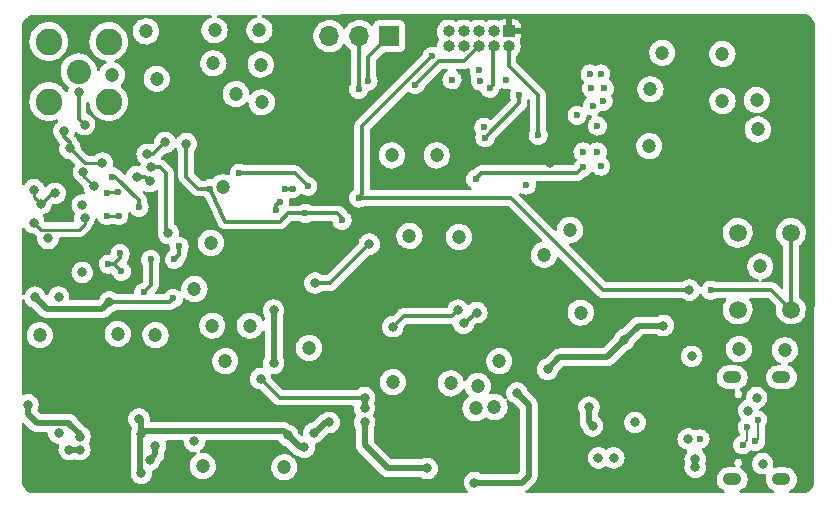
<source format=gbr>
%TF.GenerationSoftware,KiCad,Pcbnew,(5.99.0-8018-g9a0f685a75)*%
%TF.CreationDate,2021-03-03T13:41:13+00:00*%
%TF.ProjectId,CM4,434d342e-6b69-4636-9164-5f7063625858,rev?*%
%TF.SameCoordinates,Original*%
%TF.FileFunction,Copper,L2,Inr*%
%TF.FilePolarity,Positive*%
%FSLAX46Y46*%
G04 Gerber Fmt 4.6, Leading zero omitted, Abs format (unit mm)*
G04 Created by KiCad (PCBNEW (5.99.0-8018-g9a0f685a75)) date 2021-03-03 13:41:13*
%MOMM*%
%LPD*%
G01*
G04 APERTURE LIST*
G04 Aperture macros list*
%AMRoundRect*
0 Rectangle with rounded corners*
0 $1 Rounding radius*
0 $2 $3 $4 $5 $6 $7 $8 $9 X,Y pos of 4 corners*
0 Add a 4 corners polygon primitive as box body*
4,1,4,$2,$3,$4,$5,$6,$7,$8,$9,$2,$3,0*
0 Add four circle primitives for the rounded corners*
1,1,$1+$1,$2,$3,0*
1,1,$1+$1,$4,$5,0*
1,1,$1+$1,$6,$7,0*
1,1,$1+$1,$8,$9,0*
0 Add four rect primitives between the rounded corners*
20,1,$1+$1,$2,$3,$4,$5,0*
20,1,$1+$1,$4,$5,$6,$7,0*
20,1,$1+$1,$6,$7,$8,$9,0*
20,1,$1+$1,$8,$9,$2,$3,0*%
G04 Aperture macros list end*
%TA.AperFunction,ComponentPad*%
%ADD10R,1.000000X1.000000*%
%TD*%
%TA.AperFunction,ComponentPad*%
%ADD11O,1.000000X1.000000*%
%TD*%
%TA.AperFunction,ComponentPad*%
%ADD12C,2.050000*%
%TD*%
%TA.AperFunction,ComponentPad*%
%ADD13C,2.250000*%
%TD*%
%TA.AperFunction,ComponentPad*%
%ADD14RoundRect,0.500000X0.300000X0.000000X0.300000X0.000000X-0.300000X0.000000X-0.300000X0.000000X0*%
%TD*%
%TA.AperFunction,ComponentPad*%
%ADD15C,1.500000*%
%TD*%
%TA.AperFunction,ComponentPad*%
%ADD16R,1.700000X1.700000*%
%TD*%
%TA.AperFunction,ComponentPad*%
%ADD17O,1.700000X1.700000*%
%TD*%
%TA.AperFunction,ViaPad*%
%ADD18C,1.200000*%
%TD*%
%TA.AperFunction,ViaPad*%
%ADD19C,0.800000*%
%TD*%
%TA.AperFunction,ViaPad*%
%ADD20C,0.600000*%
%TD*%
%TA.AperFunction,Conductor*%
%ADD21C,0.300000*%
%TD*%
%TA.AperFunction,Conductor*%
%ADD22C,0.500000*%
%TD*%
%TA.AperFunction,Conductor*%
%ADD23C,0.200000*%
%TD*%
%TA.AperFunction,Conductor*%
%ADD24C,0.250000*%
%TD*%
G04 APERTURE END LIST*
D10*
%TO.N,/+3.3V*%
%TO.C,J3*%
X137900000Y-77100000D03*
D11*
%TO.N,/H7MCU/SWDIO*%
X137900000Y-78370000D03*
%TO.N,GND*%
X136630000Y-77100000D03*
%TO.N,/H7MCU/SWCLK*%
X136630000Y-78370000D03*
%TO.N,GND*%
X135360000Y-77100000D03*
%TO.N,/H7MCU/SWO*%
X135360000Y-78370000D03*
%TO.N,no_connect_58*%
X134090000Y-77100000D03*
%TO.N,no_connect_59*%
X134090000Y-78370000D03*
%TO.N,GND*%
X132820000Y-77100000D03*
%TO.N,/H7MCU/NRST*%
X132820000Y-78370000D03*
%TD*%
D12*
%TO.N,Net-(J2-Pad1)*%
%TO.C,J2*%
X101500000Y-80500000D03*
D13*
%TO.N,GND*%
X104040000Y-77960000D03*
X98960000Y-83040000D03*
X98960000Y-77960000D03*
X104040000Y-83040000D03*
%TD*%
D14*
%TO.N,GND*%
%TO.C,J1*%
X156820000Y-115020000D03*
X156820000Y-106380000D03*
X161000000Y-115020000D03*
X161000000Y-106380000D03*
%TD*%
D15*
%TO.N,/H7MCU/NRST*%
%TO.C,S1*%
X161800000Y-100650000D03*
X161800000Y-94150000D03*
%TO.N,GND*%
X157300000Y-94150000D03*
X157300000Y-100650000D03*
%TD*%
D16*
%TO.N,/H7MCU/USART_RX*%
%TO.C,J7*%
X127800000Y-77500000D03*
D17*
%TO.N,/H7MCU/USART_TX*%
X125260000Y-77500000D03*
%TO.N,GND*%
X122720000Y-77500000D03*
%TD*%
D18*
%TO.N,GND*%
X135300000Y-107100000D03*
X136700000Y-108900000D03*
X135100000Y-109000000D03*
X161300000Y-104100000D03*
X149800000Y-86800000D03*
X108100000Y-81100000D03*
X121000000Y-103900000D03*
X159200000Y-97000000D03*
X114800000Y-82400000D03*
X112800000Y-102000000D03*
X140900000Y-96000000D03*
X113000000Y-77000000D03*
X112900000Y-79800000D03*
X149900000Y-82000000D03*
D19*
X153400000Y-104600000D03*
D18*
X128100000Y-106800000D03*
X112700000Y-95000000D03*
X104800000Y-102700000D03*
X133000000Y-106900000D03*
X131800000Y-87600000D03*
X156000000Y-83000000D03*
X150900000Y-78900000D03*
X116800000Y-77000000D03*
X98200000Y-102800000D03*
X112000000Y-113900000D03*
X157400000Y-104000000D03*
X129500000Y-94400000D03*
X116900000Y-79900000D03*
X107200000Y-77100000D03*
X128000000Y-87600000D03*
X104300000Y-80800000D03*
X143100000Y-93900000D03*
X118900000Y-114000000D03*
X158900000Y-82900000D03*
X156000000Y-79000000D03*
X113900000Y-105000000D03*
X133700000Y-94500000D03*
X116000000Y-102000000D03*
X117000000Y-83100000D03*
X159000000Y-85400000D03*
X144000000Y-100900000D03*
X137100000Y-105000000D03*
X108000000Y-102800000D03*
D19*
%TO.N,Net-(C15-Pad1)*%
X135200000Y-100900000D03*
X134100000Y-101800000D03*
D20*
%TO.N,Net-(C10-Pad2)*%
X107600000Y-96400000D03*
X107000000Y-99200000D03*
%TO.N,Net-(C10-Pad1)*%
X105000000Y-95900000D03*
X104000000Y-96800000D03*
X105100000Y-97400000D03*
%TO.N,/v_DIV_OUT*%
X123800000Y-93100000D03*
D18*
X113700000Y-90300000D03*
D20*
X112600000Y-90400000D03*
X120700000Y-92500000D03*
D19*
X110600000Y-86600000D03*
%TO.N,/Power/+5V*%
X119200000Y-111300000D03*
X106800000Y-114500000D03*
X151000000Y-102000000D03*
X138600000Y-107700000D03*
X106600000Y-109900000D03*
X135000000Y-115300000D03*
X147700000Y-103200000D03*
X122700000Y-110200000D03*
X120600000Y-112300000D03*
X125700000Y-110200000D03*
X131000000Y-114100000D03*
X106800000Y-111200000D03*
X141200000Y-105700000D03*
X121400000Y-111100000D03*
%TO.N,/VPOS*%
X99800000Y-111100000D03*
X100700000Y-112500000D03*
X98900000Y-94625000D03*
X101600000Y-112500000D03*
X99800000Y-99600000D03*
%TO.N,/VNEG*%
X101800000Y-91800000D03*
X107500000Y-113400000D03*
X111300000Y-111800000D03*
X101800000Y-97500000D03*
X108000000Y-112200000D03*
D20*
%TO.N,/+3.3V*%
X142400000Y-81500000D03*
D19*
X119300000Y-85100000D03*
D20*
X122500000Y-81700000D03*
D19*
X140300000Y-97700000D03*
X141500000Y-83400000D03*
X138000000Y-101000000D03*
X148500000Y-84000000D03*
D20*
X124000000Y-82100000D03*
D19*
X114400000Y-85100000D03*
X125900000Y-100800000D03*
X142100000Y-79950000D03*
X141400000Y-88200000D03*
X153100000Y-93800000D03*
X120100000Y-86200000D03*
X130500000Y-108400000D03*
X142500000Y-86400000D03*
X144800000Y-77800000D03*
D18*
X140900000Y-76300000D03*
D19*
X124100000Y-90100000D03*
D20*
X111300000Y-92400000D03*
D19*
X112500000Y-87300000D03*
%TO.N,/H7MCU/+3.3VA*%
X121500000Y-98400000D03*
X126100000Y-95100000D03*
D20*
%TO.N,Net-(C19-Pad1)*%
X138800000Y-82500000D03*
X135900000Y-86100000D03*
%TO.N,/Power/USB_CONN_D+*%
X159000000Y-110000000D03*
X158800000Y-111800000D03*
%TO.N,/Power/USB_CONN_D-*%
X157700000Y-112100000D03*
X158100000Y-110600000D03*
%TO.N,/H7MCU/HSE_IN*%
X120900000Y-90200000D03*
X115100000Y-89100000D03*
D19*
%TO.N,/H7MCU/NRST*%
X153200000Y-99000000D03*
D20*
X125200000Y-91200000D03*
X131400000Y-79200000D03*
X155000000Y-99000000D03*
%TO.N,/H7MCU/USART_TX*%
X125200000Y-82000000D03*
%TO.N,/H7MCU/USART_RX*%
X126000000Y-81300000D03*
D19*
%TO.N,/H7MCU/LED_STAT*%
X128100000Y-102100000D03*
X133600000Y-100700000D03*
%TO.N,Net-(F1-Pad2)*%
X144700000Y-108900000D03*
X145000000Y-110500000D03*
%TO.N,VCC*%
X146800000Y-113200000D03*
X158900000Y-108100000D03*
X153700000Y-114000000D03*
X159400000Y-113700000D03*
X145500000Y-113200000D03*
X153700000Y-113300000D03*
D20*
%TO.N,Net-(C11-Pad2)*%
X104300000Y-89400000D03*
D19*
X100250000Y-85500000D03*
X103500000Y-88250000D03*
X100750000Y-87000000D03*
D20*
X106600000Y-92000000D03*
D19*
%TO.N,P_AMP_OUT*%
X97800000Y-99600000D03*
X104100000Y-100000000D03*
D20*
X109500000Y-99700000D03*
D18*
X111300000Y-98900000D03*
D20*
%TO.N,Net-(C11-Pad1)*%
X104800000Y-90700000D03*
X103900000Y-90800000D03*
D19*
X102800000Y-90200000D03*
X101900000Y-89000000D03*
%TO.N,/3.3VREF*%
X125700000Y-108100000D03*
X118000000Y-100700000D03*
X116900000Y-106500000D03*
X125700000Y-109000000D03*
X118000000Y-105200000D03*
%TO.N,Net-(C31-Pad2)*%
X107300000Y-87500000D03*
X106400000Y-89400000D03*
X108800000Y-86500000D03*
X107500000Y-89800000D03*
%TO.N,Net-(IC3-Pad4)*%
X98300000Y-91700000D03*
X99500000Y-90800000D03*
X97700000Y-90500000D03*
%TO.N,Net-(IC3-Pad1)*%
X97700000Y-93300000D03*
X102000000Y-92900000D03*
D20*
X103900000Y-92700000D03*
X104900000Y-92700000D03*
D19*
%TO.N,Net-(IC4-Pad1)*%
X97200000Y-108700000D03*
X101600000Y-111400000D03*
%TO.N,Net-(IC5-Pad1)*%
X107600000Y-88600000D03*
D20*
X110000000Y-95300000D03*
D19*
X109100000Y-94200000D03*
D20*
X109600000Y-96400000D03*
D19*
%TO.N,Net-(J1-PadA5)*%
X153100000Y-111600000D03*
D20*
X154100000Y-111600000D03*
D19*
%TO.N,Net-(J1-PadB5)*%
X148600000Y-110200000D03*
X158200000Y-109200000D03*
%TO.N,Net-(J2-Pad1)*%
X101500000Y-82250000D03*
X102000000Y-85000000D03*
D20*
%TO.N,/H7MCU/SWO*%
X130000000Y-81600000D03*
%TO.N,/H7MCU/SDMMC_CMD*%
X145000000Y-83400000D03*
X145900000Y-83000000D03*
X143700000Y-84200000D03*
X133100000Y-81200000D03*
%TO.N,/H7MCU/SDMMC_CK*%
X145400000Y-85100000D03*
X135800000Y-85200000D03*
%TO.N,/H7MCU/SDMMC_D3*%
X146000000Y-81900000D03*
X144900000Y-81900000D03*
X135400000Y-80400000D03*
%TO.N,/H7MCU/SDMMC_D2*%
X145700000Y-80700000D03*
X144800000Y-80700000D03*
X137700000Y-81200000D03*
X135500000Y-81300000D03*
%TO.N,/H7MCU/SWCLK*%
X136300000Y-81900000D03*
%TO.N,/H7MCU/SWDIO*%
X140400000Y-85900000D03*
%TO.N,/H7MCU/SDMMC_D1*%
X135100000Y-89600000D03*
X144200000Y-88600000D03*
X145700000Y-88500000D03*
%TO.N,/H7MCU/SDMMC_D0*%
X144200000Y-87300000D03*
X139400000Y-90100000D03*
X145400000Y-87300000D03*
%TO.N,Net-(C48-Pad2)*%
X119600000Y-90400000D03*
X118500000Y-91500000D03*
X119000000Y-90400000D03*
X118200000Y-92200000D03*
%TD*%
D21*
%TO.N,Net-(C15-Pad1)*%
X135200000Y-100900000D02*
X134100000Y-101800000D01*
%TO.N,Net-(C10-Pad2)*%
X107600000Y-96400000D02*
X107600000Y-98600000D01*
X107600000Y-98600000D02*
X107000000Y-99200000D01*
%TO.N,Net-(C10-Pad1)*%
X104500000Y-96800000D02*
X105100000Y-97400000D01*
X104000000Y-96800000D02*
X104500000Y-96800000D01*
X105000000Y-96300000D02*
X104500000Y-96800000D01*
X105000000Y-95900000D02*
X105000000Y-96300000D01*
%TO.N,/v_DIV_OUT*%
X123800000Y-92900000D02*
X123400000Y-92500000D01*
X113900000Y-93200000D02*
X118500000Y-93200000D01*
X119200000Y-92500000D02*
X120700000Y-92500000D01*
X110600000Y-89400000D02*
X111600000Y-90400000D01*
X112600000Y-90400000D02*
X113900000Y-93200000D01*
X123800000Y-93100000D02*
X123800000Y-92900000D01*
X123400000Y-92500000D02*
X120700000Y-92500000D01*
X110600000Y-86600000D02*
X110600000Y-89400000D01*
X111600000Y-90400000D02*
X112600000Y-90400000D01*
X118500000Y-93200000D02*
X119200000Y-92500000D01*
D22*
%TO.N,/Power/+5V*%
X106649999Y-114349999D02*
X106649999Y-111350001D01*
X135000000Y-115300000D02*
X139000000Y-115300000D01*
X106800000Y-111200000D02*
X107050001Y-110949999D01*
X107050001Y-110949999D02*
X118849999Y-110949999D01*
X127700000Y-114100000D02*
X131000000Y-114100000D01*
X125700000Y-112100000D02*
X127700000Y-114100000D01*
X139600000Y-114700000D02*
X139600000Y-108700000D01*
X106800000Y-114500000D02*
X106649999Y-114349999D01*
X142200000Y-104700000D02*
X146200000Y-104700000D01*
X120200000Y-112300000D02*
X119200000Y-111300000D01*
X125700000Y-110200000D02*
X125700000Y-112100000D01*
X122400000Y-110200000D02*
X121500000Y-111100000D01*
X139000000Y-115300000D02*
X139600000Y-114700000D01*
X141200000Y-105700000D02*
X142200000Y-104700000D01*
X151000000Y-102000000D02*
X148900000Y-102000000D01*
X148900000Y-102000000D02*
X147700000Y-103200000D01*
X121500000Y-111100000D02*
X121400000Y-111100000D01*
X118849999Y-110949999D02*
X119200000Y-111300000D01*
X146200000Y-104700000D02*
X147700000Y-103200000D01*
X122700000Y-110200000D02*
X122400000Y-110200000D01*
X120600000Y-112300000D02*
X120200000Y-112300000D01*
X106649999Y-111350001D02*
X106800000Y-111200000D01*
X139600000Y-108700000D02*
X138600000Y-107700000D01*
X106800000Y-110100000D02*
X106600000Y-109900000D01*
X106800000Y-111200000D02*
X106800000Y-110100000D01*
%TO.N,/VPOS*%
X100700000Y-112500000D02*
X101600000Y-112500000D01*
%TO.N,/VNEG*%
X108000000Y-112900000D02*
X107500000Y-113400000D01*
X108000000Y-112200000D02*
X108000000Y-112900000D01*
D21*
%TO.N,/H7MCU/+3.3VA*%
X122800000Y-98400000D02*
X121500000Y-98400000D01*
X126100000Y-95100000D02*
X122800000Y-98400000D01*
%TO.N,Net-(C19-Pad1)*%
X138800000Y-82500000D02*
X138800000Y-83200000D01*
X138800000Y-83200000D02*
X135900000Y-86100000D01*
D23*
%TO.N,/Power/USB_CONN_D+*%
X159000000Y-111600000D02*
X158800000Y-111800000D01*
X159000000Y-110000000D02*
X159000000Y-111600000D01*
%TO.N,/Power/USB_CONN_D-*%
X158100000Y-111700000D02*
X157700000Y-112100000D01*
X158100000Y-110600000D02*
X158100000Y-111700000D01*
D21*
%TO.N,/H7MCU/HSE_IN*%
X119800000Y-89100000D02*
X120900000Y-90200000D01*
X115100000Y-89100000D02*
X119800000Y-89100000D01*
%TO.N,/H7MCU/NRST*%
X125500000Y-90900000D02*
X125200000Y-91200000D01*
X161800000Y-100650000D02*
X161800000Y-94150000D01*
X138100000Y-91200000D02*
X125200000Y-91200000D01*
X161800000Y-100650000D02*
X160150000Y-99000000D01*
X131400000Y-79200000D02*
X125500000Y-85100000D01*
X160150000Y-99000000D02*
X155000000Y-99000000D01*
X125500000Y-85100000D02*
X125500000Y-90900000D01*
X145900000Y-99000000D02*
X138100000Y-91200000D01*
X153200000Y-99000000D02*
X145900000Y-99000000D01*
%TO.N,/H7MCU/USART_TX*%
X125200000Y-82000000D02*
X125200000Y-77560000D01*
%TO.N,/H7MCU/USART_RX*%
X126000000Y-79300000D02*
X127800000Y-77500000D01*
X126000000Y-81300000D02*
X126000000Y-79300000D01*
%TO.N,/H7MCU/LED_STAT*%
X133100000Y-101200000D02*
X133600000Y-100700000D01*
X128100000Y-102100000D02*
X129000000Y-101200000D01*
X129000000Y-101200000D02*
X133100000Y-101200000D01*
D22*
%TO.N,Net-(F1-Pad2)*%
X144700000Y-110200000D02*
X145000000Y-110500000D01*
X144700000Y-108900000D02*
X144700000Y-110200000D01*
D21*
%TO.N,Net-(C11-Pad2)*%
X100750000Y-86500000D02*
X100250000Y-86000000D01*
X104600000Y-89400000D02*
X106600000Y-91400000D01*
X100250000Y-86000000D02*
X100250000Y-85500000D01*
D24*
X100750000Y-87000000D02*
X102000000Y-88250000D01*
D21*
X100750000Y-87000000D02*
X100750000Y-86500000D01*
D24*
X102000000Y-88250000D02*
X103500000Y-88250000D01*
D21*
X106600000Y-91400000D02*
X106600000Y-92000000D01*
X104300000Y-89400000D02*
X104600000Y-89400000D01*
D22*
%TO.N,P_AMP_OUT*%
X97800000Y-99600000D02*
X98800000Y-100600000D01*
D21*
X109500000Y-99700000D02*
X109200000Y-100000000D01*
D22*
X103500000Y-100600000D02*
X104100000Y-100000000D01*
X98800000Y-100600000D02*
X103500000Y-100600000D01*
D21*
X109200000Y-100000000D02*
X104100000Y-100000000D01*
D24*
%TO.N,Net-(C11-Pad1)*%
X101900000Y-89000000D02*
X101900000Y-89300000D01*
X104800000Y-90700000D02*
X104000000Y-90700000D01*
X101900000Y-89300000D02*
X102800000Y-90200000D01*
X104000000Y-90700000D02*
X103900000Y-90800000D01*
D22*
%TO.N,/3.3VREF*%
X125700000Y-109000000D02*
X125700000Y-108100000D01*
X118000000Y-105200000D02*
X118000000Y-100700000D01*
D21*
X116900000Y-106500000D02*
X118500000Y-108100000D01*
X118500000Y-108100000D02*
X125700000Y-108100000D01*
%TO.N,Net-(C31-Pad2)*%
X107100000Y-89400000D02*
X107500000Y-89800000D01*
X107300000Y-87500000D02*
X107800000Y-87500000D01*
X107800000Y-87500000D02*
X108800000Y-86500000D01*
X106400000Y-89400000D02*
X107100000Y-89400000D01*
D24*
%TO.N,Net-(IC3-Pad4)*%
X97700000Y-91100000D02*
X98300000Y-91700000D01*
X99200000Y-90800000D02*
X98300000Y-91700000D01*
X99500000Y-90800000D02*
X99200000Y-90800000D01*
X97700000Y-90500000D02*
X97700000Y-91100000D01*
%TO.N,Net-(IC3-Pad1)*%
X104900000Y-92700000D02*
X103900000Y-92700000D01*
X101500000Y-93900000D02*
X102000000Y-93400000D01*
X98300000Y-93900000D02*
X101500000Y-93900000D01*
X97700000Y-93300000D02*
X98300000Y-93900000D01*
X102000000Y-93400000D02*
X102000000Y-92900000D01*
D22*
%TO.N,Net-(IC4-Pad1)*%
X97900000Y-110200000D02*
X97200000Y-109500000D01*
X101600000Y-111200000D02*
X100800000Y-110400000D01*
X100649999Y-110249999D02*
X97949999Y-110249999D01*
X97200000Y-109500000D02*
X97200000Y-108700000D01*
X100800000Y-110400000D02*
X100649999Y-110249999D01*
X97949999Y-110249999D02*
X97900000Y-110200000D01*
X101600000Y-111400000D02*
X101600000Y-111200000D01*
D21*
%TO.N,Net-(IC5-Pad1)*%
X108900000Y-89100000D02*
X108900000Y-94000000D01*
X110000000Y-96000000D02*
X110000000Y-95300000D01*
X109600000Y-96400000D02*
X110000000Y-96000000D01*
X107600000Y-88600000D02*
X108400000Y-88600000D01*
X108800000Y-89000000D02*
X108900000Y-89100000D01*
X108900000Y-94000000D02*
X109100000Y-94200000D01*
X108400000Y-88600000D02*
X108800000Y-89000000D01*
%TO.N,Net-(J2-Pad1)*%
X101500000Y-84500000D02*
X102000000Y-85000000D01*
X101500000Y-82250000D02*
X101500000Y-84500000D01*
%TO.N,/H7MCU/SWO*%
X132000000Y-79600000D02*
X134130000Y-79600000D01*
X134130000Y-79600000D02*
X135360000Y-78370000D01*
X130000000Y-81600000D02*
X132000000Y-79600000D01*
%TO.N,/H7MCU/SWCLK*%
X136600000Y-81600000D02*
X136600000Y-78400000D01*
X136300000Y-81900000D02*
X136600000Y-81600000D01*
%TO.N,/H7MCU/SWDIO*%
X140400000Y-82500000D02*
X140400000Y-85900000D01*
X137900000Y-78370000D02*
X137900000Y-80000000D01*
X137900000Y-80000000D02*
X140400000Y-82500000D01*
%TO.N,/H7MCU/SDMMC_D1*%
X135600000Y-89100000D02*
X143700000Y-89100000D01*
X143700000Y-89100000D02*
X144200000Y-88600000D01*
X135100000Y-89600000D02*
X135600000Y-89100000D01*
%TO.N,Net-(C48-Pad2)*%
X119000000Y-90400000D02*
X119500000Y-90400000D01*
X118200000Y-91800000D02*
X118500000Y-91500000D01*
X118200000Y-92200000D02*
X118200000Y-91800000D01*
X119500000Y-90400000D02*
X119600000Y-90400000D01*
%TD*%
%TA.AperFunction,Conductor*%
%TO.N,/+3.3V*%
G36*
X163105560Y-75621934D02*
G01*
X163110302Y-75624347D01*
X163118256Y-75628763D01*
X163261294Y-75715074D01*
X163268904Y-75720049D01*
X163291970Y-75736346D01*
X163299193Y-75741850D01*
X163428381Y-75847895D01*
X163435162Y-75853883D01*
X163455645Y-75873332D01*
X163461993Y-75879812D01*
X163574547Y-76003307D01*
X163580426Y-76010245D01*
X163597909Y-76032454D01*
X163603269Y-76039793D01*
X163609935Y-76049648D01*
X163696867Y-76178179D01*
X163701685Y-76185888D01*
X163715800Y-76210399D01*
X163720039Y-76218418D01*
X163792748Y-76368833D01*
X163796407Y-76377154D01*
X163809821Y-76410926D01*
X163818720Y-76457517D01*
X163812416Y-85692876D01*
X163792115Y-115431163D01*
X163792104Y-115447179D01*
X163778277Y-115504480D01*
X163776579Y-115507799D01*
X163772027Y-115515939D01*
X163687444Y-115654858D01*
X163682289Y-115662657D01*
X163666275Y-115685035D01*
X163660560Y-115692426D01*
X163556366Y-115817317D01*
X163550125Y-115824257D01*
X163530935Y-115844068D01*
X163524218Y-115850506D01*
X163402696Y-115958626D01*
X163395529Y-115964542D01*
X163373605Y-115981309D01*
X163365986Y-115986700D01*
X163229856Y-116075638D01*
X163221849Y-116080455D01*
X163197722Y-116093778D01*
X163189377Y-116097990D01*
X163041583Y-116165830D01*
X163032951Y-116169412D01*
X162993483Y-116184094D01*
X162949552Y-116192000D01*
X161749656Y-116192000D01*
X161681535Y-116171998D01*
X161635042Y-116118342D01*
X161624938Y-116048068D01*
X161654432Y-115983488D01*
X161690503Y-115954748D01*
X161695438Y-115952124D01*
X161860862Y-115864167D01*
X161964690Y-115779487D01*
X162009372Y-115743046D01*
X162009375Y-115743043D01*
X162014147Y-115739151D01*
X162022237Y-115729372D01*
X162136302Y-115591492D01*
X162136305Y-115591487D01*
X162140230Y-115586743D01*
X162143410Y-115580862D01*
X162231379Y-115418166D01*
X162231381Y-115418162D01*
X162234308Y-115412748D01*
X162236331Y-115406215D01*
X162251467Y-115357318D01*
X162292800Y-115223793D01*
X162293645Y-115215758D01*
X162307578Y-115083186D01*
X162308500Y-115074413D01*
X162308500Y-114969006D01*
X162294198Y-114823143D01*
X162237027Y-114633785D01*
X162144166Y-114459138D01*
X162072734Y-114371554D01*
X162023045Y-114310628D01*
X162023042Y-114310625D01*
X162019150Y-114305853D01*
X162013102Y-114300849D01*
X161871490Y-114183697D01*
X161871491Y-114183697D01*
X161866742Y-114179769D01*
X161861325Y-114176840D01*
X161861322Y-114176838D01*
X161698165Y-114088620D01*
X161698161Y-114088618D01*
X161692747Y-114085691D01*
X161686867Y-114083871D01*
X161686865Y-114083870D01*
X161637317Y-114068532D01*
X161503792Y-114027199D01*
X161497674Y-114026556D01*
X161497669Y-114026555D01*
X161414582Y-114017823D01*
X161354421Y-114011500D01*
X160648997Y-114011500D01*
X160503144Y-114025801D01*
X160497241Y-114027583D01*
X160497242Y-114027583D01*
X160451510Y-114041390D01*
X160380515Y-114041931D01*
X160320498Y-114004003D01*
X160290515Y-113939648D01*
X160291828Y-113895191D01*
X160293538Y-113889927D01*
X160295681Y-113869545D01*
X160312810Y-113706565D01*
X160313500Y-113700000D01*
X160293538Y-113510073D01*
X160289033Y-113496206D01*
X160248078Y-113370162D01*
X160234524Y-113328446D01*
X160221682Y-113306202D01*
X160178343Y-113231138D01*
X160139037Y-113163058D01*
X160130536Y-113153616D01*
X160015673Y-113026048D01*
X160015672Y-113026047D01*
X160011251Y-113021137D01*
X160005909Y-113017256D01*
X160005907Y-113017254D01*
X159862092Y-112912767D01*
X159862091Y-112912766D01*
X159856750Y-112908886D01*
X159850722Y-112906202D01*
X159850720Y-112906201D01*
X159688318Y-112833895D01*
X159688317Y-112833895D01*
X159682287Y-112831210D01*
X159588887Y-112811357D01*
X159501944Y-112792876D01*
X159501939Y-112792876D01*
X159495487Y-112791504D01*
X159304513Y-112791504D01*
X159298061Y-112792876D01*
X159298056Y-112792876D01*
X159211113Y-112811357D01*
X159117713Y-112831210D01*
X159111683Y-112833895D01*
X159111682Y-112833895D01*
X158949280Y-112906201D01*
X158949278Y-112906202D01*
X158943250Y-112908886D01*
X158937909Y-112912766D01*
X158937908Y-112912767D01*
X158794093Y-113017254D01*
X158794091Y-113017256D01*
X158788749Y-113021137D01*
X158784328Y-113026047D01*
X158784327Y-113026048D01*
X158669465Y-113153616D01*
X158660963Y-113163058D01*
X158621657Y-113231138D01*
X158578319Y-113306202D01*
X158565476Y-113328446D01*
X158551922Y-113370162D01*
X158510968Y-113496206D01*
X158506462Y-113510073D01*
X158486500Y-113700000D01*
X158487190Y-113706565D01*
X158498994Y-113818869D01*
X158506462Y-113889927D01*
X158508502Y-113896205D01*
X158508502Y-113896206D01*
X158519880Y-113931224D01*
X158565476Y-114071554D01*
X158568779Y-114077276D01*
X158568780Y-114077277D01*
X158591299Y-114116280D01*
X158660963Y-114236942D01*
X158665381Y-114241849D01*
X158665382Y-114241850D01*
X158739567Y-114324241D01*
X158788749Y-114378863D01*
X158794091Y-114382744D01*
X158794093Y-114382746D01*
X158906729Y-114464580D01*
X158943250Y-114491114D01*
X158949278Y-114493798D01*
X158949280Y-114493799D01*
X159111682Y-114566105D01*
X159117713Y-114568790D01*
X159196510Y-114585539D01*
X159298056Y-114607124D01*
X159298061Y-114607124D01*
X159304513Y-114608496D01*
X159495487Y-114608496D01*
X159501942Y-114607124D01*
X159501951Y-114607123D01*
X159580867Y-114590348D01*
X159651658Y-114595749D01*
X159708291Y-114638565D01*
X159732785Y-114705203D01*
X159727430Y-114750853D01*
X159709021Y-114810322D01*
X159709020Y-114810326D01*
X159707200Y-114816207D01*
X159706557Y-114822325D01*
X159706556Y-114822330D01*
X159701819Y-114867403D01*
X159691500Y-114965587D01*
X159691500Y-115070994D01*
X159705802Y-115216857D01*
X159762973Y-115406215D01*
X159855834Y-115580862D01*
X159916184Y-115654858D01*
X159976955Y-115729372D01*
X159976958Y-115729375D01*
X159980850Y-115734147D01*
X159985598Y-115738075D01*
X159985599Y-115738076D01*
X160056570Y-115796789D01*
X160133258Y-115860231D01*
X160138675Y-115863160D01*
X160138678Y-115863162D01*
X160307253Y-115954309D01*
X160306156Y-115956338D01*
X160353232Y-115994682D01*
X160375301Y-116062161D01*
X160357383Y-116130860D01*
X160305169Y-116178966D01*
X160249359Y-116192000D01*
X157569656Y-116192000D01*
X157501535Y-116171998D01*
X157455042Y-116118342D01*
X157444938Y-116048068D01*
X157474432Y-115983488D01*
X157510503Y-115954748D01*
X157515438Y-115952124D01*
X157680862Y-115864167D01*
X157784690Y-115779487D01*
X157829372Y-115743046D01*
X157829375Y-115743043D01*
X157834147Y-115739151D01*
X157842237Y-115729372D01*
X157956302Y-115591492D01*
X157956305Y-115591487D01*
X157960230Y-115586743D01*
X157963410Y-115580862D01*
X158051379Y-115418166D01*
X158051381Y-115418162D01*
X158054308Y-115412748D01*
X158056331Y-115406215D01*
X158071467Y-115357318D01*
X158112800Y-115223793D01*
X158113645Y-115215758D01*
X158127578Y-115083186D01*
X158128500Y-115074413D01*
X158128500Y-114969006D01*
X158114198Y-114823143D01*
X158057027Y-114633785D01*
X157964166Y-114459138D01*
X157892734Y-114371554D01*
X157843045Y-114310628D01*
X157843042Y-114310625D01*
X157839150Y-114305853D01*
X157833102Y-114300849D01*
X157691490Y-114183697D01*
X157691491Y-114183697D01*
X157686742Y-114179769D01*
X157681325Y-114176840D01*
X157681322Y-114176838D01*
X157542113Y-114101569D01*
X157491704Y-114051574D01*
X157476326Y-113982263D01*
X157500862Y-113915641D01*
X157521049Y-113894212D01*
X157602396Y-113825953D01*
X157602397Y-113825952D01*
X157610838Y-113818869D01*
X157669965Y-113716458D01*
X157690500Y-113600000D01*
X157669965Y-113483542D01*
X157610838Y-113381131D01*
X157542305Y-113323624D01*
X157528696Y-113312205D01*
X157520250Y-113305118D01*
X157409127Y-113264673D01*
X157290873Y-113264673D01*
X157179750Y-113305118D01*
X157171304Y-113312205D01*
X157157696Y-113323624D01*
X157089162Y-113381131D01*
X157030035Y-113483542D01*
X157009500Y-113600000D01*
X157030035Y-113716458D01*
X157083651Y-113809324D01*
X157089162Y-113818869D01*
X157086555Y-113820374D01*
X157108076Y-113869545D01*
X157096861Y-113939650D01*
X157049524Y-113992563D01*
X156983090Y-114011500D01*
X156468997Y-114011500D01*
X156323144Y-114025801D01*
X156133785Y-114082972D01*
X155959138Y-114175833D01*
X155891222Y-114231224D01*
X155810628Y-114296954D01*
X155810625Y-114296957D01*
X155805853Y-114300849D01*
X155801926Y-114305596D01*
X155801924Y-114305598D01*
X155683698Y-114448508D01*
X155683695Y-114448513D01*
X155679770Y-114453257D01*
X155676840Y-114458676D01*
X155676838Y-114458679D01*
X155591098Y-114617254D01*
X155585692Y-114627252D01*
X155583872Y-114633132D01*
X155583871Y-114633134D01*
X155572785Y-114668946D01*
X155527200Y-114816207D01*
X155526557Y-114822325D01*
X155526556Y-114822330D01*
X155521819Y-114867403D01*
X155511500Y-114965587D01*
X155511500Y-115070994D01*
X155525802Y-115216857D01*
X155582973Y-115406215D01*
X155675834Y-115580862D01*
X155736184Y-115654858D01*
X155796955Y-115729372D01*
X155796958Y-115729375D01*
X155800850Y-115734147D01*
X155805598Y-115738075D01*
X155805599Y-115738076D01*
X155876570Y-115796789D01*
X155953258Y-115860231D01*
X155958675Y-115863160D01*
X155958678Y-115863162D01*
X156127253Y-115954309D01*
X156126156Y-115956338D01*
X156173232Y-115994682D01*
X156195301Y-116062161D01*
X156177383Y-116130860D01*
X156125169Y-116178966D01*
X156069359Y-116192000D01*
X139444594Y-116192000D01*
X139376473Y-116171998D01*
X139329980Y-116118342D01*
X139319876Y-116048068D01*
X139349370Y-115983488D01*
X139375509Y-115960628D01*
X139378583Y-115958613D01*
X139402918Y-115942658D01*
X139406627Y-115940318D01*
X139464211Y-115905375D01*
X139464213Y-115905373D01*
X139469006Y-115902465D01*
X139473209Y-115898753D01*
X139473213Y-115898750D01*
X139478292Y-115894265D01*
X139480872Y-115892047D01*
X139483627Y-115889744D01*
X139489747Y-115885731D01*
X139538876Y-115833869D01*
X139541254Y-115831426D01*
X140089684Y-115282997D01*
X140104097Y-115270611D01*
X140120705Y-115258389D01*
X140153619Y-115219647D01*
X140160549Y-115212132D01*
X140166665Y-115206016D01*
X140185151Y-115182651D01*
X140187939Y-115179250D01*
X140230459Y-115129201D01*
X140235197Y-115123624D01*
X140238525Y-115117106D01*
X140241882Y-115112073D01*
X140245056Y-115106934D01*
X140249594Y-115101198D01*
X140262113Y-115074413D01*
X140280491Y-115035089D01*
X140282423Y-115031137D01*
X140312286Y-114972654D01*
X140315615Y-114966135D01*
X140317354Y-114959028D01*
X140319459Y-114953368D01*
X140321370Y-114947623D01*
X140324466Y-114940999D01*
X140328268Y-114922723D01*
X140339329Y-114869542D01*
X140340300Y-114865253D01*
X140340391Y-114864880D01*
X140357645Y-114794370D01*
X140358414Y-114781969D01*
X140358671Y-114778573D01*
X140358986Y-114775038D01*
X140360477Y-114767872D01*
X140358546Y-114696507D01*
X140358500Y-114693099D01*
X140358500Y-113200000D01*
X144586500Y-113200000D01*
X144587190Y-113206565D01*
X144605538Y-113381131D01*
X144606462Y-113389927D01*
X144608502Y-113396205D01*
X144608502Y-113396206D01*
X144628707Y-113458389D01*
X144665476Y-113571554D01*
X144760963Y-113736942D01*
X144765381Y-113741849D01*
X144765382Y-113741850D01*
X144834730Y-113818869D01*
X144888749Y-113878863D01*
X144894091Y-113882744D01*
X144894093Y-113882746D01*
X145037904Y-113987230D01*
X145043250Y-113991114D01*
X145049278Y-113993798D01*
X145049280Y-113993799D01*
X145211682Y-114066105D01*
X145217713Y-114068790D01*
X145297225Y-114085691D01*
X145398056Y-114107124D01*
X145398061Y-114107124D01*
X145404513Y-114108496D01*
X145595487Y-114108496D01*
X145601939Y-114107124D01*
X145601944Y-114107124D01*
X145702775Y-114085691D01*
X145782287Y-114068790D01*
X145788318Y-114066105D01*
X145950720Y-113993799D01*
X145950722Y-113993798D01*
X145956750Y-113991114D01*
X145962092Y-113987233D01*
X145962097Y-113987230D01*
X146075940Y-113904519D01*
X146142807Y-113880660D01*
X146211959Y-113896741D01*
X146224060Y-113904519D01*
X146337903Y-113987230D01*
X146337908Y-113987233D01*
X146343250Y-113991114D01*
X146349278Y-113993798D01*
X146349280Y-113993799D01*
X146511682Y-114066105D01*
X146517713Y-114068790D01*
X146597225Y-114085691D01*
X146698056Y-114107124D01*
X146698061Y-114107124D01*
X146704513Y-114108496D01*
X146895487Y-114108496D01*
X146901939Y-114107124D01*
X146901944Y-114107124D01*
X147002775Y-114085691D01*
X147082287Y-114068790D01*
X147088318Y-114066105D01*
X147250720Y-113993799D01*
X147250722Y-113993798D01*
X147256750Y-113991114D01*
X147262096Y-113987230D01*
X147405907Y-113882746D01*
X147405909Y-113882744D01*
X147411251Y-113878863D01*
X147465270Y-113818869D01*
X147534618Y-113741850D01*
X147534619Y-113741849D01*
X147539037Y-113736942D01*
X147634524Y-113571554D01*
X147671293Y-113458389D01*
X147691498Y-113396206D01*
X147691498Y-113396205D01*
X147693538Y-113389927D01*
X147694463Y-113381131D01*
X147712810Y-113206565D01*
X147713500Y-113200000D01*
X147698479Y-113057086D01*
X147694228Y-113016637D01*
X147694228Y-113016636D01*
X147693538Y-113010073D01*
X147687203Y-112990574D01*
X147646099Y-112864069D01*
X147634524Y-112828446D01*
X147613196Y-112791504D01*
X147593942Y-112758156D01*
X147539037Y-112663058D01*
X147517264Y-112638876D01*
X147415673Y-112526048D01*
X147415672Y-112526047D01*
X147411251Y-112521137D01*
X147405909Y-112517256D01*
X147405907Y-112517254D01*
X147262092Y-112412767D01*
X147262091Y-112412766D01*
X147256750Y-112408886D01*
X147250722Y-112406202D01*
X147250720Y-112406201D01*
X147088318Y-112333895D01*
X147088317Y-112333895D01*
X147082287Y-112331210D01*
X146966343Y-112306565D01*
X146901944Y-112292876D01*
X146901939Y-112292876D01*
X146895487Y-112291504D01*
X146704513Y-112291504D01*
X146698061Y-112292876D01*
X146698056Y-112292876D01*
X146633657Y-112306565D01*
X146517713Y-112331210D01*
X146511683Y-112333895D01*
X146511682Y-112333895D01*
X146349280Y-112406201D01*
X146349278Y-112406202D01*
X146343250Y-112408886D01*
X146337908Y-112412767D01*
X146337903Y-112412770D01*
X146224060Y-112495481D01*
X146157193Y-112519340D01*
X146088041Y-112503259D01*
X146075940Y-112495481D01*
X145962097Y-112412770D01*
X145962092Y-112412767D01*
X145956750Y-112408886D01*
X145950722Y-112406202D01*
X145950720Y-112406201D01*
X145788318Y-112333895D01*
X145788317Y-112333895D01*
X145782287Y-112331210D01*
X145666343Y-112306565D01*
X145601944Y-112292876D01*
X145601939Y-112292876D01*
X145595487Y-112291504D01*
X145404513Y-112291504D01*
X145398061Y-112292876D01*
X145398056Y-112292876D01*
X145333657Y-112306565D01*
X145217713Y-112331210D01*
X145211683Y-112333895D01*
X145211682Y-112333895D01*
X145049280Y-112406201D01*
X145049278Y-112406202D01*
X145043250Y-112408886D01*
X145037909Y-112412766D01*
X145037908Y-112412767D01*
X144894093Y-112517254D01*
X144894091Y-112517256D01*
X144888749Y-112521137D01*
X144884328Y-112526047D01*
X144884327Y-112526048D01*
X144782737Y-112638876D01*
X144760963Y-112663058D01*
X144706058Y-112758156D01*
X144686805Y-112791504D01*
X144665476Y-112828446D01*
X144653901Y-112864069D01*
X144612798Y-112990574D01*
X144606462Y-113010073D01*
X144605772Y-113016636D01*
X144605772Y-113016637D01*
X144601521Y-113057086D01*
X144586500Y-113200000D01*
X140358500Y-113200000D01*
X140358500Y-111600000D01*
X152186500Y-111600000D01*
X152187190Y-111606565D01*
X152198098Y-111710344D01*
X152206462Y-111789927D01*
X152208502Y-111796205D01*
X152208502Y-111796206D01*
X152219881Y-111831227D01*
X152265476Y-111971554D01*
X152268779Y-111977276D01*
X152268780Y-111977277D01*
X152287035Y-112008895D01*
X152360963Y-112136942D01*
X152365381Y-112141849D01*
X152365382Y-112141850D01*
X152423652Y-112206565D01*
X152488749Y-112278863D01*
X152494091Y-112282744D01*
X152494093Y-112282746D01*
X152637908Y-112387233D01*
X152643250Y-112391114D01*
X152649278Y-112393798D01*
X152649280Y-112393799D01*
X152779070Y-112451585D01*
X152817713Y-112468790D01*
X152946879Y-112496245D01*
X153009351Y-112529974D01*
X153043673Y-112592123D01*
X153038945Y-112662962D01*
X153014320Y-112703799D01*
X152960963Y-112763058D01*
X152918306Y-112836942D01*
X152882469Y-112899014D01*
X152865476Y-112928446D01*
X152862610Y-112937266D01*
X152829302Y-113039780D01*
X152806462Y-113110073D01*
X152805772Y-113116636D01*
X152805772Y-113116637D01*
X152801913Y-113153355D01*
X152786500Y-113300000D01*
X152787190Y-113306565D01*
X152805735Y-113483006D01*
X152806462Y-113489927D01*
X152808502Y-113496204D01*
X152808502Y-113496206D01*
X152845822Y-113611064D01*
X152847850Y-113682031D01*
X152845823Y-113688933D01*
X152806462Y-113810073D01*
X152805772Y-113816636D01*
X152805772Y-113816637D01*
X152805379Y-113820374D01*
X152786500Y-114000000D01*
X152806462Y-114189927D01*
X152808502Y-114196205D01*
X152808502Y-114196206D01*
X152816892Y-114222027D01*
X152865476Y-114371554D01*
X152868779Y-114377276D01*
X152868780Y-114377277D01*
X152889002Y-114412302D01*
X152960963Y-114536942D01*
X152965381Y-114541849D01*
X152965382Y-114541850D01*
X153053473Y-114639685D01*
X153088749Y-114678863D01*
X153094091Y-114682744D01*
X153094093Y-114682746D01*
X153229907Y-114781420D01*
X153243250Y-114791114D01*
X153249278Y-114793798D01*
X153249280Y-114793799D01*
X153411682Y-114866105D01*
X153417713Y-114868790D01*
X153504480Y-114887233D01*
X153598056Y-114907124D01*
X153598061Y-114907124D01*
X153604513Y-114908496D01*
X153795487Y-114908496D01*
X153801939Y-114907124D01*
X153801944Y-114907124D01*
X153895520Y-114887233D01*
X153982287Y-114868790D01*
X153988318Y-114866105D01*
X154150720Y-114793799D01*
X154150722Y-114793798D01*
X154156750Y-114791114D01*
X154170093Y-114781420D01*
X154305907Y-114682746D01*
X154305909Y-114682744D01*
X154311251Y-114678863D01*
X154346527Y-114639685D01*
X154434618Y-114541850D01*
X154434619Y-114541849D01*
X154439037Y-114536942D01*
X154510998Y-114412302D01*
X154531220Y-114377277D01*
X154531221Y-114377276D01*
X154534524Y-114371554D01*
X154583108Y-114222027D01*
X154591498Y-114196206D01*
X154591498Y-114196205D01*
X154593538Y-114189927D01*
X154613500Y-114000000D01*
X154594621Y-113820374D01*
X154594228Y-113816637D01*
X154594228Y-113816636D01*
X154593538Y-113810073D01*
X154554178Y-113688936D01*
X154552150Y-113617969D01*
X154554178Y-113611064D01*
X154591498Y-113496206D01*
X154591498Y-113496204D01*
X154593538Y-113489927D01*
X154594266Y-113483006D01*
X154612810Y-113306565D01*
X154613500Y-113300000D01*
X154598087Y-113153355D01*
X154594228Y-113116637D01*
X154594228Y-113116636D01*
X154593538Y-113110073D01*
X154570699Y-113039780D01*
X154537390Y-112937266D01*
X154534524Y-112928446D01*
X154517532Y-112899014D01*
X154481694Y-112836942D01*
X154439037Y-112763058D01*
X154367280Y-112683363D01*
X154315673Y-112626048D01*
X154315672Y-112626047D01*
X154311251Y-112621137D01*
X154305909Y-112617256D01*
X154305907Y-112617254D01*
X154283302Y-112600831D01*
X154239948Y-112544609D01*
X154233873Y-112473873D01*
X154267004Y-112411081D01*
X154318426Y-112379062D01*
X154356747Y-112366611D01*
X154429361Y-112343018D01*
X154429364Y-112343017D01*
X154436060Y-112340841D01*
X154545431Y-112275643D01*
X154585789Y-112251585D01*
X154585791Y-112251584D01*
X154591841Y-112247977D01*
X154723177Y-112122908D01*
X154745943Y-112088642D01*
X156886579Y-112088642D01*
X156904277Y-112269136D01*
X156906501Y-112275821D01*
X156906501Y-112275822D01*
X156923233Y-112326119D01*
X156961523Y-112441224D01*
X156965170Y-112447246D01*
X156965171Y-112447248D01*
X157051787Y-112590268D01*
X157055472Y-112596353D01*
X157181456Y-112726813D01*
X157187348Y-112730668D01*
X157187352Y-112730672D01*
X157245582Y-112768776D01*
X157333211Y-112826119D01*
X157503197Y-112889336D01*
X157510178Y-112890267D01*
X157510180Y-112890268D01*
X157556933Y-112896506D01*
X157682963Y-112913322D01*
X157689974Y-112912684D01*
X157689978Y-112912684D01*
X157840173Y-112899014D01*
X157863577Y-112896884D01*
X157870279Y-112894706D01*
X157870281Y-112894706D01*
X158029361Y-112843018D01*
X158029364Y-112843017D01*
X158036060Y-112840841D01*
X158131910Y-112783703D01*
X158185789Y-112751585D01*
X158185791Y-112751584D01*
X158191841Y-112747977D01*
X158323177Y-112622908D01*
X158341279Y-112595662D01*
X158395636Y-112549993D01*
X158466056Y-112540961D01*
X158490147Y-112547293D01*
X158603197Y-112589336D01*
X158610178Y-112590267D01*
X158610180Y-112590268D01*
X158659766Y-112596884D01*
X158782963Y-112613322D01*
X158789974Y-112612684D01*
X158789978Y-112612684D01*
X158930059Y-112599934D01*
X158963577Y-112596884D01*
X158970279Y-112594706D01*
X158970281Y-112594706D01*
X159129361Y-112543018D01*
X159129364Y-112543017D01*
X159136060Y-112540841D01*
X159240029Y-112478863D01*
X159285789Y-112451585D01*
X159285791Y-112451584D01*
X159291841Y-112447977D01*
X159423177Y-112322908D01*
X159504837Y-112200000D01*
X159519639Y-112177721D01*
X159519640Y-112177719D01*
X159523540Y-112171849D01*
X159587942Y-112002309D01*
X159604148Y-111887000D01*
X159612632Y-111826636D01*
X159612632Y-111826633D01*
X159613183Y-111822714D01*
X159613500Y-111800000D01*
X159603099Y-111707270D01*
X159603392Y-111676779D01*
X159612422Y-111608188D01*
X159613500Y-111600000D01*
X159609578Y-111570210D01*
X159608500Y-111553763D01*
X159608500Y-110583040D01*
X159629552Y-110513313D01*
X159719639Y-110377721D01*
X159719640Y-110377719D01*
X159723540Y-110371849D01*
X159787942Y-110202309D01*
X159808860Y-110053474D01*
X159812632Y-110026636D01*
X159812632Y-110026633D01*
X159813183Y-110022714D01*
X159813500Y-110000000D01*
X159793284Y-109819770D01*
X159786626Y-109800649D01*
X159748675Y-109691671D01*
X159733641Y-109648498D01*
X159664884Y-109538463D01*
X159641267Y-109500668D01*
X159641266Y-109500666D01*
X159637535Y-109494696D01*
X159632485Y-109489610D01*
X159520932Y-109377277D01*
X159509742Y-109366009D01*
X159356615Y-109268831D01*
X159186313Y-109208190D01*
X159128849Y-109166496D01*
X159103271Y-109102666D01*
X159102866Y-109098814D01*
X159115635Y-109028975D01*
X159164135Y-108977127D01*
X159182343Y-108968916D01*
X159182287Y-108968790D01*
X159350720Y-108893799D01*
X159350722Y-108893798D01*
X159356750Y-108891114D01*
X159364531Y-108885461D01*
X159505907Y-108782746D01*
X159505909Y-108782744D01*
X159511251Y-108778863D01*
X159529586Y-108758500D01*
X159634618Y-108641850D01*
X159634619Y-108641849D01*
X159639037Y-108636942D01*
X159721681Y-108493799D01*
X159731220Y-108477277D01*
X159731221Y-108477276D01*
X159734524Y-108471554D01*
X159767730Y-108369356D01*
X159791498Y-108296206D01*
X159791498Y-108296205D01*
X159793538Y-108289927D01*
X159802865Y-108201191D01*
X159812810Y-108106565D01*
X159813500Y-108100000D01*
X159810399Y-108070498D01*
X159794228Y-107916637D01*
X159794228Y-107916636D01*
X159793538Y-107910073D01*
X159790771Y-107901555D01*
X159756906Y-107797332D01*
X159734524Y-107728446D01*
X159725530Y-107712867D01*
X159697311Y-107663992D01*
X159639037Y-107563058D01*
X159599301Y-107518926D01*
X159515673Y-107426048D01*
X159515672Y-107426047D01*
X159511251Y-107421137D01*
X159505909Y-107417256D01*
X159505907Y-107417254D01*
X159362092Y-107312767D01*
X159362091Y-107312766D01*
X159356750Y-107308886D01*
X159350722Y-107306202D01*
X159350720Y-107306201D01*
X159188318Y-107233895D01*
X159188317Y-107233895D01*
X159182287Y-107231210D01*
X159085594Y-107210657D01*
X159001944Y-107192876D01*
X159001939Y-107192876D01*
X158995487Y-107191504D01*
X158804513Y-107191504D01*
X158798061Y-107192876D01*
X158798056Y-107192876D01*
X158714406Y-107210657D01*
X158617713Y-107231210D01*
X158611683Y-107233895D01*
X158611682Y-107233895D01*
X158449280Y-107306201D01*
X158449278Y-107306202D01*
X158443250Y-107308886D01*
X158437909Y-107312766D01*
X158437908Y-107312767D01*
X158294093Y-107417254D01*
X158294091Y-107417256D01*
X158288749Y-107421137D01*
X158284328Y-107426047D01*
X158284327Y-107426048D01*
X158200700Y-107518926D01*
X158160963Y-107563058D01*
X158102689Y-107663992D01*
X158074471Y-107712867D01*
X158065476Y-107728446D01*
X158043094Y-107797332D01*
X158009230Y-107901555D01*
X158006462Y-107910073D01*
X158005772Y-107916636D01*
X158005772Y-107916637D01*
X157989601Y-108070498D01*
X157986500Y-108100000D01*
X157987190Y-108106565D01*
X157987190Y-108106566D01*
X157997135Y-108201191D01*
X157984363Y-108271029D01*
X157935860Y-108322876D01*
X157917657Y-108331084D01*
X157917713Y-108331210D01*
X157749280Y-108406201D01*
X157749278Y-108406202D01*
X157743250Y-108408886D01*
X157737909Y-108412766D01*
X157737908Y-108412767D01*
X157594093Y-108517254D01*
X157594091Y-108517256D01*
X157588749Y-108521137D01*
X157584328Y-108526047D01*
X157584327Y-108526048D01*
X157465550Y-108657964D01*
X157460963Y-108663058D01*
X157365476Y-108828446D01*
X157363434Y-108834731D01*
X157312050Y-108992876D01*
X157306462Y-109010073D01*
X157305772Y-109016636D01*
X157305772Y-109016637D01*
X157296076Y-109108886D01*
X157286500Y-109200000D01*
X157287190Y-109206565D01*
X157299000Y-109318926D01*
X157306462Y-109389927D01*
X157365476Y-109571554D01*
X157368779Y-109577276D01*
X157368780Y-109577277D01*
X157390445Y-109614802D01*
X157460963Y-109736942D01*
X157551100Y-109837050D01*
X157581816Y-109901055D01*
X157573052Y-109971509D01*
X157545621Y-110011381D01*
X157503572Y-110052559D01*
X157469583Y-110085844D01*
X157465772Y-110091758D01*
X157465770Y-110091760D01*
X157438544Y-110134007D01*
X157371338Y-110238289D01*
X157358104Y-110274649D01*
X157311720Y-110402089D01*
X157311719Y-110402093D01*
X157309310Y-110408712D01*
X157286579Y-110588642D01*
X157304277Y-110769136D01*
X157306501Y-110775821D01*
X157306501Y-110775822D01*
X157326229Y-110835127D01*
X157361523Y-110941224D01*
X157365170Y-110947246D01*
X157365171Y-110947248D01*
X157391243Y-110990298D01*
X157455472Y-111096353D01*
X157460364Y-111101419D01*
X157464664Y-111107003D01*
X157462308Y-111108817D01*
X157489075Y-111159969D01*
X157491500Y-111184566D01*
X157491501Y-111222723D01*
X157491501Y-111226778D01*
X157471501Y-111294899D01*
X157417846Y-111341393D01*
X157406105Y-111346059D01*
X157360301Y-111361651D01*
X157360296Y-111361653D01*
X157353629Y-111363923D01*
X157347630Y-111367613D01*
X157347629Y-111367614D01*
X157311129Y-111390069D01*
X157199159Y-111458953D01*
X157069583Y-111585844D01*
X157065772Y-111591758D01*
X157065770Y-111591760D01*
X157043294Y-111626636D01*
X156971338Y-111738289D01*
X156955372Y-111782157D01*
X156911720Y-111902089D01*
X156911719Y-111902093D01*
X156909310Y-111908712D01*
X156886579Y-112088642D01*
X154745943Y-112088642D01*
X154793783Y-112016637D01*
X154819639Y-111977721D01*
X154819640Y-111977719D01*
X154823540Y-111971849D01*
X154887942Y-111802309D01*
X154903444Y-111692008D01*
X154912632Y-111626636D01*
X154912632Y-111626633D01*
X154913183Y-111622714D01*
X154913386Y-111608188D01*
X154913445Y-111603962D01*
X154913445Y-111603957D01*
X154913500Y-111600000D01*
X154893284Y-111419770D01*
X154886400Y-111400000D01*
X154865990Y-111341393D01*
X154833641Y-111248498D01*
X154745301Y-111107124D01*
X154741267Y-111100668D01*
X154741266Y-111100666D01*
X154737535Y-111094696D01*
X154713172Y-111070162D01*
X154649762Y-111006309D01*
X154609742Y-110966009D01*
X154482402Y-110885196D01*
X154462570Y-110872610D01*
X154462569Y-110872609D01*
X154456615Y-110868831D01*
X154285763Y-110807994D01*
X154278771Y-110807160D01*
X154278770Y-110807160D01*
X154195721Y-110797257D01*
X154105679Y-110786520D01*
X154098676Y-110787256D01*
X154098675Y-110787256D01*
X153932321Y-110804740D01*
X153932317Y-110804741D01*
X153925313Y-110805477D01*
X153918642Y-110807748D01*
X153760299Y-110861652D01*
X153760296Y-110861653D01*
X153753629Y-110863923D01*
X153748063Y-110867347D01*
X153678109Y-110878221D01*
X153620555Y-110855243D01*
X153562092Y-110812767D01*
X153562091Y-110812766D01*
X153556750Y-110808886D01*
X153550722Y-110806202D01*
X153550720Y-110806201D01*
X153388318Y-110733895D01*
X153388317Y-110733895D01*
X153382287Y-110731210D01*
X153288887Y-110711357D01*
X153201944Y-110692876D01*
X153201939Y-110692876D01*
X153195487Y-110691504D01*
X153004513Y-110691504D01*
X152998061Y-110692876D01*
X152998056Y-110692876D01*
X152911113Y-110711357D01*
X152817713Y-110731210D01*
X152811683Y-110733895D01*
X152811682Y-110733895D01*
X152649280Y-110806201D01*
X152649278Y-110806202D01*
X152643250Y-110808886D01*
X152637909Y-110812766D01*
X152637908Y-110812767D01*
X152494093Y-110917254D01*
X152494091Y-110917256D01*
X152488749Y-110921137D01*
X152484328Y-110926047D01*
X152484327Y-110926048D01*
X152402761Y-111016637D01*
X152360963Y-111063058D01*
X152265476Y-111228446D01*
X152253224Y-111266153D01*
X152224834Y-111353531D01*
X152206462Y-111410073D01*
X152205772Y-111416636D01*
X152205772Y-111416637D01*
X152200806Y-111463882D01*
X152186500Y-111600000D01*
X140358500Y-111600000D01*
X140358500Y-108900000D01*
X143786500Y-108900000D01*
X143806462Y-109089927D01*
X143808502Y-109096205D01*
X143808502Y-109096206D01*
X143816892Y-109122027D01*
X143865476Y-109271554D01*
X143868779Y-109277276D01*
X143868780Y-109277277D01*
X143924619Y-109373993D01*
X143941500Y-109436993D01*
X143941501Y-110134007D01*
X143940068Y-110152957D01*
X143938065Y-110166120D01*
X143938065Y-110166126D01*
X143936965Y-110173355D01*
X143937558Y-110180647D01*
X143937558Y-110180650D01*
X143941086Y-110224019D01*
X143941501Y-110234234D01*
X143941501Y-110242886D01*
X143941926Y-110246530D01*
X143944949Y-110272464D01*
X143945382Y-110276838D01*
X143948305Y-110312767D01*
X143951301Y-110349604D01*
X143953556Y-110356565D01*
X143954741Y-110362495D01*
X143956132Y-110368381D01*
X143956979Y-110375643D01*
X143981889Y-110444268D01*
X143983303Y-110448390D01*
X144005798Y-110517830D01*
X144009594Y-110524085D01*
X144012096Y-110529552D01*
X144014817Y-110534985D01*
X144017314Y-110541864D01*
X144031210Y-110563058D01*
X144057322Y-110602886D01*
X144059668Y-110606605D01*
X144094527Y-110664050D01*
X144106641Y-110690478D01*
X144165476Y-110871554D01*
X144260963Y-111036942D01*
X144265381Y-111041849D01*
X144265382Y-111041850D01*
X144336945Y-111121329D01*
X144388749Y-111178863D01*
X144394091Y-111182744D01*
X144394093Y-111182746D01*
X144516114Y-111271399D01*
X144543250Y-111291114D01*
X144549278Y-111293798D01*
X144549280Y-111293799D01*
X144711682Y-111366105D01*
X144717713Y-111368790D01*
X144811113Y-111388643D01*
X144898056Y-111407124D01*
X144898061Y-111407124D01*
X144904513Y-111408496D01*
X145095487Y-111408496D01*
X145101939Y-111407124D01*
X145101944Y-111407124D01*
X145188887Y-111388643D01*
X145282287Y-111368790D01*
X145288318Y-111366105D01*
X145450720Y-111293799D01*
X145450722Y-111293798D01*
X145456750Y-111291114D01*
X145483886Y-111271399D01*
X145605907Y-111182746D01*
X145605909Y-111182744D01*
X145611251Y-111178863D01*
X145663055Y-111121329D01*
X145734618Y-111041850D01*
X145734619Y-111041849D01*
X145739037Y-111036942D01*
X145834524Y-110871554D01*
X145867802Y-110769136D01*
X145891498Y-110696206D01*
X145891498Y-110696205D01*
X145893538Y-110689927D01*
X145895449Y-110671750D01*
X145912810Y-110506565D01*
X145913500Y-110500000D01*
X145907855Y-110446291D01*
X145894228Y-110316637D01*
X145894228Y-110316636D01*
X145893538Y-110310073D01*
X145881023Y-110271554D01*
X145857774Y-110200000D01*
X147686500Y-110200000D01*
X147687190Y-110206565D01*
X147703829Y-110364871D01*
X147706462Y-110389927D01*
X147708502Y-110396205D01*
X147708502Y-110396206D01*
X147714837Y-110415704D01*
X147765476Y-110571554D01*
X147768779Y-110577276D01*
X147768780Y-110577277D01*
X147784633Y-110604735D01*
X147860963Y-110736942D01*
X147865381Y-110741849D01*
X147865382Y-110741850D01*
X147932745Y-110816664D01*
X147988749Y-110878863D01*
X147994091Y-110882744D01*
X147994093Y-110882746D01*
X148122385Y-110975955D01*
X148143250Y-110991114D01*
X148149278Y-110993798D01*
X148149280Y-110993799D01*
X148311682Y-111066105D01*
X148317713Y-111068790D01*
X148411113Y-111088643D01*
X148498056Y-111107124D01*
X148498061Y-111107124D01*
X148504513Y-111108496D01*
X148695487Y-111108496D01*
X148701939Y-111107124D01*
X148701944Y-111107124D01*
X148788887Y-111088643D01*
X148882287Y-111068790D01*
X148888318Y-111066105D01*
X149050720Y-110993799D01*
X149050722Y-110993798D01*
X149056750Y-110991114D01*
X149077615Y-110975955D01*
X149205907Y-110882746D01*
X149205909Y-110882744D01*
X149211251Y-110878863D01*
X149267255Y-110816664D01*
X149334618Y-110741850D01*
X149334619Y-110741849D01*
X149339037Y-110736942D01*
X149415367Y-110604735D01*
X149431220Y-110577277D01*
X149431221Y-110577276D01*
X149434524Y-110571554D01*
X149485163Y-110415704D01*
X149491498Y-110396206D01*
X149491498Y-110396205D01*
X149493538Y-110389927D01*
X149496172Y-110364871D01*
X149512810Y-110206565D01*
X149513500Y-110200000D01*
X149499930Y-110070891D01*
X149494228Y-110016637D01*
X149494228Y-110016636D01*
X149493538Y-110010073D01*
X149490771Y-110001555D01*
X149446362Y-109864880D01*
X149434524Y-109828446D01*
X149425530Y-109812867D01*
X149362556Y-109703794D01*
X149339037Y-109663058D01*
X149320546Y-109642521D01*
X149215673Y-109526048D01*
X149215672Y-109526047D01*
X149211251Y-109521137D01*
X149205909Y-109517256D01*
X149205907Y-109517254D01*
X149062092Y-109412767D01*
X149062091Y-109412766D01*
X149056750Y-109408886D01*
X149050722Y-109406202D01*
X149050720Y-109406201D01*
X148888318Y-109333895D01*
X148888317Y-109333895D01*
X148882287Y-109331210D01*
X148785594Y-109310657D01*
X148701944Y-109292876D01*
X148701939Y-109292876D01*
X148695487Y-109291504D01*
X148504513Y-109291504D01*
X148498061Y-109292876D01*
X148498056Y-109292876D01*
X148414406Y-109310657D01*
X148317713Y-109331210D01*
X148311683Y-109333895D01*
X148311682Y-109333895D01*
X148149280Y-109406201D01*
X148149278Y-109406202D01*
X148143250Y-109408886D01*
X148137909Y-109412766D01*
X148137908Y-109412767D01*
X147994093Y-109517254D01*
X147994091Y-109517256D01*
X147988749Y-109521137D01*
X147984328Y-109526047D01*
X147984327Y-109526048D01*
X147879455Y-109642521D01*
X147860963Y-109663058D01*
X147837444Y-109703794D01*
X147774471Y-109812867D01*
X147765476Y-109828446D01*
X147753638Y-109864880D01*
X147709230Y-110001555D01*
X147706462Y-110010073D01*
X147705772Y-110016636D01*
X147705772Y-110016637D01*
X147700070Y-110070891D01*
X147686500Y-110200000D01*
X145857774Y-110200000D01*
X145836566Y-110134731D01*
X145834524Y-110128446D01*
X145818999Y-110101555D01*
X145791239Y-110053474D01*
X145739037Y-109963058D01*
X145734206Y-109957692D01*
X145615673Y-109826048D01*
X145615672Y-109826047D01*
X145611251Y-109821137D01*
X145599869Y-109812867D01*
X145510439Y-109747893D01*
X145467085Y-109691671D01*
X145458500Y-109645957D01*
X145458500Y-109436992D01*
X145475381Y-109373992D01*
X145478393Y-109368776D01*
X145534524Y-109271554D01*
X145583108Y-109122027D01*
X145591498Y-109096206D01*
X145591498Y-109096205D01*
X145593538Y-109089927D01*
X145613500Y-108900000D01*
X145598625Y-108758475D01*
X145594228Y-108716637D01*
X145594228Y-108716636D01*
X145593538Y-108710073D01*
X145588530Y-108694658D01*
X145547747Y-108569143D01*
X145534524Y-108528446D01*
X145526747Y-108514975D01*
X145490161Y-108451608D01*
X145439037Y-108363058D01*
X145429098Y-108352019D01*
X145315673Y-108226048D01*
X145315672Y-108226047D01*
X145311251Y-108221137D01*
X145305909Y-108217256D01*
X145305907Y-108217254D01*
X145162092Y-108112767D01*
X145162091Y-108112766D01*
X145156750Y-108108886D01*
X145150722Y-108106202D01*
X145150720Y-108106201D01*
X144988318Y-108033895D01*
X144988317Y-108033895D01*
X144982287Y-108031210D01*
X144879323Y-108009324D01*
X144801944Y-107992876D01*
X144801939Y-107992876D01*
X144795487Y-107991504D01*
X144604513Y-107991504D01*
X144598061Y-107992876D01*
X144598056Y-107992876D01*
X144520677Y-108009324D01*
X144417713Y-108031210D01*
X144411683Y-108033895D01*
X144411682Y-108033895D01*
X144249280Y-108106201D01*
X144249278Y-108106202D01*
X144243250Y-108108886D01*
X144237909Y-108112766D01*
X144237908Y-108112767D01*
X144094093Y-108217254D01*
X144094091Y-108217256D01*
X144088749Y-108221137D01*
X144084328Y-108226047D01*
X144084327Y-108226048D01*
X143970903Y-108352019D01*
X143960963Y-108363058D01*
X143909839Y-108451608D01*
X143873254Y-108514975D01*
X143865476Y-108528446D01*
X143852253Y-108569143D01*
X143811471Y-108694658D01*
X143806462Y-108710073D01*
X143805772Y-108716636D01*
X143805772Y-108716637D01*
X143801375Y-108758475D01*
X143786500Y-108900000D01*
X140358500Y-108900000D01*
X140358500Y-108765987D01*
X140359933Y-108747037D01*
X140361935Y-108733880D01*
X140361935Y-108733876D01*
X140363035Y-108726646D01*
X140361933Y-108713091D01*
X140358915Y-108675993D01*
X140358500Y-108665778D01*
X140358500Y-108657114D01*
X140355046Y-108627485D01*
X140354616Y-108623139D01*
X140354064Y-108616344D01*
X140350224Y-108569143D01*
X140349293Y-108557692D01*
X140349292Y-108557688D01*
X140348699Y-108550395D01*
X140346444Y-108543434D01*
X140345259Y-108537503D01*
X140343870Y-108531627D01*
X140343022Y-108524357D01*
X140318109Y-108455722D01*
X140316697Y-108451608D01*
X140296459Y-108389134D01*
X140296457Y-108389129D01*
X140294202Y-108382169D01*
X140290405Y-108375911D01*
X140287893Y-108370426D01*
X140285186Y-108365020D01*
X140282687Y-108358136D01*
X140242649Y-108297067D01*
X140240326Y-108293385D01*
X140205377Y-108235793D01*
X140202465Y-108230994D01*
X140194234Y-108221673D01*
X140192018Y-108219094D01*
X140189745Y-108216376D01*
X140185731Y-108210253D01*
X140133867Y-108161122D01*
X140131426Y-108158745D01*
X139520119Y-107547438D01*
X139489381Y-107497279D01*
X139464641Y-107421137D01*
X139434524Y-107328446D01*
X139427414Y-107316130D01*
X139378385Y-107231210D01*
X139339037Y-107163058D01*
X139286555Y-107104770D01*
X139215673Y-107026048D01*
X139215672Y-107026047D01*
X139211251Y-107021137D01*
X139205909Y-107017256D01*
X139205907Y-107017254D01*
X139062092Y-106912767D01*
X139062091Y-106912766D01*
X139056750Y-106908886D01*
X139050722Y-106906202D01*
X139050720Y-106906201D01*
X138888318Y-106833895D01*
X138888317Y-106833895D01*
X138882287Y-106831210D01*
X138788887Y-106811357D01*
X138701944Y-106792876D01*
X138701939Y-106792876D01*
X138695487Y-106791504D01*
X138504513Y-106791504D01*
X138498061Y-106792876D01*
X138498056Y-106792876D01*
X138411113Y-106811357D01*
X138317713Y-106831210D01*
X138311683Y-106833895D01*
X138311682Y-106833895D01*
X138149280Y-106906201D01*
X138149278Y-106906202D01*
X138143250Y-106908886D01*
X138137909Y-106912766D01*
X138137908Y-106912767D01*
X137994093Y-107017254D01*
X137994091Y-107017256D01*
X137988749Y-107021137D01*
X137984328Y-107026047D01*
X137984327Y-107026048D01*
X137913446Y-107104770D01*
X137860963Y-107163058D01*
X137821615Y-107231210D01*
X137772587Y-107316130D01*
X137765476Y-107328446D01*
X137751922Y-107370162D01*
X137713020Y-107489891D01*
X137706462Y-107510073D01*
X137705772Y-107516636D01*
X137705772Y-107516637D01*
X137691727Y-107650264D01*
X137686500Y-107700000D01*
X137687190Y-107706565D01*
X137703199Y-107858877D01*
X137706462Y-107889927D01*
X137708502Y-107896205D01*
X137708502Y-107896206D01*
X137762679Y-108062946D01*
X137764706Y-108133914D01*
X137728044Y-108194712D01*
X137664332Y-108226037D01*
X137593798Y-108217944D01*
X137543760Y-108179715D01*
X137510071Y-108136826D01*
X137510067Y-108136822D01*
X137506365Y-108132109D01*
X137484076Y-108112767D01*
X137351144Y-107997413D01*
X137351139Y-107997409D01*
X137346613Y-107993482D01*
X137163529Y-107887566D01*
X137106808Y-107867869D01*
X136969393Y-107820150D01*
X136969390Y-107820149D01*
X136963719Y-107818180D01*
X136821845Y-107797609D01*
X136760334Y-107788690D01*
X136760331Y-107788690D01*
X136754394Y-107787829D01*
X136543106Y-107797609D01*
X136479795Y-107812867D01*
X136404408Y-107831035D01*
X136333497Y-107827550D01*
X136275727Y-107786280D01*
X136249440Y-107720330D01*
X136263174Y-107650264D01*
X136294669Y-107589891D01*
X136331690Y-107518926D01*
X136334017Y-107511147D01*
X136365062Y-107407338D01*
X136392294Y-107316280D01*
X136393204Y-107307249D01*
X136401670Y-107223162D01*
X136413485Y-107105830D01*
X136413500Y-107100000D01*
X136406445Y-107026048D01*
X136393981Y-106895416D01*
X136393411Y-106889442D01*
X136355529Y-106760315D01*
X136335557Y-106692235D01*
X136335556Y-106692233D01*
X136333869Y-106686482D01*
X136284010Y-106589674D01*
X136239768Y-106503773D01*
X136239766Y-106503770D01*
X136237022Y-106498442D01*
X136106365Y-106332109D01*
X136095081Y-106322317D01*
X135951144Y-106197413D01*
X135951139Y-106197409D01*
X135946613Y-106193482D01*
X135763529Y-106087566D01*
X135733900Y-106077277D01*
X135569393Y-106020150D01*
X135569390Y-106020149D01*
X135563719Y-106018180D01*
X135420493Y-105997413D01*
X135360334Y-105988690D01*
X135360331Y-105988690D01*
X135354394Y-105987829D01*
X135143106Y-105997609D01*
X135016268Y-106028177D01*
X134943313Y-106045759D01*
X134943311Y-106045760D01*
X134937480Y-106047165D01*
X134932022Y-106049647D01*
X134932018Y-106049648D01*
X134856432Y-106084015D01*
X134744934Y-106134710D01*
X134572416Y-106257086D01*
X134568267Y-106261420D01*
X134568266Y-106261421D01*
X134430302Y-106405540D01*
X134430298Y-106405545D01*
X134426152Y-106409876D01*
X134422900Y-106414912D01*
X134422898Y-106414915D01*
X134322657Y-106570162D01*
X134311418Y-106587568D01*
X134308255Y-106595416D01*
X134303584Y-106607005D01*
X134259568Y-106662710D01*
X134192422Y-106685775D01*
X134123466Y-106668877D01*
X134074592Y-106617380D01*
X134065814Y-106595373D01*
X134035558Y-106492238D01*
X134035557Y-106492235D01*
X134033869Y-106486482D01*
X134031122Y-106481148D01*
X133939768Y-106303773D01*
X133939766Y-106303770D01*
X133937022Y-106298442D01*
X133806365Y-106132109D01*
X133783343Y-106112131D01*
X133651144Y-105997413D01*
X133651139Y-105997409D01*
X133646613Y-105993482D01*
X133463529Y-105887566D01*
X133424325Y-105873952D01*
X133269393Y-105820150D01*
X133269390Y-105820149D01*
X133263719Y-105818180D01*
X133121845Y-105797609D01*
X133060334Y-105788690D01*
X133060331Y-105788690D01*
X133054394Y-105787829D01*
X132843106Y-105797609D01*
X132725102Y-105826048D01*
X132643313Y-105845759D01*
X132643311Y-105845760D01*
X132637480Y-105847165D01*
X132632022Y-105849647D01*
X132632018Y-105849648D01*
X132529619Y-105896206D01*
X132444934Y-105934710D01*
X132272416Y-106057086D01*
X132268267Y-106061420D01*
X132268266Y-106061421D01*
X132130302Y-106205540D01*
X132130298Y-106205545D01*
X132126152Y-106209876D01*
X132122900Y-106214912D01*
X132122898Y-106214915D01*
X132015563Y-106381148D01*
X132011418Y-106387568D01*
X131932354Y-106583749D01*
X131931206Y-106589630D01*
X131931204Y-106589635D01*
X131892962Y-106785461D01*
X131891814Y-106791341D01*
X131891798Y-106797326D01*
X131891798Y-106797330D01*
X131891542Y-106895416D01*
X131891261Y-107002855D01*
X131907687Y-107089372D01*
X131929232Y-107202855D01*
X131930713Y-107210657D01*
X132008748Y-107407249D01*
X132011972Y-107412300D01*
X132011973Y-107412302D01*
X132071456Y-107505491D01*
X132122550Y-107585539D01*
X132173282Y-107639093D01*
X132252506Y-107722723D01*
X132268013Y-107739093D01*
X132272878Y-107742583D01*
X132272881Y-107742585D01*
X132396199Y-107831035D01*
X132439887Y-107862370D01*
X132631972Y-107950922D01*
X132637788Y-107952356D01*
X132637791Y-107952357D01*
X132732597Y-107975731D01*
X132837337Y-108001555D01*
X132843327Y-108001864D01*
X132843329Y-108001864D01*
X132917698Y-108005696D01*
X133048570Y-108012440D01*
X133054505Y-108011611D01*
X133054509Y-108011611D01*
X133210543Y-107989820D01*
X133258051Y-107983186D01*
X133458221Y-107914848D01*
X133641857Y-107809891D01*
X133646401Y-107805990D01*
X133646406Y-107805986D01*
X133797786Y-107676008D01*
X133802334Y-107672103D01*
X133819675Y-107650264D01*
X133874567Y-107581131D01*
X133933860Y-107506456D01*
X133936629Y-107501149D01*
X133936635Y-107501139D01*
X133997633Y-107384212D01*
X134046874Y-107333067D01*
X134115949Y-107316663D01*
X134182928Y-107340208D01*
X134226545Y-107396227D01*
X134229759Y-107405632D01*
X134230713Y-107410657D01*
X134308748Y-107607249D01*
X134422550Y-107785539D01*
X134464515Y-107829838D01*
X134513053Y-107881076D01*
X134545380Y-107944286D01*
X134538401Y-108014939D01*
X134494480Y-108070498D01*
X134377314Y-108153610D01*
X134377304Y-108153619D01*
X134372416Y-108157086D01*
X134368267Y-108161420D01*
X134368266Y-108161421D01*
X134230302Y-108305540D01*
X134230298Y-108305545D01*
X134226152Y-108309876D01*
X134222900Y-108314912D01*
X134222898Y-108314915D01*
X134115560Y-108481153D01*
X134111418Y-108487568D01*
X134032354Y-108683749D01*
X134031206Y-108689630D01*
X134031204Y-108689635D01*
X134002869Y-108834731D01*
X133991814Y-108891341D01*
X133991798Y-108897326D01*
X133991798Y-108897330D01*
X133991611Y-108968916D01*
X133991261Y-109102855D01*
X134006546Y-109183363D01*
X134027077Y-109291504D01*
X134030713Y-109310657D01*
X134108748Y-109507249D01*
X134111972Y-109512300D01*
X134111973Y-109512302D01*
X134147898Y-109568584D01*
X134222550Y-109685539D01*
X134287010Y-109753584D01*
X134352506Y-109822723D01*
X134368013Y-109839093D01*
X134372878Y-109842583D01*
X134372881Y-109842585D01*
X134443777Y-109893435D01*
X134539887Y-109962370D01*
X134731972Y-110050922D01*
X134737788Y-110052356D01*
X134737791Y-110052357D01*
X134812965Y-110070891D01*
X134937337Y-110101555D01*
X134943327Y-110101864D01*
X134943329Y-110101864D01*
X135017698Y-110105696D01*
X135148570Y-110112440D01*
X135154505Y-110111611D01*
X135154509Y-110111611D01*
X135310543Y-110089820D01*
X135358051Y-110083186D01*
X135558221Y-110014848D01*
X135741857Y-109909891D01*
X135746401Y-109905990D01*
X135746406Y-109905986D01*
X135878082Y-109792926D01*
X135942796Y-109763726D01*
X136013023Y-109774147D01*
X136033600Y-109786136D01*
X136135016Y-109858877D01*
X136135021Y-109858880D01*
X136139887Y-109862370D01*
X136221513Y-109900000D01*
X136302849Y-109937496D01*
X136331972Y-109950922D01*
X136337788Y-109952356D01*
X136337791Y-109952357D01*
X136404387Y-109968776D01*
X136537337Y-110001555D01*
X136543327Y-110001864D01*
X136543329Y-110001864D01*
X136617698Y-110005696D01*
X136748570Y-110012440D01*
X136754505Y-110011611D01*
X136754509Y-110011611D01*
X136910543Y-109989820D01*
X136958051Y-109983186D01*
X137158221Y-109914848D01*
X137341857Y-109809891D01*
X137346401Y-109805990D01*
X137346406Y-109805986D01*
X137497786Y-109676008D01*
X137502334Y-109672103D01*
X137633860Y-109506456D01*
X137636880Y-109500668D01*
X137723881Y-109333895D01*
X137731690Y-109318926D01*
X137745542Y-109272610D01*
X137790575Y-109122027D01*
X137792294Y-109116280D01*
X137797431Y-109065269D01*
X137805100Y-108989103D01*
X137813485Y-108905830D01*
X137813500Y-108900000D01*
X137812909Y-108893799D01*
X137793981Y-108695416D01*
X137793411Y-108689442D01*
X137790109Y-108678186D01*
X137735557Y-108492235D01*
X137735556Y-108492233D01*
X137733869Y-108486482D01*
X137709452Y-108439073D01*
X137696043Y-108369356D01*
X137722456Y-108303455D01*
X137780304Y-108262296D01*
X137851222Y-108258945D01*
X137915104Y-108297072D01*
X137970086Y-108358136D01*
X137988749Y-108378863D01*
X137994091Y-108382744D01*
X137994093Y-108382746D01*
X138137586Y-108486999D01*
X138143250Y-108491114D01*
X138149278Y-108493798D01*
X138149280Y-108493799D01*
X138311682Y-108566105D01*
X138317713Y-108568790D01*
X138380766Y-108582192D01*
X138443664Y-108616344D01*
X138804597Y-108977278D01*
X138838622Y-109039590D01*
X138841501Y-109066373D01*
X138841500Y-114333628D01*
X138821498Y-114401749D01*
X138804596Y-114422723D01*
X138722725Y-114504595D01*
X138660413Y-114538620D01*
X138633629Y-114541500D01*
X135542580Y-114541500D01*
X135468521Y-114517438D01*
X135462088Y-114512764D01*
X135462086Y-114512763D01*
X135456750Y-114508886D01*
X135450722Y-114506202D01*
X135288318Y-114433895D01*
X135288317Y-114433895D01*
X135282287Y-114431210D01*
X135169561Y-114407249D01*
X135101944Y-114392876D01*
X135101939Y-114392876D01*
X135095487Y-114391504D01*
X134904513Y-114391504D01*
X134898061Y-114392876D01*
X134898056Y-114392876D01*
X134830439Y-114407249D01*
X134717713Y-114431210D01*
X134711683Y-114433895D01*
X134711682Y-114433895D01*
X134549280Y-114506201D01*
X134549278Y-114506202D01*
X134543250Y-114508886D01*
X134537909Y-114512766D01*
X134537908Y-114512767D01*
X134394093Y-114617254D01*
X134394091Y-114617256D01*
X134388749Y-114621137D01*
X134384328Y-114626047D01*
X134384327Y-114626048D01*
X134280566Y-114741287D01*
X134260963Y-114763058D01*
X134228400Y-114819459D01*
X134174471Y-114912867D01*
X134165476Y-114928446D01*
X134152339Y-114968877D01*
X134109230Y-115101555D01*
X134106462Y-115110073D01*
X134105772Y-115116636D01*
X134105772Y-115116637D01*
X134090873Y-115258389D01*
X134086500Y-115300000D01*
X134106462Y-115489927D01*
X134108502Y-115496205D01*
X134108502Y-115496206D01*
X134112269Y-115507799D01*
X134165476Y-115671554D01*
X134260963Y-115836942D01*
X134265381Y-115841849D01*
X134265382Y-115841850D01*
X134388749Y-115978863D01*
X134387345Y-115980127D01*
X134419801Y-116032804D01*
X134418453Y-116103788D01*
X134378942Y-116162774D01*
X134313813Y-116191036D01*
X134298253Y-116192000D01*
X97452036Y-116192000D01*
X97394883Y-116178292D01*
X97389694Y-116175651D01*
X97381750Y-116171240D01*
X97238707Y-116084926D01*
X97231096Y-116079950D01*
X97208032Y-116063654D01*
X97200798Y-116058141D01*
X97097751Y-115973557D01*
X97071636Y-115952121D01*
X97064833Y-115946113D01*
X97044364Y-115926676D01*
X97038002Y-115920183D01*
X96966609Y-115841850D01*
X96925439Y-115796678D01*
X96919571Y-115789753D01*
X96909981Y-115777571D01*
X96902097Y-115767554D01*
X96896736Y-115760213D01*
X96803136Y-115621826D01*
X96798315Y-115614112D01*
X96784213Y-115589623D01*
X96779968Y-115581594D01*
X96707240Y-115431141D01*
X96703596Y-115422853D01*
X96690067Y-115388791D01*
X96681169Y-115342313D01*
X96680565Y-112868946D01*
X96680482Y-112529974D01*
X96680307Y-111808895D01*
X96679953Y-110356855D01*
X96699938Y-110288729D01*
X96753583Y-110242223D01*
X96823854Y-110232102D01*
X96888442Y-110261579D01*
X96895048Y-110267729D01*
X97366995Y-110739676D01*
X97379382Y-110754089D01*
X97391610Y-110770705D01*
X97411092Y-110787256D01*
X97430357Y-110803623D01*
X97437873Y-110810553D01*
X97443984Y-110816664D01*
X97446862Y-110818941D01*
X97467320Y-110835127D01*
X97470720Y-110837915D01*
X97520792Y-110880454D01*
X97520798Y-110880458D01*
X97526375Y-110885196D01*
X97532893Y-110888524D01*
X97537886Y-110891854D01*
X97543057Y-110895048D01*
X97548802Y-110899593D01*
X97585270Y-110916637D01*
X97614888Y-110930480D01*
X97618838Y-110932411D01*
X97677344Y-110962285D01*
X97677346Y-110962286D01*
X97683864Y-110965614D01*
X97690973Y-110967354D01*
X97696588Y-110969442D01*
X97702365Y-110971364D01*
X97709001Y-110974465D01*
X97780452Y-110989327D01*
X97784736Y-110990297D01*
X97855629Y-111007644D01*
X97861233Y-111007992D01*
X97861235Y-111007992D01*
X97865243Y-111008240D01*
X97868036Y-111008414D01*
X97871430Y-111008670D01*
X97874960Y-111008985D01*
X97882128Y-111010476D01*
X97953493Y-111008545D01*
X97956901Y-111008499D01*
X98763432Y-111008499D01*
X98831553Y-111028501D01*
X98878046Y-111082157D01*
X98888742Y-111121328D01*
X98906462Y-111289927D01*
X98908502Y-111296205D01*
X98908502Y-111296206D01*
X98917876Y-111325057D01*
X98965476Y-111471554D01*
X99060963Y-111636942D01*
X99065381Y-111641849D01*
X99065382Y-111641850D01*
X99182168Y-111771554D01*
X99188749Y-111778863D01*
X99194091Y-111782744D01*
X99194093Y-111782746D01*
X99337908Y-111887233D01*
X99343250Y-111891114D01*
X99349278Y-111893798D01*
X99349280Y-111893799D01*
X99511682Y-111966105D01*
X99517713Y-111968790D01*
X99605896Y-111987534D01*
X99698056Y-112007124D01*
X99698061Y-112007124D01*
X99704513Y-112008496D01*
X99731026Y-112008496D01*
X99799147Y-112028498D01*
X99845640Y-112082154D01*
X99855744Y-112152428D01*
X99850859Y-112173432D01*
X99811868Y-112293434D01*
X99806462Y-112310073D01*
X99805772Y-112316636D01*
X99805772Y-112316637D01*
X99804602Y-112327767D01*
X99786500Y-112500000D01*
X99787190Y-112506565D01*
X99803156Y-112658468D01*
X99806462Y-112689927D01*
X99808502Y-112696205D01*
X99808502Y-112696206D01*
X99835614Y-112779648D01*
X99865476Y-112871554D01*
X99868779Y-112877276D01*
X99868780Y-112877277D01*
X99879882Y-112896506D01*
X99960963Y-113036942D01*
X99965381Y-113041849D01*
X99965382Y-113041850D01*
X100083161Y-113172657D01*
X100088749Y-113178863D01*
X100094091Y-113182744D01*
X100094093Y-113182746D01*
X100237908Y-113287233D01*
X100243250Y-113291114D01*
X100249278Y-113293798D01*
X100249280Y-113293799D01*
X100411682Y-113366105D01*
X100417713Y-113368790D01*
X100486273Y-113383363D01*
X100598056Y-113407124D01*
X100598061Y-113407124D01*
X100604513Y-113408496D01*
X100795487Y-113408496D01*
X100801939Y-113407124D01*
X100801944Y-113407124D01*
X100913727Y-113383363D01*
X100982287Y-113368790D01*
X100988318Y-113366105D01*
X101098751Y-113316937D01*
X101169118Y-113307503D01*
X101201249Y-113316937D01*
X101311682Y-113366105D01*
X101317713Y-113368790D01*
X101386273Y-113383363D01*
X101498056Y-113407124D01*
X101498061Y-113407124D01*
X101504513Y-113408496D01*
X101695487Y-113408496D01*
X101701939Y-113407124D01*
X101701944Y-113407124D01*
X101813727Y-113383363D01*
X101882287Y-113368790D01*
X101888318Y-113366105D01*
X102050720Y-113293799D01*
X102050722Y-113293798D01*
X102056750Y-113291114D01*
X102062092Y-113287233D01*
X102205907Y-113182746D01*
X102205909Y-113182744D01*
X102211251Y-113178863D01*
X102216839Y-113172657D01*
X102334618Y-113041850D01*
X102334619Y-113041849D01*
X102339037Y-113036942D01*
X102420118Y-112896506D01*
X102431220Y-112877277D01*
X102431221Y-112877276D01*
X102434524Y-112871554D01*
X102464386Y-112779648D01*
X102491498Y-112696206D01*
X102491498Y-112696205D01*
X102493538Y-112689927D01*
X102496845Y-112658468D01*
X102512810Y-112506565D01*
X102513500Y-112500000D01*
X102495398Y-112327767D01*
X102494228Y-112316637D01*
X102494228Y-112316636D01*
X102493538Y-112310073D01*
X102487951Y-112292876D01*
X102448078Y-112170162D01*
X102434524Y-112128446D01*
X102415592Y-112095654D01*
X102385503Y-112043539D01*
X102367871Y-112013000D01*
X102351133Y-111944005D01*
X102367871Y-111887000D01*
X102431220Y-111777277D01*
X102431221Y-111777276D01*
X102434524Y-111771554D01*
X102493538Y-111589927D01*
X102506640Y-111465274D01*
X102512810Y-111406565D01*
X102513500Y-111400000D01*
X102497577Y-111248498D01*
X102494228Y-111216637D01*
X102494228Y-111216636D01*
X102493538Y-111210073D01*
X102434524Y-111028446D01*
X102339037Y-110863058D01*
X102332001Y-110855243D01*
X102215671Y-110726046D01*
X102211251Y-110721137D01*
X102200033Y-110712986D01*
X102157675Y-110682211D01*
X102145086Y-110671750D01*
X102133881Y-110661136D01*
X102131436Y-110658756D01*
X101372680Y-109900000D01*
X105686500Y-109900000D01*
X105687190Y-109906565D01*
X105703895Y-110065499D01*
X105706462Y-110089927D01*
X105708502Y-110096205D01*
X105708502Y-110096206D01*
X105732966Y-110171497D01*
X105765476Y-110271554D01*
X105860963Y-110436942D01*
X105865381Y-110441849D01*
X105865382Y-110441850D01*
X105984329Y-110573955D01*
X105984333Y-110573959D01*
X105988749Y-110578863D01*
X105993029Y-110581973D01*
X106030014Y-110642002D01*
X106028663Y-110712986D01*
X106017584Y-110738192D01*
X105998813Y-110770705D01*
X105979808Y-110803623D01*
X105965476Y-110828446D01*
X105963434Y-110834731D01*
X105917548Y-110975955D01*
X105906462Y-111010073D01*
X105886500Y-111200000D01*
X105887190Y-111206565D01*
X105891252Y-111245214D01*
X105891702Y-111266153D01*
X105891590Y-111267966D01*
X105891331Y-111271399D01*
X105891013Y-111274963D01*
X105889522Y-111282131D01*
X105889720Y-111289448D01*
X105891454Y-111353531D01*
X105891500Y-111356939D01*
X105891499Y-114284014D01*
X105890066Y-114302962D01*
X105886964Y-114323354D01*
X105887557Y-114330646D01*
X105887557Y-114330649D01*
X105891084Y-114374006D01*
X105891499Y-114384221D01*
X105891499Y-114392884D01*
X105891922Y-114396515D01*
X105891923Y-114396526D01*
X105893173Y-114407244D01*
X105893331Y-114435005D01*
X105886500Y-114500000D01*
X105887190Y-114506565D01*
X105902994Y-114656927D01*
X105906462Y-114689927D01*
X105908502Y-114696205D01*
X105908502Y-114696206D01*
X105933763Y-114773952D01*
X105965476Y-114871554D01*
X105968779Y-114877276D01*
X105968780Y-114877277D01*
X105987610Y-114909891D01*
X106060963Y-115036942D01*
X106065381Y-115041849D01*
X106065382Y-115041850D01*
X106139012Y-115123624D01*
X106188749Y-115178863D01*
X106194091Y-115182744D01*
X106194093Y-115182746D01*
X106304177Y-115262726D01*
X106343250Y-115291114D01*
X106349278Y-115293798D01*
X106349280Y-115293799D01*
X106511682Y-115366105D01*
X106517713Y-115368790D01*
X106611113Y-115388643D01*
X106698056Y-115407124D01*
X106698061Y-115407124D01*
X106704513Y-115408496D01*
X106895487Y-115408496D01*
X106901939Y-115407124D01*
X106901944Y-115407124D01*
X106988887Y-115388643D01*
X107082287Y-115368790D01*
X107088318Y-115366105D01*
X107250720Y-115293799D01*
X107250722Y-115293798D01*
X107256750Y-115291114D01*
X107295823Y-115262726D01*
X107405907Y-115182746D01*
X107405909Y-115182744D01*
X107411251Y-115178863D01*
X107460988Y-115123624D01*
X107534618Y-115041850D01*
X107534619Y-115041849D01*
X107539037Y-115036942D01*
X107612390Y-114909891D01*
X107631220Y-114877277D01*
X107631221Y-114877276D01*
X107634524Y-114871554D01*
X107666237Y-114773952D01*
X107691498Y-114696206D01*
X107691498Y-114696205D01*
X107693538Y-114689927D01*
X107697007Y-114656927D01*
X107712810Y-114506565D01*
X107713500Y-114500000D01*
X107709777Y-114464580D01*
X107702865Y-114398809D01*
X107715637Y-114328971D01*
X107764140Y-114277124D01*
X107782343Y-114268916D01*
X107782287Y-114268790D01*
X107950720Y-114193799D01*
X107950722Y-114193798D01*
X107956750Y-114191114D01*
X107966959Y-114183697D01*
X108105907Y-114082746D01*
X108105909Y-114082744D01*
X108111251Y-114078863D01*
X108117832Y-114071554D01*
X108234618Y-113941850D01*
X108234619Y-113941849D01*
X108239037Y-113936942D01*
X108312285Y-113810073D01*
X108331220Y-113777277D01*
X108331221Y-113777276D01*
X108334524Y-113771554D01*
X108389382Y-113602719D01*
X108420119Y-113552561D01*
X108489674Y-113483006D01*
X108504088Y-113470619D01*
X108514803Y-113462734D01*
X108514808Y-113462730D01*
X108520706Y-113458389D01*
X108553624Y-113419642D01*
X108560554Y-113412126D01*
X108566665Y-113406015D01*
X108574426Y-113396206D01*
X108585146Y-113382657D01*
X108587917Y-113379277D01*
X108635197Y-113323624D01*
X108638525Y-113317107D01*
X108641871Y-113312090D01*
X108645052Y-113306939D01*
X108649594Y-113301198D01*
X108680518Y-113235033D01*
X108682422Y-113231138D01*
X108693984Y-113208496D01*
X108715615Y-113166135D01*
X108717356Y-113159021D01*
X108719463Y-113153355D01*
X108721367Y-113147631D01*
X108724467Y-113140999D01*
X108739338Y-113069504D01*
X108740295Y-113065275D01*
X108757645Y-112994370D01*
X108758415Y-112981963D01*
X108758671Y-112978569D01*
X108758986Y-112975039D01*
X108760477Y-112967871D01*
X108758546Y-112896506D01*
X108758500Y-112893098D01*
X108758500Y-112736992D01*
X108775381Y-112673992D01*
X108778385Y-112668790D01*
X108822377Y-112592593D01*
X108831220Y-112577277D01*
X108831221Y-112577276D01*
X108834524Y-112571554D01*
X108874675Y-112447983D01*
X108891498Y-112396206D01*
X108891498Y-112396205D01*
X108893538Y-112389927D01*
X108900245Y-112326119D01*
X108912810Y-112206565D01*
X108913500Y-112200000D01*
X108893538Y-112010073D01*
X108889936Y-111998988D01*
X108849142Y-111873435D01*
X108847115Y-111802467D01*
X108883777Y-111741669D01*
X108947490Y-111710344D01*
X108968975Y-111708499D01*
X110263432Y-111708499D01*
X110331553Y-111728501D01*
X110378046Y-111782157D01*
X110388742Y-111821328D01*
X110406462Y-111989927D01*
X110408502Y-111996205D01*
X110408502Y-111996206D01*
X110433569Y-112073355D01*
X110465476Y-112171554D01*
X110468779Y-112177276D01*
X110468780Y-112177277D01*
X110471618Y-112182192D01*
X110560963Y-112336942D01*
X110565381Y-112341849D01*
X110565382Y-112341850D01*
X110684256Y-112473873D01*
X110688749Y-112478863D01*
X110694091Y-112482744D01*
X110694093Y-112482746D01*
X110827065Y-112579355D01*
X110843250Y-112591114D01*
X110849278Y-112593798D01*
X110849280Y-112593799D01*
X111011682Y-112666105D01*
X111017713Y-112668790D01*
X111086273Y-112683363D01*
X111198056Y-112707124D01*
X111198061Y-112707124D01*
X111204513Y-112708496D01*
X111368431Y-112708496D01*
X111436552Y-112728498D01*
X111483045Y-112782154D01*
X111493149Y-112852428D01*
X111463655Y-112917008D01*
X111441332Y-112937265D01*
X111272416Y-113057086D01*
X111268267Y-113061420D01*
X111268266Y-113061421D01*
X111130302Y-113205540D01*
X111130298Y-113205545D01*
X111126152Y-113209876D01*
X111122900Y-113214912D01*
X111122898Y-113214915D01*
X111015700Y-113380936D01*
X111011418Y-113387568D01*
X110932354Y-113583749D01*
X110931206Y-113589630D01*
X110931204Y-113589635D01*
X110892962Y-113785461D01*
X110891814Y-113791341D01*
X110891798Y-113797326D01*
X110891798Y-113797330D01*
X110891598Y-113873952D01*
X110891261Y-114002855D01*
X110906133Y-114081191D01*
X110927003Y-114191114D01*
X110930713Y-114210657D01*
X111008748Y-114407249D01*
X111011972Y-114412300D01*
X111011973Y-114412302D01*
X111062279Y-114491114D01*
X111122550Y-114585539D01*
X111193607Y-114660548D01*
X111221404Y-114689891D01*
X111268013Y-114739093D01*
X111272878Y-114742583D01*
X111272881Y-114742585D01*
X111434491Y-114858500D01*
X111439887Y-114862370D01*
X111459809Y-114871554D01*
X111594912Y-114933837D01*
X111631972Y-114950922D01*
X111637788Y-114952356D01*
X111637791Y-114952357D01*
X111717824Y-114972089D01*
X111837337Y-115001555D01*
X111843327Y-115001864D01*
X111843329Y-115001864D01*
X111917698Y-115005696D01*
X112048570Y-115012440D01*
X112054505Y-115011611D01*
X112054509Y-115011611D01*
X112210543Y-114989820D01*
X112258051Y-114983186D01*
X112458221Y-114914848D01*
X112641857Y-114809891D01*
X112646401Y-114805990D01*
X112646406Y-114805986D01*
X112797786Y-114676008D01*
X112802334Y-114672103D01*
X112834793Y-114631224D01*
X112871067Y-114585539D01*
X112933860Y-114506456D01*
X112940654Y-114493434D01*
X113025574Y-114330649D01*
X113031690Y-114318926D01*
X113036464Y-114302965D01*
X113070269Y-114189927D01*
X113092294Y-114116280D01*
X113093646Y-114102855D01*
X117791261Y-114102855D01*
X117807792Y-114189927D01*
X117829253Y-114302965D01*
X117830713Y-114310657D01*
X117908748Y-114507249D01*
X117911972Y-114512300D01*
X117911973Y-114512302D01*
X117961498Y-114589891D01*
X118022550Y-114685539D01*
X118073282Y-114739093D01*
X118149414Y-114819459D01*
X118168013Y-114839093D01*
X118172878Y-114842583D01*
X118172881Y-114842585D01*
X118261276Y-114905986D01*
X118339887Y-114962370D01*
X118435929Y-115006646D01*
X118489244Y-115031224D01*
X118531972Y-115050922D01*
X118537788Y-115052356D01*
X118537791Y-115052357D01*
X118627250Y-115074413D01*
X118737337Y-115101555D01*
X118743327Y-115101864D01*
X118743329Y-115101864D01*
X118817698Y-115105696D01*
X118948570Y-115112440D01*
X118954505Y-115111611D01*
X118954509Y-115111611D01*
X119110543Y-115089820D01*
X119158051Y-115083186D01*
X119358221Y-115014848D01*
X119541857Y-114909891D01*
X119546401Y-114905990D01*
X119546406Y-114905986D01*
X119697786Y-114776008D01*
X119702334Y-114772103D01*
X119711503Y-114760556D01*
X119739854Y-114724849D01*
X119833860Y-114606456D01*
X119842264Y-114590348D01*
X119923881Y-114433895D01*
X119931690Y-114418926D01*
X119940574Y-114389222D01*
X119966681Y-114301924D01*
X119992294Y-114216280D01*
X119995971Y-114179769D01*
X120004664Y-114093435D01*
X120013485Y-114005830D01*
X120013500Y-114000000D01*
X120012909Y-113993799D01*
X119993981Y-113795416D01*
X119993411Y-113789442D01*
X119952503Y-113650000D01*
X119935557Y-113592235D01*
X119935556Y-113592233D01*
X119933869Y-113586482D01*
X119916399Y-113552561D01*
X119839768Y-113403773D01*
X119839766Y-113403770D01*
X119837022Y-113398442D01*
X119706365Y-113232109D01*
X119677573Y-113207124D01*
X119551144Y-113097413D01*
X119551139Y-113097409D01*
X119546613Y-113093482D01*
X119363529Y-112987566D01*
X119263106Y-112952693D01*
X119169393Y-112920150D01*
X119169390Y-112920149D01*
X119163719Y-112918180D01*
X119021252Y-112897523D01*
X118960334Y-112888690D01*
X118960331Y-112888690D01*
X118954394Y-112887829D01*
X118743106Y-112897609D01*
X118638899Y-112922723D01*
X118543313Y-112945759D01*
X118543311Y-112945760D01*
X118537480Y-112947165D01*
X118532022Y-112949647D01*
X118532018Y-112949648D01*
X118426965Y-112997413D01*
X118344934Y-113034710D01*
X118172416Y-113157086D01*
X118168267Y-113161420D01*
X118168266Y-113161421D01*
X118030302Y-113305540D01*
X118030298Y-113305545D01*
X118026152Y-113309876D01*
X118022900Y-113314912D01*
X118022898Y-113314915D01*
X117918716Y-113476265D01*
X117911418Y-113487568D01*
X117832354Y-113683749D01*
X117831206Y-113689630D01*
X117831204Y-113689635D01*
X117793900Y-113880660D01*
X117791814Y-113891341D01*
X117791798Y-113897326D01*
X117791798Y-113897330D01*
X117791682Y-113941850D01*
X117791261Y-114102855D01*
X113093646Y-114102855D01*
X113095558Y-114083870D01*
X113099835Y-114041390D01*
X113113485Y-113905830D01*
X113113500Y-113900000D01*
X113111484Y-113878863D01*
X113093981Y-113695416D01*
X113093411Y-113689442D01*
X113072443Y-113617969D01*
X113035557Y-113492235D01*
X113035556Y-113492233D01*
X113033869Y-113486482D01*
X113016525Y-113452806D01*
X112939768Y-113303773D01*
X112939766Y-113303770D01*
X112937022Y-113298442D01*
X112806365Y-113132109D01*
X112801834Y-113128177D01*
X112651144Y-112997413D01*
X112651139Y-112997409D01*
X112646613Y-112993482D01*
X112463529Y-112887566D01*
X112433900Y-112877277D01*
X112269393Y-112820150D01*
X112269390Y-112820149D01*
X112263719Y-112818180D01*
X112121845Y-112797609D01*
X112060334Y-112788690D01*
X112060331Y-112788690D01*
X112054394Y-112787829D01*
X111879282Y-112795935D01*
X111867518Y-112796479D01*
X111798545Y-112779648D01*
X111749621Y-112728200D01*
X111736279Y-112658468D01*
X111762754Y-112592593D01*
X111787631Y-112568678D01*
X111905907Y-112482746D01*
X111905909Y-112482744D01*
X111911251Y-112478863D01*
X111915744Y-112473873D01*
X112034618Y-112341850D01*
X112034619Y-112341849D01*
X112039037Y-112336942D01*
X112128382Y-112182192D01*
X112131220Y-112177277D01*
X112131221Y-112177276D01*
X112134524Y-112171554D01*
X112166431Y-112073355D01*
X112191498Y-111996206D01*
X112191498Y-111996205D01*
X112193538Y-111989927D01*
X112211258Y-111821328D01*
X112238271Y-111755672D01*
X112296493Y-111715042D01*
X112336568Y-111708499D01*
X118314060Y-111708499D01*
X118382181Y-111728501D01*
X118423178Y-111771497D01*
X118460963Y-111836942D01*
X118465381Y-111841849D01*
X118465382Y-111841850D01*
X118584327Y-111973952D01*
X118588749Y-111978863D01*
X118594091Y-111982744D01*
X118594093Y-111982746D01*
X118737908Y-112087233D01*
X118743250Y-112091114D01*
X118749278Y-112093798D01*
X118749280Y-112093799D01*
X118911682Y-112166105D01*
X118917713Y-112168790D01*
X118980766Y-112182192D01*
X119043664Y-112216344D01*
X119330578Y-112503259D01*
X119617000Y-112789681D01*
X119629385Y-112804093D01*
X119641611Y-112820706D01*
X119666499Y-112841850D01*
X119680351Y-112853618D01*
X119687867Y-112860548D01*
X119693984Y-112866665D01*
X119696857Y-112868938D01*
X119696866Y-112868946D01*
X119717343Y-112885146D01*
X119720747Y-112887937D01*
X119770794Y-112930455D01*
X119776376Y-112935197D01*
X119782894Y-112938525D01*
X119787919Y-112941877D01*
X119793064Y-112945054D01*
X119798802Y-112949594D01*
X119805433Y-112952693D01*
X119864905Y-112980489D01*
X119868855Y-112982420D01*
X119927345Y-113012286D01*
X119927347Y-113012287D01*
X119933865Y-113015615D01*
X119940972Y-113017354D01*
X119946623Y-113019456D01*
X119952371Y-113021368D01*
X119959002Y-113024467D01*
X120030491Y-113039337D01*
X120034732Y-113040297D01*
X120068829Y-113048640D01*
X120112937Y-113069091D01*
X120137908Y-113087233D01*
X120143250Y-113091114D01*
X120149277Y-113093797D01*
X120149278Y-113093798D01*
X120304839Y-113163058D01*
X120317713Y-113168790D01*
X120411113Y-113188643D01*
X120498056Y-113207124D01*
X120498061Y-113207124D01*
X120504513Y-113208496D01*
X120695487Y-113208496D01*
X120701939Y-113207124D01*
X120701944Y-113207124D01*
X120788887Y-113188643D01*
X120882287Y-113168790D01*
X120888318Y-113166105D01*
X121050720Y-113093799D01*
X121050722Y-113093798D01*
X121056750Y-113091114D01*
X121103586Y-113057086D01*
X121205907Y-112982746D01*
X121205909Y-112982744D01*
X121211251Y-112978863D01*
X121221148Y-112967871D01*
X121334618Y-112841850D01*
X121334619Y-112841849D01*
X121339037Y-112836942D01*
X121405546Y-112721745D01*
X121431220Y-112677277D01*
X121431221Y-112677276D01*
X121434524Y-112671554D01*
X121469414Y-112564172D01*
X121491498Y-112496206D01*
X121491498Y-112496205D01*
X121493538Y-112489927D01*
X121497947Y-112447983D01*
X121512810Y-112306565D01*
X121513500Y-112300000D01*
X121511662Y-112282515D01*
X121494997Y-112123950D01*
X121507769Y-112054112D01*
X121556271Y-112002265D01*
X121594110Y-111987534D01*
X121675821Y-111970165D01*
X121675826Y-111970163D01*
X121682287Y-111968790D01*
X121688318Y-111966105D01*
X121850720Y-111893799D01*
X121850722Y-111893798D01*
X121856750Y-111891114D01*
X121862092Y-111887233D01*
X122005907Y-111782746D01*
X122005909Y-111782744D01*
X122011251Y-111778863D01*
X122017832Y-111771554D01*
X122134618Y-111641850D01*
X122134619Y-111641849D01*
X122139037Y-111636942D01*
X122234524Y-111471554D01*
X122241250Y-111450853D01*
X122271988Y-111400692D01*
X122527281Y-111145400D01*
X122589593Y-111111375D01*
X122616376Y-111108496D01*
X122795487Y-111108496D01*
X122801939Y-111107124D01*
X122801944Y-111107124D01*
X122888887Y-111088643D01*
X122982287Y-111068790D01*
X122988318Y-111066105D01*
X123150720Y-110993799D01*
X123150722Y-110993798D01*
X123156750Y-110991114D01*
X123177615Y-110975955D01*
X123305907Y-110882746D01*
X123305909Y-110882744D01*
X123311251Y-110878863D01*
X123367255Y-110816664D01*
X123434618Y-110741850D01*
X123434619Y-110741849D01*
X123439037Y-110736942D01*
X123515367Y-110604735D01*
X123531220Y-110577277D01*
X123531221Y-110577276D01*
X123534524Y-110571554D01*
X123585163Y-110415704D01*
X123591498Y-110396206D01*
X123591498Y-110396205D01*
X123593538Y-110389927D01*
X123596172Y-110364871D01*
X123612810Y-110206565D01*
X123613500Y-110200000D01*
X123599930Y-110070891D01*
X123594228Y-110016637D01*
X123594228Y-110016636D01*
X123593538Y-110010073D01*
X123590771Y-110001555D01*
X123546362Y-109864880D01*
X123534524Y-109828446D01*
X123525530Y-109812867D01*
X123462556Y-109703794D01*
X123439037Y-109663058D01*
X123420546Y-109642521D01*
X123315673Y-109526048D01*
X123315672Y-109526047D01*
X123311251Y-109521137D01*
X123305909Y-109517256D01*
X123305907Y-109517254D01*
X123162092Y-109412767D01*
X123162091Y-109412766D01*
X123156750Y-109408886D01*
X123150722Y-109406202D01*
X123150720Y-109406201D01*
X122988318Y-109333895D01*
X122988317Y-109333895D01*
X122982287Y-109331210D01*
X122885594Y-109310657D01*
X122801944Y-109292876D01*
X122801939Y-109292876D01*
X122795487Y-109291504D01*
X122604513Y-109291504D01*
X122598061Y-109292876D01*
X122598056Y-109292876D01*
X122514406Y-109310657D01*
X122417713Y-109331210D01*
X122411683Y-109333895D01*
X122411682Y-109333895D01*
X122249280Y-109406201D01*
X122249278Y-109406202D01*
X122243250Y-109408886D01*
X122148332Y-109477848D01*
X122113109Y-109495776D01*
X122082169Y-109505799D01*
X122075912Y-109509596D01*
X122070400Y-109512119D01*
X122065016Y-109514816D01*
X122058136Y-109517313D01*
X122031569Y-109534731D01*
X121997097Y-109557332D01*
X121993377Y-109559679D01*
X121935788Y-109594625D01*
X121935786Y-109594627D01*
X121930993Y-109597535D01*
X121926794Y-109601244D01*
X121926792Y-109601245D01*
X121921690Y-109605751D01*
X121919108Y-109607969D01*
X121916369Y-109610259D01*
X121910253Y-109614269D01*
X121905223Y-109619579D01*
X121861140Y-109666114D01*
X121858763Y-109668556D01*
X121601621Y-109925699D01*
X121370268Y-110157052D01*
X121307955Y-110191077D01*
X121305301Y-110191504D01*
X121304513Y-110191504D01*
X121117713Y-110231210D01*
X121111683Y-110233895D01*
X121111682Y-110233895D01*
X120949280Y-110306201D01*
X120949278Y-110306202D01*
X120943250Y-110308886D01*
X120937909Y-110312766D01*
X120937908Y-110312767D01*
X120794093Y-110417254D01*
X120794091Y-110417256D01*
X120788749Y-110421137D01*
X120784328Y-110426047D01*
X120784327Y-110426048D01*
X120674537Y-110547983D01*
X120660963Y-110563058D01*
X120629673Y-110617254D01*
X120586805Y-110691504D01*
X120565476Y-110728446D01*
X120562699Y-110736992D01*
X120508860Y-110902694D01*
X120506462Y-110910073D01*
X120486500Y-111100000D01*
X120497701Y-111206565D01*
X120497910Y-111208558D01*
X120485138Y-111278397D01*
X120436636Y-111330243D01*
X120367803Y-111347638D01*
X120300493Y-111325057D01*
X120283505Y-111310824D01*
X120120119Y-111147438D01*
X120089381Y-111097279D01*
X120053625Y-110987233D01*
X120034524Y-110928446D01*
X119939037Y-110763058D01*
X119924054Y-110746417D01*
X119815673Y-110626048D01*
X119815672Y-110626047D01*
X119811251Y-110621137D01*
X119805909Y-110617256D01*
X119805907Y-110617254D01*
X119662092Y-110512767D01*
X119662091Y-110512766D01*
X119656750Y-110508886D01*
X119650722Y-110506202D01*
X119650720Y-110506201D01*
X119548726Y-110460791D01*
X119482287Y-110431210D01*
X119433617Y-110420865D01*
X119419233Y-110417807D01*
X119362517Y-110387012D01*
X119361327Y-110388349D01*
X119358612Y-110385932D01*
X119356014Y-110383334D01*
X119332674Y-110364867D01*
X119329278Y-110362083D01*
X119279206Y-110319544D01*
X119279200Y-110319540D01*
X119273623Y-110314802D01*
X119267105Y-110311474D01*
X119262112Y-110308144D01*
X119256941Y-110304950D01*
X119251196Y-110300405D01*
X119201711Y-110277277D01*
X119185110Y-110269518D01*
X119181160Y-110267587D01*
X119122654Y-110237713D01*
X119122652Y-110237712D01*
X119116134Y-110234384D01*
X119109025Y-110232644D01*
X119103410Y-110230556D01*
X119097632Y-110228634D01*
X119090997Y-110225533D01*
X119019544Y-110210671D01*
X119015278Y-110209705D01*
X118944369Y-110192354D01*
X118938769Y-110192007D01*
X118938765Y-110192006D01*
X118931960Y-110191584D01*
X118928569Y-110191327D01*
X118925028Y-110191011D01*
X118917869Y-110189522D01*
X118851162Y-110191327D01*
X118846505Y-110191453D01*
X118843097Y-110191499D01*
X107684500Y-110191499D01*
X107616379Y-110171497D01*
X107569886Y-110117841D01*
X107558500Y-110065499D01*
X107558500Y-110057114D01*
X107557946Y-110052357D01*
X107556917Y-110043533D01*
X107555046Y-110027485D01*
X107554616Y-110023139D01*
X107554582Y-110022714D01*
X107551434Y-109984015D01*
X107549293Y-109957692D01*
X107549292Y-109957688D01*
X107548699Y-109950395D01*
X107546443Y-109943431D01*
X107545257Y-109937496D01*
X107543870Y-109931626D01*
X107543022Y-109924357D01*
X107518104Y-109855709D01*
X107516701Y-109851622D01*
X107508499Y-109826305D01*
X107503058Y-109800649D01*
X107494228Y-109716637D01*
X107494228Y-109716636D01*
X107493538Y-109710073D01*
X107486981Y-109689891D01*
X107437292Y-109536966D01*
X107434524Y-109528446D01*
X107428097Y-109517313D01*
X107381723Y-109436992D01*
X107339037Y-109363058D01*
X107299301Y-109318926D01*
X107215673Y-109226048D01*
X107215672Y-109226047D01*
X107211251Y-109221137D01*
X107205909Y-109217256D01*
X107205907Y-109217254D01*
X107062092Y-109112767D01*
X107062091Y-109112766D01*
X107056750Y-109108886D01*
X107050722Y-109106202D01*
X107050720Y-109106201D01*
X106888318Y-109033895D01*
X106888317Y-109033895D01*
X106882287Y-109031210D01*
X106766343Y-109006565D01*
X106701944Y-108992876D01*
X106701939Y-108992876D01*
X106695487Y-108991504D01*
X106504513Y-108991504D01*
X106498061Y-108992876D01*
X106498056Y-108992876D01*
X106433657Y-109006565D01*
X106317713Y-109031210D01*
X106311683Y-109033895D01*
X106311682Y-109033895D01*
X106149280Y-109106201D01*
X106149278Y-109106202D01*
X106143250Y-109108886D01*
X106137909Y-109112766D01*
X106137908Y-109112767D01*
X105994093Y-109217254D01*
X105994091Y-109217256D01*
X105988749Y-109221137D01*
X105984328Y-109226047D01*
X105984327Y-109226048D01*
X105900700Y-109318926D01*
X105860963Y-109363058D01*
X105818277Y-109436992D01*
X105771904Y-109517313D01*
X105765476Y-109528446D01*
X105762708Y-109536966D01*
X105713020Y-109689891D01*
X105706462Y-109710073D01*
X105705772Y-109716636D01*
X105705772Y-109716637D01*
X105691589Y-109851584D01*
X105686500Y-109900000D01*
X101372680Y-109900000D01*
X101233005Y-109760325D01*
X101220618Y-109745911D01*
X101212733Y-109735196D01*
X101212729Y-109735191D01*
X101208388Y-109729293D01*
X101169641Y-109696375D01*
X101162125Y-109689445D01*
X101156014Y-109683334D01*
X101132674Y-109664867D01*
X101129278Y-109662083D01*
X101079206Y-109619544D01*
X101079200Y-109619540D01*
X101073623Y-109614802D01*
X101067105Y-109611474D01*
X101062112Y-109608144D01*
X101056941Y-109604950D01*
X101051196Y-109600405D01*
X100989466Y-109571554D01*
X100985110Y-109569518D01*
X100981160Y-109567587D01*
X100922654Y-109537713D01*
X100922652Y-109537712D01*
X100916134Y-109534384D01*
X100909025Y-109532644D01*
X100903410Y-109530556D01*
X100897632Y-109528634D01*
X100890997Y-109525533D01*
X100819544Y-109510671D01*
X100815278Y-109509705D01*
X100744369Y-109492354D01*
X100738769Y-109492007D01*
X100738765Y-109492006D01*
X100731960Y-109491584D01*
X100728569Y-109491327D01*
X100725028Y-109491011D01*
X100717869Y-109489522D01*
X100651162Y-109491327D01*
X100646505Y-109491453D01*
X100643097Y-109491499D01*
X98316371Y-109491499D01*
X98248250Y-109471497D01*
X98227276Y-109454595D01*
X98033239Y-109260559D01*
X97999214Y-109198247D01*
X98004278Y-109127431D01*
X98013214Y-109108464D01*
X98027706Y-109083363D01*
X98034524Y-109071554D01*
X98093538Y-108889927D01*
X98113500Y-108700000D01*
X98105378Y-108622721D01*
X98094228Y-108516637D01*
X98094228Y-108516636D01*
X98093538Y-108510073D01*
X98081023Y-108471554D01*
X98036566Y-108334731D01*
X98034524Y-108328446D01*
X98020096Y-108303455D01*
X97978260Y-108230994D01*
X97939037Y-108163058D01*
X97911171Y-108132109D01*
X97815673Y-108026048D01*
X97815672Y-108026047D01*
X97811251Y-108021137D01*
X97805909Y-108017256D01*
X97805907Y-108017254D01*
X97662092Y-107912767D01*
X97662091Y-107912766D01*
X97656750Y-107908886D01*
X97650722Y-107906202D01*
X97650720Y-107906201D01*
X97488318Y-107833895D01*
X97488317Y-107833895D01*
X97482287Y-107831210D01*
X97363619Y-107805986D01*
X97301944Y-107792876D01*
X97301939Y-107792876D01*
X97295487Y-107791504D01*
X97104513Y-107791504D01*
X97098061Y-107792876D01*
X97098056Y-107792876D01*
X97036381Y-107805986D01*
X96917713Y-107831210D01*
X96911686Y-107833893D01*
X96911678Y-107833896D01*
X96856563Y-107858435D01*
X96786196Y-107867869D01*
X96721899Y-107837762D01*
X96684086Y-107777673D01*
X96679316Y-107743363D01*
X96678673Y-105102855D01*
X112791261Y-105102855D01*
X112808458Y-105193435D01*
X112829158Y-105302465D01*
X112830713Y-105310657D01*
X112908748Y-105507249D01*
X112911972Y-105512300D01*
X112911973Y-105512302D01*
X112941567Y-105558666D01*
X113022550Y-105685539D01*
X113075894Y-105741850D01*
X113161512Y-105832230D01*
X113168013Y-105839093D01*
X113172878Y-105842583D01*
X113172881Y-105842585D01*
X113301323Y-105934710D01*
X113339887Y-105962370D01*
X113416327Y-105997609D01*
X113520773Y-106045759D01*
X113531972Y-106050922D01*
X113537788Y-106052356D01*
X113537791Y-106052357D01*
X113615654Y-106071554D01*
X113737337Y-106101555D01*
X113743327Y-106101864D01*
X113743329Y-106101864D01*
X113814669Y-106105540D01*
X113948570Y-106112440D01*
X113954505Y-106111611D01*
X113954509Y-106111611D01*
X114126687Y-106087566D01*
X114158051Y-106083186D01*
X114358221Y-106014848D01*
X114541857Y-105909891D01*
X114546401Y-105905990D01*
X114546406Y-105905986D01*
X114697786Y-105776008D01*
X114702334Y-105772103D01*
X114723252Y-105745759D01*
X114771067Y-105685539D01*
X114833860Y-105606456D01*
X114840945Y-105592876D01*
X114909543Y-105461379D01*
X114931690Y-105418926D01*
X114938410Y-105396458D01*
X114967630Y-105298750D01*
X114992294Y-105216280D01*
X115013485Y-105005830D01*
X115013500Y-105000000D01*
X115010187Y-104965269D01*
X114993981Y-104795416D01*
X114993411Y-104789442D01*
X114977364Y-104734743D01*
X114935557Y-104592235D01*
X114935556Y-104592233D01*
X114933869Y-104586482D01*
X114931122Y-104581148D01*
X114839768Y-104403773D01*
X114839766Y-104403770D01*
X114837022Y-104398442D01*
X114706365Y-104232109D01*
X114665749Y-104196864D01*
X114551144Y-104097413D01*
X114551139Y-104097409D01*
X114546613Y-104093482D01*
X114363529Y-103987566D01*
X114270979Y-103955427D01*
X114169393Y-103920150D01*
X114169390Y-103920149D01*
X114163719Y-103918180D01*
X114021845Y-103897609D01*
X113960334Y-103888690D01*
X113960331Y-103888690D01*
X113954394Y-103887829D01*
X113743106Y-103897609D01*
X113645480Y-103921137D01*
X113543313Y-103945759D01*
X113543311Y-103945760D01*
X113537480Y-103947165D01*
X113532022Y-103949647D01*
X113532018Y-103949648D01*
X113434913Y-103993799D01*
X113344934Y-104034710D01*
X113172416Y-104157086D01*
X113168267Y-104161420D01*
X113168266Y-104161421D01*
X113030302Y-104305540D01*
X113030298Y-104305545D01*
X113026152Y-104309876D01*
X113022900Y-104314912D01*
X113022898Y-104314915D01*
X112914670Y-104482531D01*
X112911418Y-104487568D01*
X112832354Y-104683749D01*
X112831206Y-104689630D01*
X112831204Y-104689635D01*
X112795571Y-104872103D01*
X112791814Y-104891341D01*
X112791798Y-104897326D01*
X112791798Y-104897330D01*
X112791689Y-104939093D01*
X112791261Y-105102855D01*
X96678673Y-105102855D01*
X96678136Y-102902855D01*
X97091261Y-102902855D01*
X97106970Y-102985595D01*
X97129044Y-103101864D01*
X97130713Y-103110657D01*
X97208748Y-103307249D01*
X97211972Y-103312300D01*
X97211973Y-103312302D01*
X97270359Y-103403773D01*
X97322550Y-103485539D01*
X97468013Y-103639093D01*
X97472878Y-103642583D01*
X97472881Y-103642585D01*
X97596443Y-103731210D01*
X97639887Y-103762370D01*
X97831972Y-103850922D01*
X97837788Y-103852356D01*
X97837791Y-103852357D01*
X97932597Y-103875731D01*
X98037337Y-103901555D01*
X98043327Y-103901864D01*
X98043329Y-103901864D01*
X98117698Y-103905696D01*
X98248570Y-103912440D01*
X98254505Y-103911611D01*
X98254509Y-103911611D01*
X98422813Y-103888107D01*
X98458051Y-103883186D01*
X98658221Y-103814848D01*
X98841857Y-103709891D01*
X98846401Y-103705990D01*
X98846406Y-103705986D01*
X98997786Y-103576008D01*
X99002334Y-103572103D01*
X99133860Y-103406456D01*
X99140501Y-103393727D01*
X99222351Y-103236827D01*
X99231690Y-103218926D01*
X99235694Y-103205540D01*
X99281128Y-103053616D01*
X99292294Y-103016280D01*
X99294208Y-102997278D01*
X99304952Y-102890574D01*
X99313485Y-102805830D01*
X99313492Y-102802855D01*
X103691261Y-102802855D01*
X103707344Y-102887566D01*
X103728503Y-102999014D01*
X103730713Y-103010657D01*
X103808748Y-103207249D01*
X103811972Y-103212300D01*
X103811973Y-103212302D01*
X103838344Y-103253616D01*
X103922550Y-103385539D01*
X103926673Y-103389891D01*
X104021404Y-103489891D01*
X104068013Y-103539093D01*
X104072878Y-103542583D01*
X104072881Y-103542585D01*
X104235017Y-103658877D01*
X104239887Y-103662370D01*
X104306060Y-103692876D01*
X104389244Y-103731224D01*
X104431972Y-103750922D01*
X104437788Y-103752356D01*
X104437791Y-103752357D01*
X104532597Y-103775731D01*
X104637337Y-103801555D01*
X104643327Y-103801864D01*
X104643329Y-103801864D01*
X104717698Y-103805696D01*
X104848570Y-103812440D01*
X104854505Y-103811611D01*
X104854509Y-103811611D01*
X105041760Y-103785461D01*
X105058051Y-103783186D01*
X105258221Y-103714848D01*
X105441857Y-103609891D01*
X105446401Y-103605990D01*
X105446406Y-103605986D01*
X105597786Y-103476008D01*
X105602334Y-103472103D01*
X105733860Y-103306456D01*
X105740501Y-103293727D01*
X105823456Y-103134710D01*
X105831690Y-103118926D01*
X105837315Y-103100119D01*
X105877393Y-102966105D01*
X105892294Y-102916280D01*
X105893646Y-102902855D01*
X106891261Y-102902855D01*
X106906970Y-102985595D01*
X106929044Y-103101864D01*
X106930713Y-103110657D01*
X107008748Y-103307249D01*
X107011972Y-103312300D01*
X107011973Y-103312302D01*
X107070359Y-103403773D01*
X107122550Y-103485539D01*
X107268013Y-103639093D01*
X107272878Y-103642583D01*
X107272881Y-103642585D01*
X107396443Y-103731210D01*
X107439887Y-103762370D01*
X107631972Y-103850922D01*
X107637788Y-103852356D01*
X107637791Y-103852357D01*
X107732597Y-103875731D01*
X107837337Y-103901555D01*
X107843327Y-103901864D01*
X107843329Y-103901864D01*
X107917698Y-103905696D01*
X108048570Y-103912440D01*
X108054505Y-103911611D01*
X108054509Y-103911611D01*
X108222813Y-103888107D01*
X108258051Y-103883186D01*
X108458221Y-103814848D01*
X108641857Y-103709891D01*
X108646401Y-103705990D01*
X108646406Y-103705986D01*
X108797786Y-103576008D01*
X108802334Y-103572103D01*
X108933860Y-103406456D01*
X108940501Y-103393727D01*
X109022351Y-103236827D01*
X109031690Y-103218926D01*
X109035694Y-103205540D01*
X109081128Y-103053616D01*
X109092294Y-103016280D01*
X109094208Y-102997278D01*
X109104952Y-102890574D01*
X109113485Y-102805830D01*
X109113500Y-102800000D01*
X109112909Y-102793799D01*
X109093981Y-102595416D01*
X109093411Y-102589442D01*
X109074813Y-102526048D01*
X109035557Y-102392235D01*
X109035556Y-102392233D01*
X109033869Y-102386482D01*
X109005402Y-102331210D01*
X108939768Y-102203773D01*
X108939766Y-102203770D01*
X108937022Y-102198442D01*
X108861938Y-102102855D01*
X111691261Y-102102855D01*
X111703111Y-102165269D01*
X111727386Y-102293131D01*
X111730713Y-102310657D01*
X111808748Y-102507249D01*
X111811972Y-102512300D01*
X111811973Y-102512302D01*
X111862279Y-102591114D01*
X111922550Y-102685539D01*
X111991667Y-102758500D01*
X112052506Y-102822723D01*
X112068013Y-102839093D01*
X112072878Y-102842583D01*
X112072881Y-102842585D01*
X112201323Y-102934710D01*
X112239887Y-102962370D01*
X112316327Y-102997609D01*
X112420773Y-103045759D01*
X112431972Y-103050922D01*
X112437788Y-103052356D01*
X112437791Y-103052357D01*
X112474555Y-103061421D01*
X112637337Y-103101555D01*
X112643327Y-103101864D01*
X112643329Y-103101864D01*
X112717698Y-103105696D01*
X112848570Y-103112440D01*
X112854505Y-103111611D01*
X112854509Y-103111611D01*
X113026687Y-103087566D01*
X113058051Y-103083186D01*
X113258221Y-103014848D01*
X113441857Y-102909891D01*
X113446401Y-102905990D01*
X113446406Y-102905986D01*
X113597786Y-102776008D01*
X113602334Y-102772103D01*
X113733860Y-102606456D01*
X113739620Y-102595416D01*
X113828917Y-102424241D01*
X113831690Y-102418926D01*
X113839673Y-102392235D01*
X113890575Y-102222027D01*
X113892294Y-102216280D01*
X113893554Y-102203773D01*
X113903714Y-102102855D01*
X114891261Y-102102855D01*
X114903111Y-102165269D01*
X114927386Y-102293131D01*
X114930713Y-102310657D01*
X115008748Y-102507249D01*
X115011972Y-102512300D01*
X115011973Y-102512302D01*
X115062279Y-102591114D01*
X115122550Y-102685539D01*
X115191667Y-102758500D01*
X115252506Y-102822723D01*
X115268013Y-102839093D01*
X115272878Y-102842583D01*
X115272881Y-102842585D01*
X115401323Y-102934710D01*
X115439887Y-102962370D01*
X115516327Y-102997609D01*
X115620773Y-103045759D01*
X115631972Y-103050922D01*
X115637788Y-103052356D01*
X115637791Y-103052357D01*
X115674555Y-103061421D01*
X115837337Y-103101555D01*
X115843327Y-103101864D01*
X115843329Y-103101864D01*
X115917698Y-103105696D01*
X116048570Y-103112440D01*
X116054505Y-103111611D01*
X116054509Y-103111611D01*
X116226687Y-103087566D01*
X116258051Y-103083186D01*
X116458221Y-103014848D01*
X116641857Y-102909891D01*
X116646401Y-102905990D01*
X116646406Y-102905986D01*
X116797786Y-102776008D01*
X116802334Y-102772103D01*
X116933860Y-102606456D01*
X116936630Y-102601147D01*
X116936635Y-102601139D01*
X117003789Y-102472412D01*
X117053030Y-102421267D01*
X117122106Y-102404863D01*
X117189084Y-102428408D01*
X117232701Y-102484427D01*
X117241501Y-102530688D01*
X117241500Y-103605986D01*
X117241500Y-104663008D01*
X117224619Y-104726008D01*
X117174471Y-104812867D01*
X117165476Y-104828446D01*
X117153638Y-104864880D01*
X117109230Y-105001555D01*
X117106462Y-105010073D01*
X117105772Y-105016636D01*
X117105772Y-105016637D01*
X117095790Y-105111611D01*
X117086500Y-105200000D01*
X117087190Y-105206565D01*
X117096071Y-105291058D01*
X117106462Y-105389927D01*
X117108502Y-105396206D01*
X117108503Y-105396209D01*
X117118475Y-105426901D01*
X117120502Y-105497868D01*
X117083839Y-105558666D01*
X117020127Y-105589991D01*
X116995487Y-105590810D01*
X116995487Y-105591504D01*
X116804513Y-105591504D01*
X116798061Y-105592876D01*
X116798056Y-105592876D01*
X116734170Y-105606456D01*
X116617713Y-105631210D01*
X116611683Y-105633895D01*
X116611682Y-105633895D01*
X116449280Y-105706201D01*
X116449278Y-105706202D01*
X116443250Y-105708886D01*
X116437909Y-105712766D01*
X116437908Y-105712767D01*
X116294093Y-105817254D01*
X116294091Y-105817256D01*
X116288749Y-105821137D01*
X116284328Y-105826047D01*
X116284327Y-105826048D01*
X116169465Y-105953616D01*
X116160963Y-105963058D01*
X116112404Y-106047165D01*
X116076121Y-106110009D01*
X116065476Y-106128446D01*
X116051868Y-106170326D01*
X116018476Y-106273099D01*
X116006462Y-106310073D01*
X115986500Y-106500000D01*
X115987190Y-106506565D01*
X116004250Y-106668877D01*
X116006462Y-106689927D01*
X116008502Y-106696205D01*
X116008502Y-106696206D01*
X116037503Y-106785461D01*
X116065476Y-106871554D01*
X116068779Y-106877276D01*
X116068780Y-106877277D01*
X116087030Y-106908886D01*
X116160963Y-107036942D01*
X116165381Y-107041849D01*
X116165382Y-107041850D01*
X116220367Y-107102917D01*
X116288749Y-107178863D01*
X116294091Y-107182744D01*
X116294093Y-107182746D01*
X116364494Y-107233895D01*
X116443250Y-107291114D01*
X116449278Y-107293798D01*
X116449280Y-107293799D01*
X116611682Y-107366105D01*
X116617713Y-107368790D01*
X116708822Y-107388156D01*
X116798056Y-107407124D01*
X116798061Y-107407124D01*
X116804513Y-107408496D01*
X116825047Y-107408496D01*
X116893168Y-107428498D01*
X116914142Y-107445401D01*
X117978098Y-108509358D01*
X117984880Y-108516810D01*
X117988764Y-108522931D01*
X117994541Y-108528356D01*
X118035041Y-108566388D01*
X118037883Y-108569143D01*
X118062356Y-108593616D01*
X118067318Y-108597465D01*
X118076327Y-108605158D01*
X118110004Y-108636783D01*
X118116948Y-108640601D01*
X118116950Y-108640602D01*
X118128790Y-108647111D01*
X118145314Y-108657964D01*
X118162251Y-108671102D01*
X118169522Y-108674249D01*
X118169523Y-108674249D01*
X118204618Y-108689436D01*
X118215278Y-108694658D01*
X118248807Y-108713091D01*
X118248810Y-108713092D01*
X118255749Y-108716907D01*
X118276515Y-108722239D01*
X118295212Y-108728641D01*
X118307616Y-108734008D01*
X118307621Y-108734009D01*
X118314890Y-108737155D01*
X118322710Y-108738394D01*
X118322718Y-108738396D01*
X118360498Y-108744380D01*
X118372118Y-108746786D01*
X118411086Y-108756791D01*
X118411092Y-108756792D01*
X118416841Y-108758268D01*
X118420528Y-108758500D01*
X118439736Y-108758500D01*
X118459446Y-108760051D01*
X118479158Y-108763173D01*
X118487050Y-108762427D01*
X118522679Y-108759059D01*
X118534537Y-108758500D01*
X124671945Y-108758500D01*
X124740066Y-108778502D01*
X124786559Y-108832158D01*
X124797255Y-108897670D01*
X124796320Y-108906565D01*
X124786500Y-109000000D01*
X124806462Y-109189927D01*
X124865476Y-109371554D01*
X124868779Y-109377276D01*
X124868780Y-109377277D01*
X124960963Y-109536942D01*
X124958328Y-109538463D01*
X124977692Y-109593005D01*
X124961502Y-109662131D01*
X124960922Y-109663034D01*
X124960963Y-109663058D01*
X124874471Y-109812867D01*
X124865476Y-109828446D01*
X124853638Y-109864880D01*
X124809230Y-110001555D01*
X124806462Y-110010073D01*
X124805772Y-110016636D01*
X124805772Y-110016637D01*
X124800070Y-110070891D01*
X124786500Y-110200000D01*
X124787190Y-110206565D01*
X124803829Y-110364871D01*
X124806462Y-110389927D01*
X124808502Y-110396205D01*
X124808502Y-110396206D01*
X124814837Y-110415704D01*
X124865476Y-110571554D01*
X124868779Y-110577276D01*
X124868780Y-110577277D01*
X124924619Y-110673993D01*
X124941500Y-110736993D01*
X124941501Y-112034007D01*
X124940068Y-112052957D01*
X124938065Y-112066120D01*
X124938065Y-112066126D01*
X124936965Y-112073355D01*
X124937558Y-112080647D01*
X124937558Y-112080650D01*
X124941086Y-112124019D01*
X124941501Y-112134234D01*
X124941501Y-112142886D01*
X124943118Y-112156759D01*
X124944949Y-112172464D01*
X124945382Y-112176838D01*
X124948596Y-112216344D01*
X124951301Y-112249604D01*
X124953556Y-112256565D01*
X124954741Y-112262495D01*
X124956132Y-112268381D01*
X124956979Y-112275643D01*
X124981889Y-112344268D01*
X124983303Y-112348390D01*
X125005798Y-112417830D01*
X125009594Y-112424085D01*
X125012096Y-112429552D01*
X125014817Y-112434985D01*
X125017314Y-112441864D01*
X125051126Y-112493435D01*
X125057322Y-112502886D01*
X125059669Y-112506605D01*
X125094602Y-112564172D01*
X125097535Y-112569006D01*
X125104840Y-112577277D01*
X125105752Y-112578310D01*
X125107973Y-112580894D01*
X125110256Y-112583624D01*
X125114270Y-112589747D01*
X125119585Y-112594782D01*
X125166132Y-112638876D01*
X125168574Y-112641254D01*
X127116996Y-114589677D01*
X127129383Y-114604090D01*
X127141611Y-114620706D01*
X127163951Y-114639685D01*
X127180351Y-114653618D01*
X127187867Y-114660548D01*
X127193984Y-114666665D01*
X127196857Y-114668938D01*
X127196866Y-114668946D01*
X127217343Y-114685146D01*
X127220747Y-114687937D01*
X127270794Y-114730455D01*
X127276376Y-114735197D01*
X127282895Y-114738526D01*
X127287927Y-114741882D01*
X127293066Y-114745056D01*
X127298802Y-114749594D01*
X127305426Y-114752690D01*
X127305428Y-114752691D01*
X127364911Y-114780491D01*
X127368863Y-114782423D01*
X127433865Y-114815615D01*
X127440972Y-114817354D01*
X127446632Y-114819459D01*
X127452377Y-114821370D01*
X127459001Y-114824466D01*
X127466161Y-114825955D01*
X127466163Y-114825956D01*
X127530458Y-114839329D01*
X127534742Y-114840299D01*
X127605630Y-114857645D01*
X127611232Y-114857993D01*
X127611235Y-114857993D01*
X127616532Y-114858321D01*
X127618031Y-114858414D01*
X127621427Y-114858671D01*
X127624962Y-114858986D01*
X127632128Y-114860477D01*
X127703493Y-114858546D01*
X127706901Y-114858500D01*
X130457420Y-114858500D01*
X130531479Y-114882562D01*
X130543250Y-114891114D01*
X130549277Y-114893797D01*
X130549278Y-114893798D01*
X130683075Y-114953368D01*
X130717713Y-114968790D01*
X130811113Y-114988643D01*
X130898056Y-115007124D01*
X130898061Y-115007124D01*
X130904513Y-115008496D01*
X131095487Y-115008496D01*
X131101939Y-115007124D01*
X131101944Y-115007124D01*
X131188887Y-114988643D01*
X131282287Y-114968790D01*
X131304552Y-114958877D01*
X131450720Y-114893799D01*
X131450722Y-114893798D01*
X131456750Y-114891114D01*
X131485588Y-114870162D01*
X131605907Y-114782746D01*
X131605909Y-114782744D01*
X131611251Y-114778863D01*
X131693121Y-114687937D01*
X131734618Y-114641850D01*
X131734619Y-114641849D01*
X131739037Y-114636942D01*
X131812970Y-114508886D01*
X131831220Y-114477277D01*
X131831221Y-114477276D01*
X131834524Y-114471554D01*
X131885983Y-114313179D01*
X131891498Y-114296206D01*
X131891498Y-114296205D01*
X131893538Y-114289927D01*
X131913500Y-114100000D01*
X131905638Y-114025200D01*
X131894228Y-113916637D01*
X131894228Y-113916636D01*
X131893538Y-113910073D01*
X131889033Y-113896206D01*
X131838879Y-113741850D01*
X131834524Y-113728446D01*
X131821335Y-113705601D01*
X131761936Y-113602720D01*
X131739037Y-113563058D01*
X131729586Y-113552561D01*
X131615673Y-113426048D01*
X131615672Y-113426047D01*
X131611251Y-113421137D01*
X131605909Y-113417256D01*
X131605907Y-113417254D01*
X131462092Y-113312767D01*
X131462091Y-113312766D01*
X131456750Y-113308886D01*
X131450722Y-113306202D01*
X131450720Y-113306201D01*
X131288318Y-113233895D01*
X131288317Y-113233895D01*
X131282287Y-113231210D01*
X131181920Y-113209876D01*
X131101944Y-113192876D01*
X131101939Y-113192876D01*
X131095487Y-113191504D01*
X130904513Y-113191504D01*
X130898061Y-113192876D01*
X130898056Y-113192876D01*
X130818080Y-113209876D01*
X130717713Y-113231210D01*
X130711683Y-113233895D01*
X130711682Y-113233895D01*
X130549278Y-113306202D01*
X130543250Y-113308886D01*
X130537914Y-113312763D01*
X130537912Y-113312764D01*
X130531479Y-113317438D01*
X130457420Y-113341500D01*
X128066371Y-113341500D01*
X127998250Y-113321498D01*
X127977276Y-113304595D01*
X126495405Y-111822725D01*
X126461380Y-111760413D01*
X126458500Y-111733630D01*
X126458500Y-110736992D01*
X126475381Y-110673992D01*
X126476676Y-110671750D01*
X126534524Y-110571554D01*
X126585163Y-110415704D01*
X126591498Y-110396206D01*
X126591498Y-110396205D01*
X126593538Y-110389927D01*
X126596172Y-110364871D01*
X126612810Y-110206565D01*
X126613500Y-110200000D01*
X126599930Y-110070891D01*
X126594228Y-110016637D01*
X126594228Y-110016636D01*
X126593538Y-110010073D01*
X126590771Y-110001555D01*
X126546362Y-109864880D01*
X126534524Y-109828446D01*
X126525530Y-109812867D01*
X126439037Y-109663058D01*
X126441672Y-109661537D01*
X126422308Y-109606995D01*
X126438498Y-109537869D01*
X126439078Y-109536966D01*
X126439037Y-109536942D01*
X126531220Y-109377277D01*
X126531221Y-109377276D01*
X126534524Y-109371554D01*
X126593538Y-109189927D01*
X126613500Y-109000000D01*
X126593538Y-108810073D01*
X126577897Y-108761933D01*
X126556284Y-108695416D01*
X126534524Y-108628446D01*
X126525607Y-108613001D01*
X126508868Y-108544006D01*
X126525607Y-108486999D01*
X126531219Y-108477279D01*
X126531220Y-108477276D01*
X126534524Y-108471554D01*
X126567730Y-108369356D01*
X126591498Y-108296206D01*
X126591498Y-108296205D01*
X126593538Y-108289927D01*
X126602865Y-108201191D01*
X126612810Y-108106565D01*
X126613500Y-108100000D01*
X126610399Y-108070498D01*
X126594228Y-107916637D01*
X126594228Y-107916636D01*
X126593538Y-107910073D01*
X126590771Y-107901555D01*
X126556906Y-107797332D01*
X126534524Y-107728446D01*
X126525530Y-107712867D01*
X126497311Y-107663992D01*
X126439037Y-107563058D01*
X126399301Y-107518926D01*
X126315673Y-107426048D01*
X126315672Y-107426047D01*
X126311251Y-107421137D01*
X126305909Y-107417256D01*
X126305907Y-107417254D01*
X126162092Y-107312767D01*
X126162091Y-107312766D01*
X126156750Y-107308886D01*
X126150722Y-107306202D01*
X126150720Y-107306201D01*
X125988318Y-107233895D01*
X125988317Y-107233895D01*
X125982287Y-107231210D01*
X125885594Y-107210657D01*
X125801944Y-107192876D01*
X125801939Y-107192876D01*
X125795487Y-107191504D01*
X125604513Y-107191504D01*
X125598061Y-107192876D01*
X125598056Y-107192876D01*
X125514406Y-107210657D01*
X125417713Y-107231210D01*
X125411683Y-107233895D01*
X125411682Y-107233895D01*
X125249280Y-107306201D01*
X125249278Y-107306202D01*
X125243250Y-107308886D01*
X125237909Y-107312766D01*
X125237908Y-107312767D01*
X125093843Y-107417436D01*
X125019782Y-107441500D01*
X118824951Y-107441500D01*
X118756830Y-107421498D01*
X118735856Y-107404596D01*
X118234115Y-106902855D01*
X126991261Y-106902855D01*
X127000495Y-106951492D01*
X127029244Y-107102917D01*
X127030713Y-107110657D01*
X127108748Y-107307249D01*
X127111972Y-107312300D01*
X127111973Y-107312302D01*
X127174015Y-107409501D01*
X127222550Y-107485539D01*
X127291335Y-107558150D01*
X127321404Y-107589891D01*
X127368013Y-107639093D01*
X127372878Y-107642583D01*
X127372881Y-107642585D01*
X127513387Y-107743363D01*
X127539887Y-107762370D01*
X127590145Y-107785539D01*
X127703426Y-107837762D01*
X127731972Y-107850922D01*
X127737788Y-107852356D01*
X127737791Y-107852357D01*
X127800708Y-107867869D01*
X127937337Y-107901555D01*
X127943327Y-107901864D01*
X127943329Y-107901864D01*
X128015853Y-107905601D01*
X128148570Y-107912440D01*
X128154505Y-107911611D01*
X128154509Y-107911611D01*
X128326687Y-107887566D01*
X128358051Y-107883186D01*
X128558221Y-107814848D01*
X128741857Y-107709891D01*
X128746401Y-107705990D01*
X128746406Y-107705986D01*
X128897786Y-107576008D01*
X128902334Y-107572103D01*
X129033860Y-107406456D01*
X129039197Y-107396227D01*
X129123881Y-107233895D01*
X129131690Y-107218926D01*
X129143672Y-107178863D01*
X129187825Y-107031224D01*
X129192294Y-107016280D01*
X129213485Y-106805830D01*
X129213500Y-106800000D01*
X129212821Y-106792876D01*
X129193981Y-106595416D01*
X129193411Y-106589442D01*
X129190109Y-106578186D01*
X129135557Y-106392235D01*
X129135556Y-106392233D01*
X129133869Y-106386482D01*
X129104267Y-106329006D01*
X129039768Y-106203773D01*
X129039766Y-106203770D01*
X129037022Y-106198442D01*
X128906365Y-106032109D01*
X128892584Y-106020150D01*
X128751144Y-105897413D01*
X128751139Y-105897409D01*
X128746613Y-105893482D01*
X128563529Y-105787566D01*
X128505480Y-105767408D01*
X128369393Y-105720150D01*
X128369390Y-105720149D01*
X128363719Y-105718180D01*
X128221845Y-105697609D01*
X128160334Y-105688690D01*
X128160331Y-105688690D01*
X128154394Y-105687829D01*
X127943106Y-105697609D01*
X127811540Y-105729317D01*
X127743313Y-105745759D01*
X127743311Y-105745760D01*
X127737480Y-105747165D01*
X127732022Y-105749647D01*
X127732018Y-105749648D01*
X127652957Y-105785595D01*
X127544934Y-105834710D01*
X127372416Y-105957086D01*
X127368267Y-105961420D01*
X127368266Y-105961421D01*
X127230302Y-106105540D01*
X127230298Y-106105545D01*
X127226152Y-106109876D01*
X127222900Y-106114912D01*
X127222898Y-106114915D01*
X127133340Y-106253616D01*
X127111418Y-106287568D01*
X127032354Y-106483749D01*
X127031206Y-106489630D01*
X127031204Y-106489635D01*
X126993372Y-106683363D01*
X126991814Y-106691341D01*
X126991798Y-106697326D01*
X126991798Y-106697330D01*
X126991604Y-106771654D01*
X126991261Y-106902855D01*
X118234115Y-106902855D01*
X117842965Y-106511706D01*
X117808940Y-106449393D01*
X117806750Y-106435780D01*
X117804028Y-106409876D01*
X117801176Y-106382746D01*
X117794228Y-106316636D01*
X117794228Y-106316634D01*
X117793538Y-106310073D01*
X117791498Y-106303794D01*
X117791498Y-106303792D01*
X117781525Y-106273099D01*
X117779498Y-106202132D01*
X117816161Y-106141334D01*
X117879873Y-106110009D01*
X117904513Y-106109190D01*
X117904513Y-106108496D01*
X118095487Y-106108496D01*
X118101939Y-106107124D01*
X118101944Y-106107124D01*
X118193954Y-106087566D01*
X118282287Y-106068790D01*
X118288318Y-106066105D01*
X118450720Y-105993799D01*
X118450722Y-105993798D01*
X118456750Y-105991114D01*
X118501121Y-105958877D01*
X118605907Y-105882746D01*
X118605909Y-105882744D01*
X118611251Y-105878863D01*
X118615673Y-105873952D01*
X118734618Y-105741850D01*
X118734619Y-105741849D01*
X118739037Y-105736942D01*
X118814373Y-105606456D01*
X118831220Y-105577277D01*
X118831221Y-105577276D01*
X118834524Y-105571554D01*
X118875559Y-105445262D01*
X118891498Y-105396206D01*
X118891498Y-105396205D01*
X118893538Y-105389927D01*
X118903930Y-105291058D01*
X118912810Y-105206565D01*
X118913500Y-105200000D01*
X118904210Y-105111611D01*
X118903290Y-105102855D01*
X135991261Y-105102855D01*
X136008458Y-105193435D01*
X136029158Y-105302465D01*
X136030713Y-105310657D01*
X136108748Y-105507249D01*
X136111972Y-105512300D01*
X136111973Y-105512302D01*
X136141567Y-105558666D01*
X136222550Y-105685539D01*
X136275894Y-105741850D01*
X136361512Y-105832230D01*
X136368013Y-105839093D01*
X136372878Y-105842583D01*
X136372881Y-105842585D01*
X136501323Y-105934710D01*
X136539887Y-105962370D01*
X136616327Y-105997609D01*
X136720773Y-106045759D01*
X136731972Y-106050922D01*
X136737788Y-106052356D01*
X136737791Y-106052357D01*
X136815654Y-106071554D01*
X136937337Y-106101555D01*
X136943327Y-106101864D01*
X136943329Y-106101864D01*
X137014669Y-106105540D01*
X137148570Y-106112440D01*
X137154505Y-106111611D01*
X137154509Y-106111611D01*
X137326687Y-106087566D01*
X137358051Y-106083186D01*
X137558221Y-106014848D01*
X137741857Y-105909891D01*
X137746401Y-105905990D01*
X137746406Y-105905986D01*
X137897786Y-105776008D01*
X137902334Y-105772103D01*
X137923252Y-105745759D01*
X137959584Y-105700000D01*
X140286500Y-105700000D01*
X140287190Y-105706565D01*
X140302229Y-105849648D01*
X140306462Y-105889927D01*
X140308502Y-105896205D01*
X140308502Y-105896206D01*
X140336324Y-105981834D01*
X140365476Y-106071554D01*
X140368779Y-106077276D01*
X140368780Y-106077277D01*
X140395018Y-106122723D01*
X140460963Y-106236942D01*
X140465381Y-106241849D01*
X140465382Y-106241850D01*
X140550900Y-106336827D01*
X140588749Y-106378863D01*
X140594091Y-106382744D01*
X140594093Y-106382746D01*
X140737908Y-106487233D01*
X140743250Y-106491114D01*
X140749278Y-106493798D01*
X140749280Y-106493799D01*
X140777953Y-106506565D01*
X140917713Y-106568790D01*
X140987802Y-106583688D01*
X141098056Y-106607124D01*
X141098061Y-106607124D01*
X141104513Y-106608496D01*
X141295487Y-106608496D01*
X141301939Y-106607124D01*
X141301944Y-106607124D01*
X141412198Y-106583688D01*
X141482287Y-106568790D01*
X141622047Y-106506565D01*
X141650720Y-106493799D01*
X141650722Y-106493798D01*
X141656750Y-106491114D01*
X141662092Y-106487233D01*
X141805907Y-106382746D01*
X141805909Y-106382744D01*
X141811251Y-106378863D01*
X141849100Y-106336827D01*
X141859220Y-106325587D01*
X155511500Y-106325587D01*
X155511500Y-106430994D01*
X155525802Y-106576857D01*
X155582973Y-106766215D01*
X155675834Y-106940862D01*
X155745310Y-107026048D01*
X155796955Y-107089372D01*
X155796958Y-107089375D01*
X155800850Y-107094147D01*
X155805598Y-107098075D01*
X155805599Y-107098076D01*
X155807925Y-107100000D01*
X155953258Y-107220231D01*
X155958675Y-107223160D01*
X155958678Y-107223162D01*
X156121835Y-107311380D01*
X156121839Y-107311382D01*
X156127253Y-107314309D01*
X156133133Y-107316129D01*
X156133135Y-107316130D01*
X156154434Y-107322723D01*
X156316208Y-107372801D01*
X156322326Y-107373444D01*
X156322331Y-107373445D01*
X156405418Y-107382177D01*
X156465579Y-107388500D01*
X156983090Y-107388500D01*
X157051211Y-107408502D01*
X157097704Y-107462158D01*
X157107808Y-107532432D01*
X157086674Y-107579695D01*
X157089162Y-107581131D01*
X157030035Y-107683542D01*
X157009500Y-107800000D01*
X157030035Y-107916458D01*
X157089162Y-108018869D01*
X157097603Y-108025952D01*
X157097604Y-108025953D01*
X157151949Y-108071554D01*
X157179750Y-108094882D01*
X157290873Y-108135327D01*
X157409127Y-108135327D01*
X157520250Y-108094882D01*
X157548051Y-108071554D01*
X157602396Y-108025953D01*
X157602397Y-108025952D01*
X157610838Y-108018869D01*
X157669965Y-107916458D01*
X157690500Y-107800000D01*
X157669965Y-107683542D01*
X157610838Y-107581131D01*
X157602396Y-107574047D01*
X157602394Y-107574045D01*
X157520695Y-107505491D01*
X157481368Y-107446382D01*
X157480242Y-107375394D01*
X157517673Y-107315067D01*
X157542532Y-107297719D01*
X157675417Y-107227063D01*
X157675423Y-107227059D01*
X157680862Y-107224167D01*
X157813145Y-107116280D01*
X157829372Y-107103046D01*
X157829375Y-107103043D01*
X157834147Y-107099151D01*
X157885611Y-107036942D01*
X157956302Y-106951492D01*
X157956305Y-106951487D01*
X157960230Y-106946743D01*
X157963410Y-106940862D01*
X158051379Y-106778166D01*
X158051381Y-106778162D01*
X158054308Y-106772748D01*
X158056331Y-106766215D01*
X158081328Y-106685461D01*
X158112800Y-106583793D01*
X158120377Y-106511706D01*
X158123899Y-106478186D01*
X158128500Y-106434413D01*
X158128500Y-106329006D01*
X158128165Y-106325587D01*
X159691500Y-106325587D01*
X159691500Y-106430994D01*
X159705802Y-106576857D01*
X159762973Y-106766215D01*
X159855834Y-106940862D01*
X159925310Y-107026048D01*
X159976955Y-107089372D01*
X159976958Y-107089375D01*
X159980850Y-107094147D01*
X159985598Y-107098075D01*
X159985599Y-107098076D01*
X159987925Y-107100000D01*
X160133258Y-107220231D01*
X160138675Y-107223160D01*
X160138678Y-107223162D01*
X160301835Y-107311380D01*
X160301839Y-107311382D01*
X160307253Y-107314309D01*
X160313133Y-107316129D01*
X160313135Y-107316130D01*
X160334434Y-107322723D01*
X160496208Y-107372801D01*
X160502326Y-107373444D01*
X160502331Y-107373445D01*
X160585418Y-107382177D01*
X160645579Y-107388500D01*
X161351003Y-107388500D01*
X161496856Y-107374199D01*
X161686215Y-107317028D01*
X161860862Y-107224167D01*
X161993145Y-107116280D01*
X162009372Y-107103046D01*
X162009375Y-107103043D01*
X162014147Y-107099151D01*
X162065611Y-107036942D01*
X162136302Y-106951492D01*
X162136305Y-106951487D01*
X162140230Y-106946743D01*
X162143410Y-106940862D01*
X162231379Y-106778166D01*
X162231381Y-106778162D01*
X162234308Y-106772748D01*
X162236331Y-106766215D01*
X162261328Y-106685461D01*
X162292800Y-106583793D01*
X162300377Y-106511706D01*
X162303899Y-106478186D01*
X162308500Y-106434413D01*
X162308500Y-106329006D01*
X162294198Y-106183143D01*
X162237027Y-105993785D01*
X162144166Y-105819138D01*
X162072465Y-105731224D01*
X162023045Y-105670628D01*
X162023042Y-105670625D01*
X162019150Y-105665853D01*
X162013102Y-105660849D01*
X161871490Y-105543697D01*
X161871491Y-105543697D01*
X161866742Y-105539769D01*
X161861325Y-105536840D01*
X161861322Y-105536838D01*
X161698165Y-105448620D01*
X161698161Y-105448618D01*
X161692747Y-105445691D01*
X161686867Y-105443871D01*
X161686865Y-105443870D01*
X161588737Y-105413494D01*
X161529578Y-105374242D01*
X161501031Y-105309238D01*
X161512160Y-105239119D01*
X161559431Y-105186148D01*
X161585286Y-105173888D01*
X161758221Y-105114848D01*
X161941857Y-105009891D01*
X161946401Y-105005990D01*
X161946406Y-105005986D01*
X162097786Y-104876008D01*
X162102334Y-104872103D01*
X162233860Y-104706456D01*
X162238914Y-104696769D01*
X162328917Y-104524241D01*
X162331690Y-104518926D01*
X162334017Y-104511147D01*
X162364244Y-104410073D01*
X162392294Y-104316280D01*
X162393376Y-104305540D01*
X162402363Y-104216280D01*
X162413485Y-104105830D01*
X162413500Y-104100000D01*
X162412542Y-104089952D01*
X162393981Y-103895416D01*
X162393411Y-103889442D01*
X162391007Y-103881248D01*
X162335557Y-103692235D01*
X162335556Y-103692233D01*
X162333869Y-103686482D01*
X162322743Y-103664880D01*
X162239768Y-103503773D01*
X162239766Y-103503770D01*
X162237022Y-103498442D01*
X162106365Y-103332109D01*
X162076803Y-103306456D01*
X161951144Y-103197413D01*
X161951139Y-103197409D01*
X161946613Y-103193482D01*
X161763529Y-103087566D01*
X161665764Y-103053616D01*
X161569393Y-103020150D01*
X161569390Y-103020149D01*
X161563719Y-103018180D01*
X161420493Y-102997413D01*
X161360334Y-102988690D01*
X161360331Y-102988690D01*
X161354394Y-102987829D01*
X161143106Y-102997609D01*
X161011540Y-103029317D01*
X160943313Y-103045759D01*
X160943311Y-103045760D01*
X160937480Y-103047165D01*
X160932022Y-103049647D01*
X160932018Y-103049648D01*
X160826965Y-103097413D01*
X160744934Y-103134710D01*
X160572416Y-103257086D01*
X160568267Y-103261420D01*
X160568266Y-103261421D01*
X160430302Y-103405540D01*
X160430298Y-103405545D01*
X160426152Y-103409876D01*
X160422900Y-103414912D01*
X160422898Y-103414915D01*
X160317476Y-103578186D01*
X160311418Y-103587568D01*
X160232354Y-103783749D01*
X160231206Y-103789630D01*
X160231204Y-103789635D01*
X160192962Y-103985461D01*
X160191814Y-103991341D01*
X160191798Y-103997326D01*
X160191798Y-103997330D01*
X160191608Y-104070162D01*
X160191261Y-104202855D01*
X160196120Y-104228446D01*
X160227499Y-104393727D01*
X160230713Y-104410657D01*
X160308748Y-104607249D01*
X160422550Y-104785539D01*
X160473282Y-104839093D01*
X160545046Y-104914848D01*
X160568013Y-104939093D01*
X160572878Y-104942583D01*
X160572881Y-104942585D01*
X160720427Y-105048412D01*
X160739887Y-105062370D01*
X160827706Y-105102855D01*
X160888918Y-105131074D01*
X160942407Y-105177758D01*
X160962166Y-105245950D01*
X160941921Y-105313999D01*
X160888100Y-105360300D01*
X160836167Y-105371500D01*
X160648997Y-105371500D01*
X160503144Y-105385801D01*
X160313785Y-105442972D01*
X160139138Y-105535833D01*
X160070879Y-105591504D01*
X159990628Y-105656954D01*
X159990625Y-105656957D01*
X159985853Y-105660849D01*
X159981926Y-105665596D01*
X159981924Y-105665598D01*
X159863698Y-105808508D01*
X159863695Y-105808513D01*
X159859770Y-105813257D01*
X159856840Y-105818676D01*
X159856838Y-105818679D01*
X159775682Y-105968776D01*
X159765692Y-105987252D01*
X159763872Y-105993132D01*
X159763871Y-105993134D01*
X159756549Y-106016788D01*
X159707200Y-106176207D01*
X159706557Y-106182325D01*
X159706556Y-106182330D01*
X159698244Y-106261421D01*
X159691500Y-106325587D01*
X158128165Y-106325587D01*
X158114198Y-106183143D01*
X158057027Y-105993785D01*
X157964166Y-105819138D01*
X157892465Y-105731224D01*
X157843045Y-105670628D01*
X157843042Y-105670625D01*
X157839150Y-105665853D01*
X157833102Y-105660849D01*
X157691490Y-105543697D01*
X157691491Y-105543697D01*
X157686742Y-105539769D01*
X157681325Y-105536840D01*
X157681322Y-105536838D01*
X157518165Y-105448620D01*
X157518161Y-105448618D01*
X157512747Y-105445691D01*
X157506867Y-105443871D01*
X157506865Y-105443870D01*
X157408736Y-105413494D01*
X157323792Y-105387199D01*
X157317674Y-105386556D01*
X157317669Y-105386555D01*
X157234582Y-105377823D01*
X157174421Y-105371500D01*
X156468997Y-105371500D01*
X156323144Y-105385801D01*
X156133785Y-105442972D01*
X155959138Y-105535833D01*
X155890879Y-105591504D01*
X155810628Y-105656954D01*
X155810625Y-105656957D01*
X155805853Y-105660849D01*
X155801926Y-105665596D01*
X155801924Y-105665598D01*
X155683698Y-105808508D01*
X155683695Y-105808513D01*
X155679770Y-105813257D01*
X155676840Y-105818676D01*
X155676838Y-105818679D01*
X155595682Y-105968776D01*
X155585692Y-105987252D01*
X155583872Y-105993132D01*
X155583871Y-105993134D01*
X155576549Y-106016788D01*
X155527200Y-106176207D01*
X155526557Y-106182325D01*
X155526556Y-106182330D01*
X155518244Y-106261421D01*
X155511500Y-106325587D01*
X141859220Y-106325587D01*
X141934618Y-106241850D01*
X141934619Y-106241849D01*
X141939037Y-106236942D01*
X142004982Y-106122723D01*
X142031220Y-106077277D01*
X142031221Y-106077276D01*
X142034524Y-106071554D01*
X142089381Y-105902721D01*
X142120119Y-105852562D01*
X142477276Y-105495405D01*
X142539588Y-105461379D01*
X142566371Y-105458500D01*
X146134014Y-105458500D01*
X146152965Y-105459933D01*
X146166122Y-105461935D01*
X146166125Y-105461935D01*
X146173355Y-105463035D01*
X146180647Y-105462442D01*
X146180650Y-105462442D01*
X146224007Y-105458915D01*
X146234222Y-105458500D01*
X146242886Y-105458500D01*
X146246520Y-105458076D01*
X146246526Y-105458076D01*
X146256467Y-105456917D01*
X146272515Y-105455046D01*
X146276842Y-105454618D01*
X146306196Y-105452230D01*
X146342307Y-105449293D01*
X146342311Y-105449292D01*
X146349604Y-105448699D01*
X146356563Y-105446445D01*
X146362483Y-105445262D01*
X146368373Y-105443870D01*
X146375643Y-105443022D01*
X146382523Y-105440525D01*
X146382526Y-105440524D01*
X146420056Y-105426901D01*
X146444264Y-105418114D01*
X146448410Y-105416691D01*
X146510867Y-105396458D01*
X146510869Y-105396457D01*
X146517830Y-105394202D01*
X146524087Y-105390405D01*
X146529562Y-105387898D01*
X146534976Y-105385187D01*
X146541864Y-105382687D01*
X146602918Y-105342658D01*
X146606627Y-105340318D01*
X146664211Y-105305375D01*
X146664213Y-105305373D01*
X146669006Y-105302465D01*
X146673209Y-105298753D01*
X146673213Y-105298750D01*
X146678292Y-105294265D01*
X146680872Y-105292047D01*
X146683627Y-105289744D01*
X146689747Y-105285731D01*
X146738895Y-105233849D01*
X146741272Y-105231408D01*
X147372680Y-104600000D01*
X152486500Y-104600000D01*
X152506462Y-104789927D01*
X152508502Y-104796205D01*
X152508502Y-104796206D01*
X152534431Y-104876008D01*
X152565476Y-104971554D01*
X152568779Y-104977276D01*
X152568780Y-104977277D01*
X152583583Y-105002917D01*
X152660963Y-105136942D01*
X152665381Y-105141849D01*
X152665382Y-105141850D01*
X152732399Y-105216280D01*
X152788749Y-105278863D01*
X152794091Y-105282744D01*
X152794093Y-105282746D01*
X152935110Y-105385200D01*
X152943250Y-105391114D01*
X152949278Y-105393798D01*
X152949280Y-105393799D01*
X153102316Y-105461935D01*
X153117713Y-105468790D01*
X153211113Y-105488643D01*
X153298056Y-105507124D01*
X153298061Y-105507124D01*
X153304513Y-105508496D01*
X153495487Y-105508496D01*
X153501939Y-105507124D01*
X153501944Y-105507124D01*
X153588887Y-105488643D01*
X153682287Y-105468790D01*
X153697684Y-105461935D01*
X153850720Y-105393799D01*
X153850722Y-105393798D01*
X153856750Y-105391114D01*
X153864890Y-105385200D01*
X154005907Y-105282746D01*
X154005909Y-105282744D01*
X154011251Y-105278863D01*
X154067601Y-105216280D01*
X154134618Y-105141850D01*
X154134619Y-105141849D01*
X154139037Y-105136942D01*
X154216417Y-105002917D01*
X154231220Y-104977277D01*
X154231221Y-104977276D01*
X154234524Y-104971554D01*
X154265569Y-104876008D01*
X154291498Y-104796206D01*
X154291498Y-104796205D01*
X154293538Y-104789927D01*
X154313500Y-104600000D01*
X154311449Y-104580483D01*
X154294228Y-104416637D01*
X154294228Y-104416636D01*
X154293538Y-104410073D01*
X154234524Y-104228446D01*
X154227471Y-104216229D01*
X154163691Y-104105760D01*
X154162014Y-104102855D01*
X156291261Y-104102855D01*
X156330713Y-104310657D01*
X156408748Y-104507249D01*
X156411972Y-104512300D01*
X156411973Y-104512302D01*
X156458720Y-104585539D01*
X156522550Y-104685539D01*
X156573282Y-104739093D01*
X156659246Y-104829838D01*
X156668013Y-104839093D01*
X156672878Y-104842583D01*
X156672881Y-104842585D01*
X156820427Y-104948412D01*
X156839887Y-104962370D01*
X157031972Y-105050922D01*
X157037788Y-105052356D01*
X157037791Y-105052357D01*
X157132597Y-105075731D01*
X157237337Y-105101555D01*
X157243327Y-105101864D01*
X157243329Y-105101864D01*
X157317698Y-105105696D01*
X157448570Y-105112440D01*
X157454505Y-105111611D01*
X157454509Y-105111611D01*
X157610543Y-105089820D01*
X157658051Y-105083186D01*
X157858221Y-105014848D01*
X158041857Y-104909891D01*
X158046401Y-104905990D01*
X158046406Y-104905986D01*
X158197786Y-104776008D01*
X158202334Y-104772103D01*
X158333860Y-104606456D01*
X158383581Y-104511147D01*
X158428917Y-104424241D01*
X158431690Y-104418926D01*
X158436216Y-104403794D01*
X158487560Y-104232109D01*
X158492294Y-104216280D01*
X158513485Y-104005830D01*
X158513500Y-104000000D01*
X158512909Y-103993799D01*
X158493981Y-103795416D01*
X158493411Y-103789442D01*
X158484444Y-103758877D01*
X158435557Y-103592235D01*
X158435556Y-103592233D01*
X158433869Y-103586482D01*
X158428475Y-103576008D01*
X158339768Y-103403773D01*
X158339766Y-103403770D01*
X158337022Y-103398442D01*
X158206365Y-103232109D01*
X158186551Y-103214915D01*
X158051144Y-103097413D01*
X158051139Y-103097409D01*
X158046613Y-103093482D01*
X157863529Y-102987566D01*
X157801728Y-102966105D01*
X157669393Y-102920150D01*
X157669390Y-102920149D01*
X157663719Y-102918180D01*
X157521845Y-102897609D01*
X157460334Y-102888690D01*
X157460331Y-102888690D01*
X157454394Y-102887829D01*
X157243106Y-102897609D01*
X157141787Y-102922027D01*
X157043313Y-102945759D01*
X157043311Y-102945760D01*
X157037480Y-102947165D01*
X157032022Y-102949647D01*
X157032018Y-102949648D01*
X156927262Y-102997278D01*
X156844934Y-103034710D01*
X156672416Y-103157086D01*
X156668267Y-103161420D01*
X156668266Y-103161421D01*
X156530302Y-103305540D01*
X156530298Y-103305545D01*
X156526152Y-103309876D01*
X156522900Y-103314912D01*
X156522898Y-103314915D01*
X156415563Y-103481148D01*
X156411418Y-103487568D01*
X156332354Y-103683749D01*
X156331206Y-103689630D01*
X156331204Y-103689635D01*
X156292962Y-103885461D01*
X156291814Y-103891341D01*
X156291798Y-103897326D01*
X156291798Y-103897330D01*
X156291659Y-103950707D01*
X156291261Y-104102855D01*
X154162014Y-104102855D01*
X154139037Y-104063058D01*
X154113513Y-104034710D01*
X154015673Y-103926048D01*
X154015672Y-103926047D01*
X154011251Y-103921137D01*
X154005909Y-103917256D01*
X154005907Y-103917254D01*
X153862092Y-103812767D01*
X153862091Y-103812766D01*
X153856750Y-103808886D01*
X153850722Y-103806202D01*
X153850720Y-103806201D01*
X153688318Y-103733895D01*
X153688317Y-103733895D01*
X153682287Y-103731210D01*
X153563619Y-103705986D01*
X153501944Y-103692876D01*
X153501939Y-103692876D01*
X153495487Y-103691504D01*
X153304513Y-103691504D01*
X153298061Y-103692876D01*
X153298056Y-103692876D01*
X153236381Y-103705986D01*
X153117713Y-103731210D01*
X153111683Y-103733895D01*
X153111682Y-103733895D01*
X152949280Y-103806201D01*
X152949278Y-103806202D01*
X152943250Y-103808886D01*
X152937909Y-103812766D01*
X152937908Y-103812767D01*
X152794093Y-103917254D01*
X152794091Y-103917256D01*
X152788749Y-103921137D01*
X152784328Y-103926047D01*
X152784327Y-103926048D01*
X152686488Y-104034710D01*
X152660963Y-104063058D01*
X152636309Y-104105760D01*
X152572530Y-104216229D01*
X152565476Y-104228446D01*
X152506462Y-104410073D01*
X152505772Y-104416636D01*
X152505772Y-104416637D01*
X152488551Y-104580483D01*
X152486500Y-104600000D01*
X147372680Y-104600000D01*
X147856337Y-104116344D01*
X147919234Y-104082192D01*
X147982287Y-104068790D01*
X147988318Y-104066105D01*
X148150720Y-103993799D01*
X148150722Y-103993798D01*
X148156750Y-103991114D01*
X148162092Y-103987233D01*
X148305907Y-103882746D01*
X148305909Y-103882744D01*
X148311251Y-103878863D01*
X148338669Y-103848412D01*
X148434618Y-103741850D01*
X148434619Y-103741849D01*
X148439037Y-103736942D01*
X148514645Y-103605986D01*
X148531220Y-103577277D01*
X148531221Y-103577276D01*
X148534524Y-103571554D01*
X148589381Y-103402721D01*
X148620119Y-103352562D01*
X149177276Y-102795405D01*
X149239588Y-102761379D01*
X149266371Y-102758500D01*
X150457420Y-102758500D01*
X150531479Y-102782562D01*
X150543250Y-102791114D01*
X150549277Y-102793797D01*
X150549278Y-102793798D01*
X150665985Y-102845759D01*
X150717713Y-102868790D01*
X150808591Y-102888107D01*
X150898056Y-102907124D01*
X150898061Y-102907124D01*
X150904513Y-102908496D01*
X151095487Y-102908496D01*
X151101939Y-102907124D01*
X151101944Y-102907124D01*
X151191409Y-102888107D01*
X151282287Y-102868790D01*
X151330858Y-102847165D01*
X151450720Y-102793799D01*
X151450722Y-102793798D01*
X151456750Y-102791114D01*
X151501640Y-102758500D01*
X151605907Y-102682746D01*
X151605909Y-102682744D01*
X151611251Y-102678863D01*
X151615673Y-102673952D01*
X151734618Y-102541850D01*
X151734619Y-102541849D01*
X151739037Y-102536942D01*
X151834524Y-102371554D01*
X151883108Y-102222027D01*
X151891498Y-102196206D01*
X151891498Y-102196205D01*
X151893538Y-102189927D01*
X151910539Y-102028177D01*
X151912810Y-102006565D01*
X151913500Y-102000000D01*
X151911820Y-101984015D01*
X151894228Y-101816637D01*
X151894228Y-101816636D01*
X151893538Y-101810073D01*
X151887203Y-101790574D01*
X151836566Y-101634731D01*
X151834524Y-101628446D01*
X151817532Y-101599014D01*
X151796772Y-101563058D01*
X151739037Y-101463058D01*
X151699889Y-101419579D01*
X151615673Y-101326048D01*
X151615672Y-101326047D01*
X151611251Y-101321137D01*
X151605909Y-101317256D01*
X151605907Y-101317254D01*
X151462092Y-101212767D01*
X151462091Y-101212766D01*
X151456750Y-101208886D01*
X151450722Y-101206202D01*
X151450720Y-101206201D01*
X151288318Y-101133895D01*
X151288317Y-101133895D01*
X151282287Y-101131210D01*
X151188887Y-101111357D01*
X151101944Y-101092876D01*
X151101939Y-101092876D01*
X151095487Y-101091504D01*
X150904513Y-101091504D01*
X150898061Y-101092876D01*
X150898056Y-101092876D01*
X150811113Y-101111357D01*
X150717713Y-101131210D01*
X150711683Y-101133895D01*
X150711682Y-101133895D01*
X150549278Y-101206202D01*
X150543250Y-101208886D01*
X150537914Y-101212763D01*
X150537912Y-101212764D01*
X150531479Y-101217438D01*
X150457420Y-101241500D01*
X148965986Y-101241500D01*
X148947035Y-101240067D01*
X148933878Y-101238065D01*
X148933875Y-101238065D01*
X148926645Y-101236965D01*
X148919353Y-101237558D01*
X148919350Y-101237558D01*
X148875993Y-101241085D01*
X148865778Y-101241500D01*
X148857114Y-101241500D01*
X148853478Y-101241924D01*
X148853476Y-101241924D01*
X148849768Y-101242356D01*
X148827480Y-101244955D01*
X148823160Y-101245382D01*
X148794181Y-101247739D01*
X148757692Y-101250707D01*
X148757688Y-101250708D01*
X148750395Y-101251301D01*
X148743436Y-101253555D01*
X148737516Y-101254738D01*
X148731627Y-101256130D01*
X148724357Y-101256978D01*
X148655727Y-101281890D01*
X148651573Y-101283315D01*
X148582169Y-101305799D01*
X148575911Y-101309596D01*
X148570400Y-101312119D01*
X148565016Y-101314816D01*
X148558136Y-101317313D01*
X148497097Y-101357332D01*
X148493377Y-101359679D01*
X148435788Y-101394625D01*
X148435786Y-101394627D01*
X148430993Y-101397535D01*
X148426794Y-101401244D01*
X148426792Y-101401245D01*
X148421690Y-101405751D01*
X148419108Y-101407969D01*
X148416369Y-101410259D01*
X148410253Y-101414269D01*
X148388775Y-101436942D01*
X148361140Y-101466114D01*
X148358763Y-101468556D01*
X147941859Y-101885461D01*
X147543664Y-102283656D01*
X147480766Y-102317808D01*
X147417713Y-102331210D01*
X147411683Y-102333895D01*
X147411682Y-102333895D01*
X147249280Y-102406201D01*
X147249278Y-102406202D01*
X147243250Y-102408886D01*
X147237909Y-102412766D01*
X147237908Y-102412767D01*
X147094093Y-102517254D01*
X147094091Y-102517256D01*
X147088749Y-102521137D01*
X147084328Y-102526047D01*
X147084327Y-102526048D01*
X147011928Y-102606456D01*
X146960963Y-102663058D01*
X146934729Y-102708496D01*
X146882469Y-102799014D01*
X146865476Y-102828446D01*
X146851922Y-102870162D01*
X146810619Y-102997278D01*
X146779882Y-103047437D01*
X146346172Y-103481148D01*
X145922725Y-103904595D01*
X145860412Y-103938620D01*
X145833629Y-103941500D01*
X142265987Y-103941500D01*
X142247037Y-103940067D01*
X142233880Y-103938065D01*
X142233876Y-103938065D01*
X142226646Y-103936965D01*
X142219354Y-103937558D01*
X142219351Y-103937558D01*
X142175993Y-103941085D01*
X142165778Y-103941500D01*
X142157114Y-103941500D01*
X142153480Y-103941924D01*
X142153474Y-103941924D01*
X142143533Y-103943083D01*
X142127485Y-103944954D01*
X142123158Y-103945382D01*
X142093994Y-103947754D01*
X142057692Y-103950707D01*
X142057688Y-103950708D01*
X142050395Y-103951301D01*
X142043434Y-103953556D01*
X142037503Y-103954741D01*
X142031627Y-103956130D01*
X142024357Y-103956978D01*
X141955722Y-103981891D01*
X141951618Y-103983299D01*
X141939476Y-103987233D01*
X141889134Y-104003541D01*
X141889129Y-104003543D01*
X141882169Y-104005798D01*
X141875911Y-104009595D01*
X141870426Y-104012107D01*
X141865020Y-104014814D01*
X141858136Y-104017313D01*
X141797067Y-104057351D01*
X141793385Y-104059674D01*
X141778386Y-104068776D01*
X141730994Y-104097535D01*
X141726786Y-104101251D01*
X141726782Y-104101254D01*
X141721679Y-104105760D01*
X141719100Y-104107977D01*
X141716376Y-104110255D01*
X141710253Y-104114269D01*
X141705218Y-104119584D01*
X141661140Y-104166114D01*
X141658763Y-104168556D01*
X141339752Y-104487568D01*
X141043664Y-104783656D01*
X140980766Y-104817808D01*
X140917713Y-104831210D01*
X140911683Y-104833895D01*
X140911682Y-104833895D01*
X140749280Y-104906201D01*
X140749278Y-104906202D01*
X140743250Y-104908886D01*
X140737909Y-104912766D01*
X140737908Y-104912767D01*
X140594093Y-105017254D01*
X140594091Y-105017256D01*
X140588749Y-105021137D01*
X140584328Y-105026047D01*
X140584327Y-105026048D01*
X140502625Y-105116788D01*
X140460963Y-105163058D01*
X140438737Y-105201555D01*
X140372530Y-105316229D01*
X140365476Y-105328446D01*
X140363434Y-105334731D01*
X140310428Y-105497868D01*
X140306462Y-105510073D01*
X140305772Y-105516636D01*
X140305772Y-105516637D01*
X140303649Y-105536838D01*
X140286500Y-105700000D01*
X137959584Y-105700000D01*
X137971067Y-105685539D01*
X138033860Y-105606456D01*
X138040945Y-105592876D01*
X138109543Y-105461379D01*
X138131690Y-105418926D01*
X138138410Y-105396458D01*
X138167630Y-105298750D01*
X138192294Y-105216280D01*
X138213485Y-105005830D01*
X138213500Y-105000000D01*
X138210187Y-104965269D01*
X138193981Y-104795416D01*
X138193411Y-104789442D01*
X138177364Y-104734743D01*
X138135557Y-104592235D01*
X138135556Y-104592233D01*
X138133869Y-104586482D01*
X138131122Y-104581148D01*
X138039768Y-104403773D01*
X138039766Y-104403770D01*
X138037022Y-104398442D01*
X137906365Y-104232109D01*
X137865749Y-104196864D01*
X137751144Y-104097413D01*
X137751139Y-104097409D01*
X137746613Y-104093482D01*
X137563529Y-103987566D01*
X137470979Y-103955427D01*
X137369393Y-103920150D01*
X137369390Y-103920149D01*
X137363719Y-103918180D01*
X137221845Y-103897609D01*
X137160334Y-103888690D01*
X137160331Y-103888690D01*
X137154394Y-103887829D01*
X136943106Y-103897609D01*
X136845480Y-103921137D01*
X136743313Y-103945759D01*
X136743311Y-103945760D01*
X136737480Y-103947165D01*
X136732022Y-103949647D01*
X136732018Y-103949648D01*
X136634913Y-103993799D01*
X136544934Y-104034710D01*
X136372416Y-104157086D01*
X136368267Y-104161420D01*
X136368266Y-104161421D01*
X136230302Y-104305540D01*
X136230298Y-104305545D01*
X136226152Y-104309876D01*
X136222900Y-104314912D01*
X136222898Y-104314915D01*
X136114670Y-104482531D01*
X136111418Y-104487568D01*
X136032354Y-104683749D01*
X136031206Y-104689630D01*
X136031204Y-104689635D01*
X135995571Y-104872103D01*
X135991814Y-104891341D01*
X135991798Y-104897326D01*
X135991798Y-104897330D01*
X135991689Y-104939093D01*
X135991261Y-105102855D01*
X118903290Y-105102855D01*
X118894228Y-105016637D01*
X118894228Y-105016636D01*
X118893538Y-105010073D01*
X118890771Y-105001555D01*
X118846362Y-104864880D01*
X118834524Y-104828446D01*
X118825530Y-104812867D01*
X118775381Y-104726008D01*
X118758500Y-104663008D01*
X118758500Y-104002855D01*
X119891261Y-104002855D01*
X119907797Y-104089952D01*
X119929232Y-104202855D01*
X119930713Y-104210657D01*
X120008748Y-104407249D01*
X120122550Y-104585539D01*
X120126673Y-104589891D01*
X120241540Y-104711147D01*
X120268013Y-104739093D01*
X120272878Y-104742583D01*
X120272881Y-104742585D01*
X120435017Y-104858877D01*
X120439887Y-104862370D01*
X120534498Y-104905986D01*
X120613888Y-104942585D01*
X120631972Y-104950922D01*
X120637788Y-104952356D01*
X120637791Y-104952357D01*
X120715654Y-104971554D01*
X120837337Y-105001555D01*
X120843327Y-105001864D01*
X120843329Y-105001864D01*
X120917698Y-105005696D01*
X121048570Y-105012440D01*
X121054505Y-105011611D01*
X121054509Y-105011611D01*
X121210543Y-104989820D01*
X121258051Y-104983186D01*
X121458221Y-104914848D01*
X121641857Y-104809891D01*
X121646401Y-104805990D01*
X121646406Y-104805986D01*
X121797786Y-104676008D01*
X121802334Y-104672103D01*
X121933860Y-104506456D01*
X121940812Y-104493131D01*
X122028917Y-104324241D01*
X122031690Y-104318926D01*
X122035694Y-104305540D01*
X122090575Y-104122027D01*
X122092294Y-104116280D01*
X122095727Y-104082192D01*
X122102719Y-104012745D01*
X122113485Y-103905830D01*
X122113500Y-103900000D01*
X122112366Y-103888107D01*
X122093981Y-103695416D01*
X122093411Y-103689442D01*
X122068928Y-103605986D01*
X122035557Y-103492235D01*
X122035556Y-103492233D01*
X122033869Y-103486482D01*
X122031122Y-103481148D01*
X121939768Y-103303773D01*
X121939766Y-103303770D01*
X121937022Y-103298442D01*
X121806365Y-103132109D01*
X121788065Y-103116229D01*
X121651144Y-102997413D01*
X121651139Y-102997409D01*
X121646613Y-102993482D01*
X121463529Y-102887566D01*
X121401728Y-102866105D01*
X121269393Y-102820150D01*
X121269390Y-102820149D01*
X121263719Y-102818180D01*
X121121845Y-102797609D01*
X121060334Y-102788690D01*
X121060331Y-102788690D01*
X121054394Y-102787829D01*
X120843106Y-102797609D01*
X120738899Y-102822723D01*
X120643313Y-102845759D01*
X120643311Y-102845760D01*
X120637480Y-102847165D01*
X120632022Y-102849647D01*
X120632018Y-102849648D01*
X120548622Y-102887566D01*
X120444934Y-102934710D01*
X120272416Y-103057086D01*
X120268267Y-103061420D01*
X120268266Y-103061421D01*
X120130302Y-103205540D01*
X120130298Y-103205545D01*
X120126152Y-103209876D01*
X120122900Y-103214912D01*
X120122898Y-103214915D01*
X120014670Y-103382531D01*
X120011418Y-103387568D01*
X119932354Y-103583749D01*
X119931206Y-103589630D01*
X119931204Y-103589635D01*
X119892962Y-103785461D01*
X119891814Y-103791341D01*
X119891798Y-103797326D01*
X119891798Y-103797330D01*
X119891553Y-103891341D01*
X119891261Y-104002855D01*
X118758500Y-104002855D01*
X118758500Y-102100000D01*
X127186500Y-102100000D01*
X127206462Y-102289927D01*
X127208502Y-102296205D01*
X127208502Y-102296206D01*
X127237835Y-102386482D01*
X127265476Y-102471554D01*
X127268779Y-102477276D01*
X127268780Y-102477277D01*
X127289002Y-102512302D01*
X127360963Y-102636942D01*
X127365381Y-102641849D01*
X127365382Y-102641850D01*
X127420367Y-102702917D01*
X127488749Y-102778863D01*
X127494091Y-102782744D01*
X127494093Y-102782746D01*
X127637908Y-102887233D01*
X127643250Y-102891114D01*
X127649278Y-102893798D01*
X127649280Y-102893799D01*
X127769142Y-102947165D01*
X127817713Y-102968790D01*
X127908591Y-102988107D01*
X127998056Y-103007124D01*
X127998061Y-103007124D01*
X128004513Y-103008496D01*
X128195487Y-103008496D01*
X128201939Y-103007124D01*
X128201944Y-103007124D01*
X128291409Y-102988107D01*
X128382287Y-102968790D01*
X128430858Y-102947165D01*
X128550720Y-102893799D01*
X128550722Y-102893798D01*
X128556750Y-102891114D01*
X128562092Y-102887233D01*
X128705907Y-102782746D01*
X128705909Y-102782744D01*
X128711251Y-102778863D01*
X128779633Y-102702917D01*
X128834618Y-102641850D01*
X128834619Y-102641849D01*
X128839037Y-102636942D01*
X128910998Y-102512302D01*
X128931220Y-102477277D01*
X128931221Y-102477276D01*
X128934524Y-102471554D01*
X128993538Y-102289927D01*
X128994316Y-102282531D01*
X129006750Y-102164220D01*
X129033763Y-102098563D01*
X129042965Y-102088294D01*
X129235856Y-101895404D01*
X129298168Y-101861379D01*
X129324951Y-101858500D01*
X133020437Y-101858500D01*
X133030485Y-101858974D01*
X133037559Y-101860555D01*
X133045484Y-101860306D01*
X133045485Y-101860306D01*
X133053252Y-101860062D01*
X133075325Y-101859368D01*
X133144039Y-101877220D01*
X133192195Y-101929389D01*
X133204592Y-101972136D01*
X133206462Y-101989927D01*
X133208502Y-101996205D01*
X133208502Y-101996206D01*
X133213676Y-102012131D01*
X133265476Y-102171554D01*
X133268779Y-102177276D01*
X133268780Y-102177277D01*
X133291299Y-102216280D01*
X133360963Y-102336942D01*
X133365381Y-102341849D01*
X133365382Y-102341850D01*
X133484327Y-102473952D01*
X133488749Y-102478863D01*
X133494091Y-102482744D01*
X133494093Y-102482746D01*
X133633029Y-102583688D01*
X133643250Y-102591114D01*
X133649278Y-102593798D01*
X133649280Y-102593799D01*
X133811682Y-102666105D01*
X133817713Y-102668790D01*
X133896143Y-102685461D01*
X133998056Y-102707124D01*
X133998061Y-102707124D01*
X134004513Y-102708496D01*
X134195487Y-102708496D01*
X134201939Y-102707124D01*
X134201944Y-102707124D01*
X134303857Y-102685461D01*
X134382287Y-102668790D01*
X134388318Y-102666105D01*
X134550720Y-102593799D01*
X134550722Y-102593798D01*
X134556750Y-102591114D01*
X134566971Y-102583688D01*
X134705907Y-102482746D01*
X134705909Y-102482744D01*
X134711251Y-102478863D01*
X134715673Y-102473952D01*
X134834618Y-102341850D01*
X134834619Y-102341849D01*
X134839037Y-102336942D01*
X134908701Y-102216280D01*
X134931220Y-102177277D01*
X134931221Y-102177276D01*
X134934524Y-102171554D01*
X134993538Y-101989927D01*
X134994247Y-101983186D01*
X134996192Y-101964676D01*
X135023206Y-101899019D01*
X135041714Y-101880328D01*
X135094699Y-101836977D01*
X135160088Y-101809321D01*
X135174487Y-101808496D01*
X135295487Y-101808496D01*
X135301939Y-101807124D01*
X135301944Y-101807124D01*
X135394015Y-101787553D01*
X135482287Y-101768790D01*
X135530858Y-101747165D01*
X135650720Y-101693799D01*
X135650722Y-101693798D01*
X135656750Y-101691114D01*
X135662092Y-101687233D01*
X135805907Y-101582746D01*
X135805909Y-101582744D01*
X135811251Y-101578863D01*
X135848119Y-101537917D01*
X135934618Y-101441850D01*
X135934619Y-101441849D01*
X135939037Y-101436942D01*
X136004105Y-101324241D01*
X136031220Y-101277277D01*
X136031221Y-101277276D01*
X136034524Y-101271554D01*
X136062155Y-101186515D01*
X136091498Y-101096206D01*
X136091498Y-101096205D01*
X136093538Y-101089927D01*
X136102689Y-101002855D01*
X142891261Y-101002855D01*
X142892379Y-101008742D01*
X142929304Y-101203233D01*
X142930713Y-101210657D01*
X143008748Y-101407249D01*
X143011972Y-101412300D01*
X143011973Y-101412302D01*
X143056800Y-101482531D01*
X143122550Y-101585539D01*
X143153471Y-101618180D01*
X143261512Y-101732230D01*
X143268013Y-101739093D01*
X143272878Y-101742583D01*
X143272881Y-101742585D01*
X143401323Y-101834710D01*
X143439887Y-101862370D01*
X143519385Y-101899019D01*
X143541123Y-101909040D01*
X143631972Y-101950922D01*
X143637788Y-101952356D01*
X143637791Y-101952357D01*
X143718015Y-101972136D01*
X143837337Y-102001555D01*
X143843327Y-102001864D01*
X143843329Y-102001864D01*
X143914669Y-102005540D01*
X144048570Y-102012440D01*
X144054505Y-102011611D01*
X144054509Y-102011611D01*
X144210543Y-101989820D01*
X144258051Y-101983186D01*
X144458221Y-101914848D01*
X144641857Y-101809891D01*
X144646401Y-101805990D01*
X144646406Y-101805986D01*
X144797786Y-101676008D01*
X144802334Y-101672103D01*
X144823252Y-101645759D01*
X144873285Y-101582746D01*
X144933860Y-101506456D01*
X144940812Y-101493131D01*
X145010013Y-101360478D01*
X145031690Y-101318926D01*
X145035694Y-101305540D01*
X145065830Y-101204770D01*
X145092294Y-101116280D01*
X145097431Y-101065269D01*
X145108363Y-100956694D01*
X145113485Y-100905830D01*
X145113500Y-100900000D01*
X145112542Y-100889952D01*
X145093981Y-100695416D01*
X145093411Y-100689442D01*
X145090358Y-100679036D01*
X145035557Y-100492235D01*
X145035556Y-100492233D01*
X145033869Y-100486482D01*
X145011484Y-100443018D01*
X144939768Y-100303773D01*
X144939766Y-100303770D01*
X144937022Y-100298442D01*
X144806365Y-100132109D01*
X144743689Y-100077721D01*
X144651144Y-99997413D01*
X144651139Y-99997409D01*
X144646613Y-99993482D01*
X144463529Y-99887566D01*
X144401728Y-99866105D01*
X144269393Y-99820150D01*
X144269390Y-99820149D01*
X144263719Y-99818180D01*
X144121252Y-99797523D01*
X144060334Y-99788690D01*
X144060331Y-99788690D01*
X144054394Y-99787829D01*
X143843106Y-99797609D01*
X143731928Y-99824403D01*
X143643313Y-99845759D01*
X143643311Y-99845760D01*
X143637480Y-99847165D01*
X143632022Y-99849647D01*
X143632018Y-99849648D01*
X143548622Y-99887566D01*
X143444934Y-99934710D01*
X143272416Y-100057086D01*
X143268267Y-100061420D01*
X143268266Y-100061421D01*
X143130302Y-100205540D01*
X143130298Y-100205545D01*
X143126152Y-100209876D01*
X143122900Y-100214912D01*
X143122898Y-100214915D01*
X143022102Y-100371021D01*
X143011418Y-100387568D01*
X142932354Y-100583749D01*
X142931206Y-100589630D01*
X142931204Y-100589635D01*
X142898168Y-100758803D01*
X142891814Y-100791341D01*
X142891798Y-100797326D01*
X142891798Y-100797330D01*
X142891608Y-100870163D01*
X142891261Y-101002855D01*
X136102689Y-101002855D01*
X136113500Y-100900000D01*
X136093538Y-100710073D01*
X136089866Y-100698770D01*
X136036566Y-100534731D01*
X136034524Y-100528446D01*
X136030702Y-100521825D01*
X135956785Y-100393799D01*
X135939037Y-100363058D01*
X135811251Y-100221137D01*
X135805909Y-100217256D01*
X135805907Y-100217254D01*
X135662092Y-100112767D01*
X135662091Y-100112766D01*
X135656750Y-100108886D01*
X135650722Y-100106202D01*
X135650720Y-100106201D01*
X135488318Y-100033895D01*
X135488317Y-100033895D01*
X135482287Y-100031210D01*
X135367571Y-100006826D01*
X135301944Y-99992876D01*
X135301939Y-99992876D01*
X135295487Y-99991504D01*
X135104513Y-99991504D01*
X135098061Y-99992876D01*
X135098056Y-99992876D01*
X135032429Y-100006826D01*
X134917713Y-100031210D01*
X134911683Y-100033895D01*
X134911682Y-100033895D01*
X134749280Y-100106201D01*
X134749278Y-100106202D01*
X134743250Y-100108886D01*
X134737909Y-100112766D01*
X134737908Y-100112767D01*
X134594093Y-100217254D01*
X134594091Y-100217256D01*
X134588749Y-100221137D01*
X134584328Y-100226047D01*
X134584327Y-100226048D01*
X134573073Y-100238547D01*
X134512627Y-100275787D01*
X134441644Y-100274435D01*
X134382659Y-100234922D01*
X134370318Y-100217238D01*
X134342338Y-100168776D01*
X134339037Y-100163058D01*
X134311171Y-100132109D01*
X134215673Y-100026048D01*
X134215672Y-100026047D01*
X134211251Y-100021137D01*
X134205909Y-100017256D01*
X134205907Y-100017254D01*
X134062092Y-99912767D01*
X134062091Y-99912766D01*
X134056750Y-99908886D01*
X134050722Y-99906202D01*
X134050720Y-99906201D01*
X133888318Y-99833895D01*
X133888317Y-99833895D01*
X133882287Y-99831210D01*
X133763619Y-99805986D01*
X133701944Y-99792876D01*
X133701939Y-99792876D01*
X133695487Y-99791504D01*
X133504513Y-99791504D01*
X133498061Y-99792876D01*
X133498056Y-99792876D01*
X133436381Y-99805986D01*
X133317713Y-99831210D01*
X133311683Y-99833895D01*
X133311682Y-99833895D01*
X133149280Y-99906201D01*
X133149278Y-99906202D01*
X133143250Y-99908886D01*
X133137909Y-99912766D01*
X133137908Y-99912767D01*
X132994093Y-100017254D01*
X132994091Y-100017256D01*
X132988749Y-100021137D01*
X132984328Y-100026047D01*
X132984327Y-100026048D01*
X132888830Y-100132109D01*
X132860963Y-100163058D01*
X132765476Y-100328446D01*
X132759130Y-100347977D01*
X132724539Y-100454436D01*
X132684465Y-100513042D01*
X132619069Y-100540679D01*
X132604706Y-100541500D01*
X129079567Y-100541500D01*
X129069513Y-100541026D01*
X129062440Y-100539445D01*
X129014835Y-100540941D01*
X128999020Y-100541438D01*
X128995062Y-100541500D01*
X128960421Y-100541500D01*
X128954968Y-100542189D01*
X128954190Y-100542287D01*
X128942356Y-100543219D01*
X128896205Y-100544669D01*
X128888590Y-100546882D01*
X128888587Y-100546882D01*
X128875624Y-100550648D01*
X128856260Y-100554659D01*
X128834994Y-100557345D01*
X128827624Y-100560263D01*
X128827616Y-100560265D01*
X128792061Y-100574342D01*
X128780834Y-100578186D01*
X128744108Y-100588857D01*
X128744106Y-100588858D01*
X128736492Y-100591070D01*
X128729671Y-100595104D01*
X128729669Y-100595105D01*
X128718037Y-100601984D01*
X128700283Y-100610682D01*
X128680356Y-100618571D01*
X128673941Y-100623232D01*
X128673939Y-100623233D01*
X128654436Y-100637403D01*
X128645840Y-100643649D01*
X128643003Y-100645710D01*
X128633079Y-100652229D01*
X128619001Y-100660555D01*
X128593336Y-100675733D01*
X128590565Y-100678176D01*
X128576986Y-100691755D01*
X128561952Y-100704596D01*
X128552216Y-100711669D01*
X128552213Y-100711672D01*
X128545803Y-100716329D01*
X128535043Y-100729336D01*
X128517928Y-100750024D01*
X128509938Y-100758803D01*
X128114142Y-101154599D01*
X128051830Y-101188625D01*
X128025047Y-101191504D01*
X128004513Y-101191504D01*
X127998061Y-101192876D01*
X127998056Y-101192876D01*
X127922738Y-101208886D01*
X127817713Y-101231210D01*
X127811683Y-101233895D01*
X127811682Y-101233895D01*
X127649280Y-101306201D01*
X127649278Y-101306202D01*
X127643250Y-101308886D01*
X127637909Y-101312766D01*
X127637908Y-101312767D01*
X127494093Y-101417254D01*
X127494091Y-101417256D01*
X127488749Y-101421137D01*
X127484328Y-101426047D01*
X127484327Y-101426048D01*
X127383822Y-101537671D01*
X127360963Y-101563058D01*
X127312404Y-101647165D01*
X127282469Y-101699014D01*
X127265476Y-101728446D01*
X127251922Y-101770162D01*
X127210054Y-101899019D01*
X127206462Y-101910073D01*
X127186500Y-102100000D01*
X118758500Y-102100000D01*
X118758500Y-101236992D01*
X118775381Y-101173992D01*
X118778295Y-101168946D01*
X118834524Y-101071554D01*
X118871844Y-100956694D01*
X118891498Y-100896206D01*
X118891498Y-100896205D01*
X118893538Y-100889927D01*
X118913500Y-100700000D01*
X118909086Y-100658003D01*
X118894228Y-100516637D01*
X118894228Y-100516636D01*
X118893538Y-100510073D01*
X118834524Y-100328446D01*
X118739037Y-100163058D01*
X118711171Y-100132109D01*
X118615673Y-100026048D01*
X118615672Y-100026047D01*
X118611251Y-100021137D01*
X118605909Y-100017256D01*
X118605907Y-100017254D01*
X118462092Y-99912767D01*
X118462091Y-99912766D01*
X118456750Y-99908886D01*
X118450722Y-99906202D01*
X118450720Y-99906201D01*
X118288318Y-99833895D01*
X118288317Y-99833895D01*
X118282287Y-99831210D01*
X118163619Y-99805986D01*
X118101944Y-99792876D01*
X118101939Y-99792876D01*
X118095487Y-99791504D01*
X117904513Y-99791504D01*
X117898061Y-99792876D01*
X117898056Y-99792876D01*
X117836381Y-99805986D01*
X117717713Y-99831210D01*
X117711683Y-99833895D01*
X117711682Y-99833895D01*
X117549280Y-99906201D01*
X117549278Y-99906202D01*
X117543250Y-99908886D01*
X117537909Y-99912766D01*
X117537908Y-99912767D01*
X117394093Y-100017254D01*
X117394091Y-100017256D01*
X117388749Y-100021137D01*
X117384328Y-100026047D01*
X117384327Y-100026048D01*
X117288830Y-100132109D01*
X117260963Y-100163058D01*
X117165476Y-100328446D01*
X117106462Y-100510073D01*
X117105772Y-100516636D01*
X117105772Y-100516637D01*
X117090914Y-100658003D01*
X117086500Y-100700000D01*
X117106462Y-100889927D01*
X117108502Y-100896205D01*
X117108502Y-100896206D01*
X117128156Y-100956694D01*
X117165476Y-101071554D01*
X117168779Y-101077276D01*
X117168780Y-101077277D01*
X117190448Y-101114807D01*
X117221706Y-101168946D01*
X117224620Y-101173994D01*
X117241501Y-101236994D01*
X117241501Y-101469796D01*
X117221499Y-101537917D01*
X117167843Y-101584410D01*
X117097569Y-101594514D01*
X117032989Y-101565020D01*
X117003485Y-101527488D01*
X116939768Y-101403773D01*
X116939766Y-101403770D01*
X116937022Y-101398442D01*
X116806365Y-101232109D01*
X116801834Y-101228177D01*
X116651144Y-101097413D01*
X116651139Y-101097409D01*
X116646613Y-101093482D01*
X116463529Y-100987566D01*
X116435617Y-100977873D01*
X116269393Y-100920150D01*
X116269390Y-100920149D01*
X116263719Y-100918180D01*
X116121845Y-100897609D01*
X116060334Y-100888690D01*
X116060331Y-100888690D01*
X116054394Y-100887829D01*
X115843106Y-100897609D01*
X115711540Y-100929317D01*
X115643313Y-100945759D01*
X115643311Y-100945760D01*
X115637480Y-100947165D01*
X115632022Y-100949647D01*
X115632018Y-100949648D01*
X115552957Y-100985595D01*
X115444934Y-101034710D01*
X115272416Y-101157086D01*
X115268267Y-101161420D01*
X115268266Y-101161421D01*
X115130302Y-101305540D01*
X115130298Y-101305545D01*
X115126152Y-101309876D01*
X115122900Y-101314912D01*
X115122898Y-101314915D01*
X115022893Y-101469796D01*
X115011418Y-101487568D01*
X114932354Y-101683749D01*
X114931206Y-101689630D01*
X114931204Y-101689635D01*
X114892962Y-101885461D01*
X114891814Y-101891341D01*
X114891798Y-101897326D01*
X114891798Y-101897330D01*
X114891707Y-101932109D01*
X114891261Y-102102855D01*
X113903714Y-102102855D01*
X113904147Y-102098563D01*
X113913485Y-102005830D01*
X113913500Y-102000000D01*
X113908955Y-101952357D01*
X113893981Y-101795416D01*
X113893411Y-101789442D01*
X113878640Y-101739093D01*
X113835557Y-101592235D01*
X113835556Y-101592233D01*
X113833869Y-101586482D01*
X113831122Y-101581148D01*
X113739768Y-101403773D01*
X113739766Y-101403770D01*
X113737022Y-101398442D01*
X113606365Y-101232109D01*
X113601834Y-101228177D01*
X113451144Y-101097413D01*
X113451139Y-101097409D01*
X113446613Y-101093482D01*
X113263529Y-100987566D01*
X113235617Y-100977873D01*
X113069393Y-100920150D01*
X113069390Y-100920149D01*
X113063719Y-100918180D01*
X112921845Y-100897609D01*
X112860334Y-100888690D01*
X112860331Y-100888690D01*
X112854394Y-100887829D01*
X112643106Y-100897609D01*
X112511540Y-100929317D01*
X112443313Y-100945759D01*
X112443311Y-100945760D01*
X112437480Y-100947165D01*
X112432022Y-100949647D01*
X112432018Y-100949648D01*
X112352957Y-100985595D01*
X112244934Y-101034710D01*
X112072416Y-101157086D01*
X112068267Y-101161420D01*
X112068266Y-101161421D01*
X111930302Y-101305540D01*
X111930298Y-101305545D01*
X111926152Y-101309876D01*
X111922900Y-101314912D01*
X111922898Y-101314915D01*
X111822893Y-101469796D01*
X111811418Y-101487568D01*
X111732354Y-101683749D01*
X111731206Y-101689630D01*
X111731204Y-101689635D01*
X111692962Y-101885461D01*
X111691814Y-101891341D01*
X111691798Y-101897326D01*
X111691798Y-101897330D01*
X111691707Y-101932109D01*
X111691261Y-102102855D01*
X108861938Y-102102855D01*
X108806365Y-102032109D01*
X108783343Y-102012131D01*
X108651144Y-101897413D01*
X108651139Y-101897409D01*
X108646613Y-101893482D01*
X108463529Y-101787566D01*
X108401728Y-101766105D01*
X108269393Y-101720150D01*
X108269390Y-101720149D01*
X108263719Y-101718180D01*
X108121845Y-101697609D01*
X108060334Y-101688690D01*
X108060331Y-101688690D01*
X108054394Y-101687829D01*
X107843106Y-101697609D01*
X107738899Y-101722723D01*
X107643313Y-101745759D01*
X107643311Y-101745760D01*
X107637480Y-101747165D01*
X107632022Y-101749647D01*
X107632018Y-101749648D01*
X107531880Y-101795178D01*
X107444934Y-101834710D01*
X107272416Y-101957086D01*
X107268267Y-101961420D01*
X107268266Y-101961421D01*
X107130302Y-102105540D01*
X107130298Y-102105545D01*
X107126152Y-102109876D01*
X107122900Y-102114912D01*
X107122898Y-102114915D01*
X107057448Y-102216280D01*
X107011418Y-102287568D01*
X107009176Y-102293131D01*
X106980103Y-102365269D01*
X106932354Y-102483749D01*
X106931206Y-102489630D01*
X106931204Y-102489635D01*
X106893934Y-102680483D01*
X106891814Y-102691341D01*
X106891798Y-102697326D01*
X106891798Y-102697330D01*
X106891575Y-102782746D01*
X106891261Y-102902855D01*
X105893646Y-102902855D01*
X105894883Y-102890574D01*
X105904897Y-102791114D01*
X105913485Y-102705830D01*
X105913500Y-102700000D01*
X105912121Y-102685539D01*
X105893981Y-102495416D01*
X105893411Y-102489442D01*
X105891447Y-102482746D01*
X105835557Y-102292235D01*
X105835556Y-102292233D01*
X105833869Y-102286482D01*
X105831122Y-102281148D01*
X105739768Y-102103773D01*
X105739766Y-102103770D01*
X105737022Y-102098442D01*
X105606365Y-101932109D01*
X105601834Y-101928177D01*
X105451144Y-101797413D01*
X105451139Y-101797409D01*
X105446613Y-101793482D01*
X105263529Y-101687566D01*
X105205480Y-101667408D01*
X105069393Y-101620150D01*
X105069390Y-101620149D01*
X105063719Y-101618180D01*
X104921845Y-101597609D01*
X104860334Y-101588690D01*
X104860331Y-101588690D01*
X104854394Y-101587829D01*
X104643106Y-101597609D01*
X104538899Y-101622723D01*
X104443313Y-101645759D01*
X104443311Y-101645760D01*
X104437480Y-101647165D01*
X104432022Y-101649647D01*
X104432018Y-101649648D01*
X104342006Y-101690574D01*
X104244934Y-101734710D01*
X104072416Y-101857086D01*
X104068267Y-101861420D01*
X104068266Y-101861421D01*
X103930302Y-102005540D01*
X103930298Y-102005545D01*
X103926152Y-102009876D01*
X103922900Y-102014912D01*
X103922898Y-102014915D01*
X103814670Y-102182531D01*
X103811418Y-102187568D01*
X103732354Y-102383749D01*
X103731206Y-102389630D01*
X103731204Y-102389635D01*
X103692962Y-102585461D01*
X103691814Y-102591341D01*
X103691798Y-102597326D01*
X103691798Y-102597330D01*
X103691608Y-102670162D01*
X103691261Y-102802855D01*
X99313492Y-102802855D01*
X99313500Y-102800000D01*
X99312909Y-102793799D01*
X99293981Y-102595416D01*
X99293411Y-102589442D01*
X99274813Y-102526048D01*
X99235557Y-102392235D01*
X99235556Y-102392233D01*
X99233869Y-102386482D01*
X99205402Y-102331210D01*
X99139768Y-102203773D01*
X99139766Y-102203770D01*
X99137022Y-102198442D01*
X99006365Y-102032109D01*
X98983343Y-102012131D01*
X98851144Y-101897413D01*
X98851139Y-101897409D01*
X98846613Y-101893482D01*
X98663529Y-101787566D01*
X98601728Y-101766105D01*
X98469393Y-101720150D01*
X98469390Y-101720149D01*
X98463719Y-101718180D01*
X98321845Y-101697609D01*
X98260334Y-101688690D01*
X98260331Y-101688690D01*
X98254394Y-101687829D01*
X98043106Y-101697609D01*
X97938899Y-101722723D01*
X97843313Y-101745759D01*
X97843311Y-101745760D01*
X97837480Y-101747165D01*
X97832022Y-101749647D01*
X97832018Y-101749648D01*
X97731880Y-101795178D01*
X97644934Y-101834710D01*
X97472416Y-101957086D01*
X97468267Y-101961420D01*
X97468266Y-101961421D01*
X97330302Y-102105540D01*
X97330298Y-102105545D01*
X97326152Y-102109876D01*
X97322900Y-102114912D01*
X97322898Y-102114915D01*
X97257448Y-102216280D01*
X97211418Y-102287568D01*
X97209176Y-102293131D01*
X97180103Y-102365269D01*
X97132354Y-102483749D01*
X97131206Y-102489630D01*
X97131204Y-102489635D01*
X97093934Y-102680483D01*
X97091814Y-102691341D01*
X97091798Y-102697326D01*
X97091798Y-102697330D01*
X97091575Y-102782746D01*
X97091261Y-102902855D01*
X96678136Y-102902855D01*
X96677399Y-99880503D01*
X96697383Y-99812379D01*
X96751028Y-99765873D01*
X96821299Y-99755752D01*
X96885887Y-99785229D01*
X96923231Y-99841538D01*
X96952699Y-99932230D01*
X96965476Y-99971554D01*
X96968779Y-99977276D01*
X96968780Y-99977277D01*
X96983206Y-100002264D01*
X97060963Y-100136942D01*
X97065381Y-100141849D01*
X97065382Y-100141850D01*
X97133081Y-100217037D01*
X97188749Y-100278863D01*
X97194091Y-100282744D01*
X97194093Y-100282746D01*
X97304634Y-100363058D01*
X97343250Y-100391114D01*
X97349278Y-100393798D01*
X97349280Y-100393799D01*
X97459828Y-100443018D01*
X97517713Y-100468790D01*
X97580766Y-100482192D01*
X97643664Y-100516344D01*
X97993424Y-100866105D01*
X98217000Y-101089681D01*
X98229385Y-101104093D01*
X98241611Y-101120706D01*
X98247194Y-101125449D01*
X98280351Y-101153618D01*
X98287867Y-101160548D01*
X98293984Y-101166665D01*
X98296857Y-101168938D01*
X98296866Y-101168946D01*
X98317343Y-101185146D01*
X98320747Y-101187937D01*
X98349974Y-101212767D01*
X98376376Y-101235197D01*
X98382894Y-101238525D01*
X98387919Y-101241877D01*
X98393064Y-101245054D01*
X98398802Y-101249594D01*
X98414601Y-101256978D01*
X98464905Y-101280489D01*
X98468855Y-101282420D01*
X98527345Y-101312286D01*
X98527347Y-101312287D01*
X98533865Y-101315615D01*
X98540972Y-101317354D01*
X98546623Y-101319456D01*
X98552373Y-101321369D01*
X98559002Y-101324467D01*
X98566162Y-101325956D01*
X98566173Y-101325960D01*
X98630493Y-101339339D01*
X98634780Y-101340309D01*
X98700172Y-101356310D01*
X98700178Y-101356311D01*
X98705630Y-101357645D01*
X98711234Y-101357993D01*
X98711236Y-101357993D01*
X98718024Y-101358414D01*
X98721421Y-101358671D01*
X98724961Y-101358987D01*
X98732129Y-101360478D01*
X98739446Y-101360280D01*
X98789881Y-101358915D01*
X98803516Y-101358546D01*
X98806924Y-101358500D01*
X103434014Y-101358500D01*
X103452965Y-101359933D01*
X103466122Y-101361935D01*
X103466125Y-101361935D01*
X103473355Y-101363035D01*
X103480647Y-101362442D01*
X103480650Y-101362442D01*
X103524007Y-101358915D01*
X103534222Y-101358500D01*
X103542886Y-101358500D01*
X103546520Y-101358076D01*
X103546526Y-101358076D01*
X103556467Y-101356917D01*
X103572515Y-101355046D01*
X103576842Y-101354618D01*
X103606196Y-101352230D01*
X103642307Y-101349293D01*
X103642311Y-101349292D01*
X103649604Y-101348699D01*
X103656563Y-101346445D01*
X103662483Y-101345262D01*
X103668373Y-101343870D01*
X103675643Y-101343022D01*
X103682523Y-101340525D01*
X103682526Y-101340524D01*
X103726762Y-101324467D01*
X103744264Y-101318114D01*
X103748410Y-101316691D01*
X103810867Y-101296458D01*
X103810869Y-101296457D01*
X103817830Y-101294202D01*
X103824087Y-101290405D01*
X103829562Y-101287898D01*
X103834976Y-101285187D01*
X103841864Y-101282687D01*
X103902918Y-101242658D01*
X103906627Y-101240318D01*
X103964211Y-101205375D01*
X103964213Y-101205373D01*
X103969006Y-101202465D01*
X103973209Y-101198753D01*
X103973213Y-101198750D01*
X103978292Y-101194265D01*
X103980872Y-101192047D01*
X103983627Y-101189744D01*
X103989747Y-101185731D01*
X104000866Y-101173994D01*
X104038894Y-101133850D01*
X104041272Y-101131408D01*
X104256336Y-100916344D01*
X104319234Y-100882192D01*
X104339344Y-100877918D01*
X104375829Y-100870163D01*
X104375832Y-100870162D01*
X104382287Y-100868790D01*
X104542789Y-100797330D01*
X104550720Y-100793799D01*
X104550722Y-100793798D01*
X104556750Y-100791114D01*
X104601223Y-100758803D01*
X104706157Y-100682564D01*
X104780218Y-100658500D01*
X109120437Y-100658500D01*
X109130485Y-100658974D01*
X109137559Y-100660555D01*
X109145485Y-100660306D01*
X109145486Y-100660306D01*
X109200979Y-100658562D01*
X109204937Y-100658500D01*
X109239579Y-100658500D01*
X109245032Y-100657811D01*
X109245810Y-100657713D01*
X109257644Y-100656781D01*
X109303794Y-100655331D01*
X109324378Y-100649351D01*
X109343736Y-100645342D01*
X109365006Y-100642655D01*
X109372378Y-100639736D01*
X109372383Y-100639735D01*
X109407938Y-100625658D01*
X109419165Y-100621814D01*
X109455891Y-100611143D01*
X109455893Y-100611142D01*
X109463507Y-100608930D01*
X109481958Y-100598018D01*
X109499714Y-100589320D01*
X109512269Y-100584349D01*
X109519644Y-100581429D01*
X109557003Y-100554286D01*
X109566924Y-100547770D01*
X109601547Y-100527294D01*
X109601550Y-100527292D01*
X109606663Y-100524268D01*
X109609434Y-100521825D01*
X109610392Y-100520867D01*
X109614953Y-100517553D01*
X109661358Y-100497086D01*
X109663577Y-100496884D01*
X109794219Y-100454436D01*
X109829361Y-100443018D01*
X109829364Y-100443017D01*
X109836060Y-100440841D01*
X109953184Y-100371021D01*
X109985789Y-100351585D01*
X109985791Y-100351584D01*
X109991841Y-100347977D01*
X110123177Y-100222908D01*
X110223540Y-100071849D01*
X110287942Y-99902309D01*
X110307704Y-99761696D01*
X110336992Y-99697023D01*
X110396596Y-99658450D01*
X110467593Y-99658225D01*
X110523951Y-99692580D01*
X110555723Y-99726119D01*
X110568013Y-99739093D01*
X110572878Y-99742583D01*
X110572881Y-99742585D01*
X110696443Y-99831210D01*
X110739887Y-99862370D01*
X110931972Y-99950922D01*
X110937788Y-99952356D01*
X110937791Y-99952357D01*
X111015654Y-99971554D01*
X111137337Y-100001555D01*
X111143327Y-100001864D01*
X111143329Y-100001864D01*
X111217698Y-100005696D01*
X111348570Y-100012440D01*
X111354505Y-100011611D01*
X111354509Y-100011611D01*
X111510543Y-99989820D01*
X111558051Y-99983186D01*
X111758221Y-99914848D01*
X111941857Y-99809891D01*
X111946401Y-99805990D01*
X111946406Y-99805986D01*
X112097786Y-99676008D01*
X112102334Y-99672103D01*
X112111904Y-99660051D01*
X112182530Y-99571102D01*
X112233860Y-99506456D01*
X112236652Y-99501105D01*
X112310125Y-99360263D01*
X112331690Y-99318926D01*
X112334810Y-99308496D01*
X112365402Y-99206201D01*
X112392294Y-99116280D01*
X112413485Y-98905830D01*
X112413500Y-98900000D01*
X112412294Y-98887354D01*
X112393981Y-98695416D01*
X112393411Y-98689442D01*
X112384849Y-98660258D01*
X112335557Y-98492235D01*
X112335556Y-98492233D01*
X112333869Y-98486482D01*
X112324679Y-98468639D01*
X112289328Y-98400000D01*
X120586500Y-98400000D01*
X120587190Y-98406565D01*
X120605111Y-98577069D01*
X120606462Y-98589927D01*
X120608502Y-98596205D01*
X120608502Y-98596206D01*
X120622909Y-98640547D01*
X120665476Y-98771554D01*
X120760963Y-98936942D01*
X120765381Y-98941849D01*
X120765382Y-98941850D01*
X120870099Y-99058150D01*
X120888749Y-99078863D01*
X120894091Y-99082744D01*
X120894093Y-99082746D01*
X121030221Y-99181648D01*
X121043250Y-99191114D01*
X121049278Y-99193798D01*
X121049280Y-99193799D01*
X121141215Y-99234731D01*
X121217713Y-99268790D01*
X121288122Y-99283756D01*
X121398056Y-99307124D01*
X121398061Y-99307124D01*
X121404513Y-99308496D01*
X121595487Y-99308496D01*
X121601939Y-99307124D01*
X121601944Y-99307124D01*
X121711878Y-99283756D01*
X121782287Y-99268790D01*
X121858785Y-99234731D01*
X121950720Y-99193799D01*
X121950722Y-99193798D01*
X121956750Y-99191114D01*
X121970783Y-99180919D01*
X122106157Y-99082564D01*
X122180218Y-99058500D01*
X122720437Y-99058500D01*
X122730485Y-99058974D01*
X122737559Y-99060555D01*
X122745485Y-99060306D01*
X122745486Y-99060306D01*
X122800979Y-99058562D01*
X122804937Y-99058500D01*
X122839579Y-99058500D01*
X122845032Y-99057811D01*
X122845810Y-99057713D01*
X122857644Y-99056781D01*
X122903794Y-99055331D01*
X122924378Y-99049351D01*
X122943736Y-99045342D01*
X122965006Y-99042655D01*
X122972378Y-99039736D01*
X122972383Y-99039735D01*
X123007938Y-99025658D01*
X123019165Y-99021814D01*
X123055891Y-99011143D01*
X123055893Y-99011142D01*
X123063507Y-99008930D01*
X123081958Y-98998018D01*
X123099714Y-98989320D01*
X123112269Y-98984349D01*
X123119644Y-98981429D01*
X123157003Y-98954286D01*
X123166924Y-98947770D01*
X123201545Y-98927295D01*
X123201546Y-98927294D01*
X123206663Y-98924268D01*
X123209434Y-98921825D01*
X123223014Y-98908245D01*
X123238048Y-98895404D01*
X123247784Y-98888331D01*
X123247787Y-98888328D01*
X123254197Y-98883671D01*
X123282072Y-98849976D01*
X123290062Y-98841197D01*
X126085859Y-96045401D01*
X126148171Y-96011375D01*
X126174954Y-96008496D01*
X126195487Y-96008496D01*
X126201939Y-96007124D01*
X126201944Y-96007124D01*
X126298875Y-95986520D01*
X126382287Y-95968790D01*
X126430858Y-95947165D01*
X126550720Y-95893799D01*
X126550722Y-95893798D01*
X126556750Y-95891114D01*
X126569044Y-95882182D01*
X126705907Y-95782746D01*
X126705909Y-95782744D01*
X126711251Y-95778863D01*
X126729178Y-95758953D01*
X126834618Y-95641850D01*
X126834619Y-95641849D01*
X126839037Y-95636942D01*
X126912965Y-95508895D01*
X126931220Y-95477277D01*
X126931221Y-95477276D01*
X126934524Y-95471554D01*
X126968510Y-95366956D01*
X126991498Y-95296206D01*
X126991498Y-95296205D01*
X126993538Y-95289927D01*
X126994408Y-95281655D01*
X127012810Y-95106565D01*
X127013500Y-95100000D01*
X127002667Y-94996926D01*
X126994228Y-94916637D01*
X126994228Y-94916636D01*
X126993538Y-94910073D01*
X126973763Y-94849210D01*
X126938879Y-94741850D01*
X126934524Y-94728446D01*
X126927471Y-94716229D01*
X126890270Y-94651796D01*
X126839037Y-94563058D01*
X126788073Y-94506456D01*
X126784831Y-94502855D01*
X128391261Y-94502855D01*
X128398943Y-94543319D01*
X128422770Y-94668818D01*
X128430713Y-94710657D01*
X128508748Y-94907249D01*
X128511972Y-94912300D01*
X128511973Y-94912302D01*
X128561739Y-94990269D01*
X128622550Y-95085539D01*
X128694927Y-95161942D01*
X128752597Y-95222819D01*
X128768013Y-95239093D01*
X128772878Y-95242583D01*
X128772881Y-95242585D01*
X128935017Y-95358877D01*
X128939887Y-95362370D01*
X128959499Y-95371411D01*
X129062292Y-95418799D01*
X129131972Y-95450922D01*
X129137788Y-95452356D01*
X129137791Y-95452357D01*
X129205847Y-95469136D01*
X129337337Y-95501555D01*
X129343327Y-95501864D01*
X129343329Y-95501864D01*
X129417698Y-95505696D01*
X129548570Y-95512440D01*
X129554505Y-95511611D01*
X129554509Y-95511611D01*
X129710543Y-95489820D01*
X129758051Y-95483186D01*
X129958221Y-95414848D01*
X130141857Y-95309891D01*
X130146401Y-95305990D01*
X130146406Y-95305986D01*
X130297786Y-95176008D01*
X130302334Y-95172103D01*
X130433860Y-95006456D01*
X130442305Y-94990269D01*
X130513608Y-94853587D01*
X130531690Y-94818926D01*
X130534850Y-94808362D01*
X130573780Y-94678186D01*
X130592294Y-94616280D01*
X130593646Y-94602855D01*
X132591261Y-94602855D01*
X132602534Y-94662232D01*
X132628817Y-94800668D01*
X132630713Y-94810657D01*
X132708748Y-95007249D01*
X132711972Y-95012300D01*
X132711973Y-95012302D01*
X132748029Y-95068790D01*
X132822550Y-95185539D01*
X132872222Y-95237974D01*
X132935499Y-95304770D01*
X132968013Y-95339093D01*
X132972878Y-95342583D01*
X132972881Y-95342585D01*
X133070869Y-95412867D01*
X133139887Y-95462370D01*
X133226522Y-95502309D01*
X133318940Y-95544914D01*
X133331972Y-95550922D01*
X133337788Y-95552356D01*
X133337791Y-95552357D01*
X133432597Y-95575731D01*
X133537337Y-95601555D01*
X133543327Y-95601864D01*
X133543329Y-95601864D01*
X133613447Y-95605477D01*
X133748570Y-95612440D01*
X133754505Y-95611611D01*
X133754509Y-95611611D01*
X133928205Y-95587354D01*
X133958051Y-95583186D01*
X134158221Y-95514848D01*
X134341857Y-95409891D01*
X134346401Y-95405990D01*
X134346406Y-95405986D01*
X134497786Y-95276008D01*
X134502334Y-95272103D01*
X134633860Y-95106456D01*
X134640356Y-95094005D01*
X134728917Y-94924241D01*
X134731690Y-94918926D01*
X134733801Y-94911869D01*
X134787825Y-94731224D01*
X134792294Y-94716280D01*
X134813485Y-94505830D01*
X134813500Y-94500000D01*
X134811834Y-94482531D01*
X134793981Y-94295416D01*
X134793411Y-94289442D01*
X134780491Y-94245401D01*
X134735557Y-94092235D01*
X134735556Y-94092233D01*
X134733869Y-94086482D01*
X134729596Y-94078186D01*
X134639768Y-93903773D01*
X134639766Y-93903770D01*
X134637022Y-93898442D01*
X134506365Y-93732109D01*
X134501834Y-93728177D01*
X134351144Y-93597413D01*
X134351139Y-93597409D01*
X134346613Y-93593482D01*
X134163529Y-93487566D01*
X134056062Y-93450247D01*
X133969393Y-93420150D01*
X133969390Y-93420149D01*
X133963719Y-93418180D01*
X133821845Y-93397609D01*
X133760334Y-93388690D01*
X133760331Y-93388690D01*
X133754394Y-93387829D01*
X133543106Y-93397609D01*
X133424808Y-93426119D01*
X133343313Y-93445759D01*
X133343311Y-93445760D01*
X133337480Y-93447165D01*
X133332022Y-93449647D01*
X133332018Y-93449648D01*
X133228128Y-93496884D01*
X133144934Y-93534710D01*
X132972416Y-93657086D01*
X132968267Y-93661420D01*
X132968266Y-93661421D01*
X132830302Y-93805540D01*
X132830298Y-93805545D01*
X132826152Y-93809876D01*
X132822900Y-93814912D01*
X132822898Y-93814915D01*
X132715563Y-93981148D01*
X132711418Y-93987568D01*
X132709176Y-93993131D01*
X132702348Y-94010073D01*
X132632354Y-94183749D01*
X132631206Y-94189630D01*
X132631204Y-94189635D01*
X132593372Y-94383363D01*
X132591814Y-94391341D01*
X132591798Y-94397326D01*
X132591798Y-94397330D01*
X132591577Y-94481952D01*
X132591261Y-94602855D01*
X130593646Y-94602855D01*
X130595295Y-94586482D01*
X130600778Y-94532026D01*
X130613485Y-94405830D01*
X130613500Y-94400000D01*
X130611457Y-94378580D01*
X130593981Y-94195416D01*
X130593411Y-94189442D01*
X130566413Y-94097413D01*
X130535557Y-93992235D01*
X130535556Y-93992233D01*
X130533869Y-93986482D01*
X130527416Y-93973952D01*
X130439768Y-93803773D01*
X130439766Y-93803770D01*
X130437022Y-93798442D01*
X130306365Y-93632109D01*
X130301753Y-93628107D01*
X130151144Y-93497413D01*
X130151139Y-93497409D01*
X130146613Y-93493482D01*
X129963529Y-93387566D01*
X129935617Y-93377873D01*
X129769393Y-93320150D01*
X129769390Y-93320149D01*
X129763719Y-93318180D01*
X129621252Y-93297523D01*
X129560334Y-93288690D01*
X129560331Y-93288690D01*
X129554394Y-93287829D01*
X129343106Y-93297609D01*
X129242957Y-93321745D01*
X129143313Y-93345759D01*
X129143311Y-93345760D01*
X129137480Y-93347165D01*
X129132022Y-93349647D01*
X129132018Y-93349648D01*
X129027143Y-93397332D01*
X128944934Y-93434710D01*
X128772416Y-93557086D01*
X128768267Y-93561420D01*
X128768266Y-93561421D01*
X128630302Y-93705540D01*
X128630298Y-93705545D01*
X128626152Y-93709876D01*
X128622900Y-93714912D01*
X128622898Y-93714915D01*
X128514670Y-93882531D01*
X128511418Y-93887568D01*
X128509176Y-93893131D01*
X128507647Y-93896926D01*
X128432354Y-94083749D01*
X128431206Y-94089630D01*
X128431204Y-94089635D01*
X128392962Y-94285461D01*
X128391814Y-94291341D01*
X128391798Y-94297326D01*
X128391798Y-94297330D01*
X128391646Y-94355624D01*
X128391261Y-94502855D01*
X126784831Y-94502855D01*
X126715673Y-94426048D01*
X126715672Y-94426047D01*
X126711251Y-94421137D01*
X126705909Y-94417256D01*
X126705907Y-94417254D01*
X126562092Y-94312767D01*
X126562091Y-94312766D01*
X126556750Y-94308886D01*
X126550722Y-94306202D01*
X126550720Y-94306201D01*
X126388318Y-94233895D01*
X126388317Y-94233895D01*
X126382287Y-94231210D01*
X126288887Y-94211357D01*
X126201944Y-94192876D01*
X126201939Y-94192876D01*
X126195487Y-94191504D01*
X126004513Y-94191504D01*
X125998061Y-94192876D01*
X125998056Y-94192876D01*
X125911113Y-94211357D01*
X125817713Y-94231210D01*
X125811683Y-94233895D01*
X125811682Y-94233895D01*
X125649280Y-94306201D01*
X125649278Y-94306202D01*
X125643250Y-94308886D01*
X125637909Y-94312766D01*
X125637908Y-94312767D01*
X125494093Y-94417254D01*
X125494091Y-94417256D01*
X125488749Y-94421137D01*
X125484328Y-94426047D01*
X125484327Y-94426048D01*
X125411928Y-94506456D01*
X125360963Y-94563058D01*
X125309730Y-94651796D01*
X125272530Y-94716229D01*
X125265476Y-94728446D01*
X125206462Y-94910073D01*
X125205772Y-94916634D01*
X125205772Y-94916636D01*
X125201724Y-94955155D01*
X125195718Y-95012302D01*
X125193250Y-95035780D01*
X125166237Y-95101437D01*
X125157035Y-95111705D01*
X122564146Y-97704595D01*
X122501834Y-97738620D01*
X122475051Y-97741500D01*
X122180218Y-97741500D01*
X122106157Y-97717436D01*
X121962092Y-97612767D01*
X121962091Y-97612766D01*
X121956750Y-97608886D01*
X121950722Y-97606202D01*
X121950720Y-97606201D01*
X121788318Y-97533895D01*
X121788317Y-97533895D01*
X121782287Y-97531210D01*
X121666343Y-97506565D01*
X121601944Y-97492876D01*
X121601939Y-97492876D01*
X121595487Y-97491504D01*
X121404513Y-97491504D01*
X121398061Y-97492876D01*
X121398056Y-97492876D01*
X121333657Y-97506565D01*
X121217713Y-97531210D01*
X121211683Y-97533895D01*
X121211682Y-97533895D01*
X121049280Y-97606201D01*
X121049278Y-97606202D01*
X121043250Y-97608886D01*
X121037909Y-97612766D01*
X121037908Y-97612767D01*
X120894093Y-97717254D01*
X120894091Y-97717256D01*
X120888749Y-97721137D01*
X120884328Y-97726047D01*
X120884327Y-97726048D01*
X120802147Y-97817319D01*
X120760963Y-97863058D01*
X120719595Y-97934710D01*
X120685663Y-97993482D01*
X120665476Y-98028446D01*
X120644448Y-98093163D01*
X120612297Y-98192116D01*
X120606462Y-98210073D01*
X120605772Y-98216636D01*
X120605772Y-98216637D01*
X120594789Y-98321137D01*
X120586500Y-98400000D01*
X112289328Y-98400000D01*
X112239768Y-98303773D01*
X112239766Y-98303770D01*
X112237022Y-98298442D01*
X112106365Y-98132109D01*
X112063145Y-98094604D01*
X111951144Y-97997413D01*
X111951139Y-97997409D01*
X111946613Y-97993482D01*
X111763529Y-97887566D01*
X111733900Y-97877277D01*
X111569393Y-97820150D01*
X111569390Y-97820149D01*
X111563719Y-97818180D01*
X111421845Y-97797609D01*
X111360334Y-97788690D01*
X111360331Y-97788690D01*
X111354394Y-97787829D01*
X111143106Y-97797609D01*
X111011540Y-97829317D01*
X110943313Y-97845759D01*
X110943311Y-97845760D01*
X110937480Y-97847165D01*
X110932022Y-97849647D01*
X110932018Y-97849648D01*
X110852957Y-97885595D01*
X110744934Y-97934710D01*
X110572416Y-98057086D01*
X110568267Y-98061420D01*
X110568266Y-98061421D01*
X110430302Y-98205540D01*
X110430298Y-98205545D01*
X110426152Y-98209876D01*
X110422900Y-98214912D01*
X110422898Y-98214915D01*
X110314670Y-98382531D01*
X110311418Y-98387568D01*
X110309176Y-98393131D01*
X110306408Y-98400000D01*
X110232354Y-98583749D01*
X110231206Y-98589630D01*
X110231204Y-98589635D01*
X110192962Y-98785461D01*
X110191814Y-98791341D01*
X110191798Y-98797326D01*
X110191798Y-98797330D01*
X110191580Y-98880768D01*
X110191421Y-98941850D01*
X110191393Y-98952424D01*
X110171213Y-99020493D01*
X110117436Y-99066845D01*
X110047135Y-99076765D01*
X109997879Y-99058480D01*
X109862570Y-98972610D01*
X109862569Y-98972609D01*
X109856615Y-98968831D01*
X109685763Y-98907994D01*
X109678771Y-98907160D01*
X109678770Y-98907160D01*
X109580014Y-98895384D01*
X109505679Y-98886520D01*
X109498676Y-98887256D01*
X109498675Y-98887256D01*
X109332321Y-98904740D01*
X109332317Y-98904741D01*
X109325313Y-98905477D01*
X109318642Y-98907748D01*
X109160299Y-98961652D01*
X109160296Y-98961653D01*
X109153629Y-98963923D01*
X108999159Y-99058953D01*
X108974863Y-99082746D01*
X108886645Y-99169136D01*
X108869583Y-99185844D01*
X108865772Y-99191758D01*
X108865770Y-99191760D01*
X108806482Y-99283756D01*
X108752767Y-99330180D01*
X108700571Y-99341500D01*
X108093950Y-99341500D01*
X108025829Y-99321498D01*
X107979336Y-99267842D01*
X107969232Y-99197568D01*
X107998726Y-99132988D01*
X108004855Y-99126405D01*
X108009358Y-99121902D01*
X108016810Y-99115120D01*
X108022931Y-99111236D01*
X108066390Y-99064957D01*
X108069144Y-99062116D01*
X108093616Y-99037644D01*
X108097465Y-99032682D01*
X108105158Y-99023673D01*
X108136783Y-98989996D01*
X108147111Y-98971210D01*
X108157964Y-98954687D01*
X108166246Y-98944009D01*
X108171102Y-98937749D01*
X108176166Y-98926048D01*
X108189435Y-98895384D01*
X108194658Y-98884722D01*
X108213089Y-98851197D01*
X108213090Y-98851193D01*
X108216907Y-98844251D01*
X108222239Y-98823484D01*
X108228642Y-98804782D01*
X108237154Y-98785111D01*
X108238393Y-98777287D01*
X108238395Y-98777281D01*
X108244378Y-98739510D01*
X108246784Y-98727890D01*
X108256791Y-98688914D01*
X108256792Y-98688908D01*
X108258268Y-98683159D01*
X108258500Y-98679472D01*
X108258500Y-98660258D01*
X108260051Y-98640547D01*
X108261932Y-98628671D01*
X108263172Y-98620842D01*
X108259059Y-98577331D01*
X108258500Y-98565474D01*
X108258500Y-96907783D01*
X108279551Y-96838057D01*
X108323540Y-96771849D01*
X108387942Y-96602309D01*
X108410063Y-96444914D01*
X108412632Y-96426636D01*
X108412632Y-96426633D01*
X108413183Y-96422714D01*
X108413500Y-96400000D01*
X108393284Y-96219770D01*
X108383746Y-96192379D01*
X108346009Y-96084015D01*
X108333641Y-96048498D01*
X108255043Y-95922714D01*
X108241267Y-95900668D01*
X108241266Y-95900666D01*
X108237535Y-95894696D01*
X108228745Y-95885844D01*
X108126363Y-95782746D01*
X108109742Y-95766009D01*
X107989397Y-95689635D01*
X107962570Y-95672610D01*
X107962569Y-95672609D01*
X107956615Y-95668831D01*
X107785763Y-95607994D01*
X107778771Y-95607160D01*
X107778770Y-95607160D01*
X107695721Y-95597257D01*
X107605679Y-95586520D01*
X107598676Y-95587256D01*
X107598675Y-95587256D01*
X107432321Y-95604740D01*
X107432317Y-95604741D01*
X107425313Y-95605477D01*
X107418642Y-95607748D01*
X107260299Y-95661652D01*
X107260296Y-95661653D01*
X107253629Y-95663923D01*
X107247630Y-95667613D01*
X107247629Y-95667614D01*
X107230445Y-95678186D01*
X107099159Y-95758953D01*
X106969583Y-95885844D01*
X106965772Y-95891758D01*
X106965770Y-95891760D01*
X106943294Y-95926636D01*
X106871338Y-96038289D01*
X106855007Y-96083159D01*
X106811720Y-96202089D01*
X106811719Y-96202093D01*
X106809310Y-96208712D01*
X106786579Y-96388642D01*
X106804277Y-96569136D01*
X106806501Y-96575821D01*
X106806501Y-96575822D01*
X106812992Y-96595334D01*
X106861523Y-96741224D01*
X106865170Y-96747246D01*
X106865171Y-96747248D01*
X106879402Y-96770746D01*
X106920166Y-96838055D01*
X106923276Y-96843191D01*
X106941500Y-96908462D01*
X106941501Y-97597523D01*
X106941501Y-98275050D01*
X106921499Y-98343171D01*
X106904596Y-98364145D01*
X106898983Y-98369758D01*
X106836944Y-98403724D01*
X106832321Y-98404740D01*
X106825313Y-98405477D01*
X106765759Y-98425751D01*
X106660299Y-98461652D01*
X106660296Y-98461653D01*
X106653629Y-98463923D01*
X106647630Y-98467613D01*
X106647629Y-98467614D01*
X106626002Y-98480919D01*
X106499159Y-98558953D01*
X106369583Y-98685844D01*
X106365772Y-98691758D01*
X106365770Y-98691760D01*
X106340346Y-98731210D01*
X106271338Y-98838289D01*
X106252543Y-98889928D01*
X106211720Y-99002089D01*
X106211719Y-99002093D01*
X106209310Y-99008712D01*
X106186579Y-99188642D01*
X106187266Y-99195650D01*
X106187266Y-99195662D01*
X106188006Y-99203203D01*
X106174748Y-99272951D01*
X106125886Y-99324458D01*
X106062608Y-99341500D01*
X104780218Y-99341500D01*
X104706157Y-99317436D01*
X104562092Y-99212767D01*
X104562091Y-99212766D01*
X104556750Y-99208886D01*
X104550722Y-99206202D01*
X104550720Y-99206201D01*
X104388318Y-99133895D01*
X104388317Y-99133895D01*
X104382287Y-99131210D01*
X104288318Y-99111236D01*
X104201944Y-99092876D01*
X104201939Y-99092876D01*
X104195487Y-99091504D01*
X104004513Y-99091504D01*
X103998061Y-99092876D01*
X103998056Y-99092876D01*
X103911682Y-99111236D01*
X103817713Y-99131210D01*
X103811683Y-99133895D01*
X103811682Y-99133895D01*
X103649280Y-99206201D01*
X103649278Y-99206202D01*
X103643250Y-99208886D01*
X103637909Y-99212766D01*
X103637908Y-99212767D01*
X103494093Y-99317254D01*
X103494091Y-99317256D01*
X103488749Y-99321137D01*
X103484328Y-99326047D01*
X103484327Y-99326048D01*
X103402761Y-99416637D01*
X103360963Y-99463058D01*
X103336650Y-99505170D01*
X103286637Y-99591795D01*
X103265476Y-99628446D01*
X103263434Y-99634731D01*
X103224539Y-99754436D01*
X103184465Y-99813042D01*
X103119069Y-99840679D01*
X103104706Y-99841500D01*
X100828055Y-99841500D01*
X100759934Y-99821498D01*
X100713441Y-99767842D01*
X100702745Y-99702330D01*
X100712810Y-99606566D01*
X100712810Y-99606565D01*
X100713500Y-99600000D01*
X100703106Y-99501105D01*
X100694228Y-99416637D01*
X100694228Y-99416636D01*
X100693538Y-99410073D01*
X100681023Y-99371554D01*
X100652495Y-99283756D01*
X100634524Y-99228446D01*
X100624254Y-99210657D01*
X100578385Y-99131210D01*
X100539037Y-99063058D01*
X100534486Y-99058003D01*
X100415673Y-98926048D01*
X100415672Y-98926047D01*
X100411251Y-98921137D01*
X100405909Y-98917256D01*
X100405907Y-98917254D01*
X100262092Y-98812767D01*
X100262091Y-98812766D01*
X100256750Y-98808886D01*
X100250722Y-98806202D01*
X100250720Y-98806201D01*
X100088318Y-98733895D01*
X100088317Y-98733895D01*
X100082287Y-98731210D01*
X99988887Y-98711357D01*
X99901944Y-98692876D01*
X99901939Y-98692876D01*
X99895487Y-98691504D01*
X99704513Y-98691504D01*
X99698061Y-98692876D01*
X99698056Y-98692876D01*
X99611113Y-98711357D01*
X99517713Y-98731210D01*
X99511683Y-98733895D01*
X99511682Y-98733895D01*
X99349280Y-98806201D01*
X99349278Y-98806202D01*
X99343250Y-98808886D01*
X99337909Y-98812766D01*
X99337908Y-98812767D01*
X99194093Y-98917254D01*
X99194091Y-98917256D01*
X99188749Y-98921137D01*
X99184328Y-98926047D01*
X99184327Y-98926048D01*
X99065515Y-99058003D01*
X99060963Y-99063058D01*
X99021615Y-99131210D01*
X98975747Y-99210657D01*
X98965476Y-99228446D01*
X98936077Y-99318926D01*
X98919833Y-99368921D01*
X98879760Y-99427527D01*
X98814363Y-99455164D01*
X98744406Y-99443057D01*
X98692100Y-99395051D01*
X98680167Y-99368921D01*
X98663923Y-99318926D01*
X98634524Y-99228446D01*
X98624254Y-99210657D01*
X98578385Y-99131210D01*
X98539037Y-99063058D01*
X98534486Y-99058003D01*
X98415673Y-98926048D01*
X98415672Y-98926047D01*
X98411251Y-98921137D01*
X98405909Y-98917256D01*
X98405907Y-98917254D01*
X98262092Y-98812767D01*
X98262091Y-98812766D01*
X98256750Y-98808886D01*
X98250722Y-98806202D01*
X98250720Y-98806201D01*
X98088318Y-98733895D01*
X98088317Y-98733895D01*
X98082287Y-98731210D01*
X97988887Y-98711357D01*
X97901944Y-98692876D01*
X97901939Y-98692876D01*
X97895487Y-98691504D01*
X97704513Y-98691504D01*
X97698061Y-98692876D01*
X97698056Y-98692876D01*
X97611113Y-98711357D01*
X97517713Y-98731210D01*
X97511683Y-98733895D01*
X97511682Y-98733895D01*
X97349280Y-98806201D01*
X97349278Y-98806202D01*
X97343250Y-98808886D01*
X97337909Y-98812766D01*
X97337908Y-98812767D01*
X97194093Y-98917254D01*
X97194091Y-98917256D01*
X97188749Y-98921137D01*
X97184328Y-98926047D01*
X97184327Y-98926048D01*
X97065515Y-99058003D01*
X97060963Y-99063058D01*
X97021615Y-99131210D01*
X96975747Y-99210657D01*
X96965476Y-99228446D01*
X96929786Y-99338289D01*
X96923095Y-99358882D01*
X96883022Y-99417488D01*
X96817625Y-99445125D01*
X96747668Y-99433018D01*
X96695362Y-99385012D01*
X96677262Y-99319977D01*
X96677106Y-98680919D01*
X96676819Y-97500000D01*
X100886500Y-97500000D01*
X100887190Y-97506565D01*
X100898411Y-97613322D01*
X100906462Y-97689927D01*
X100908502Y-97696205D01*
X100908502Y-97696206D01*
X100934431Y-97776008D01*
X100965476Y-97871554D01*
X100968779Y-97877276D01*
X100968780Y-97877277D01*
X100976316Y-97890330D01*
X101060963Y-98036942D01*
X101065381Y-98041849D01*
X101065382Y-98041850D01*
X101147443Y-98132988D01*
X101188749Y-98178863D01*
X101194091Y-98182744D01*
X101194093Y-98182746D01*
X101337908Y-98287233D01*
X101343250Y-98291114D01*
X101349278Y-98293798D01*
X101349280Y-98293799D01*
X101506689Y-98363882D01*
X101517713Y-98368790D01*
X101582359Y-98382531D01*
X101698056Y-98407124D01*
X101698061Y-98407124D01*
X101704513Y-98408496D01*
X101895487Y-98408496D01*
X101901939Y-98407124D01*
X101901944Y-98407124D01*
X102017641Y-98382531D01*
X102082287Y-98368790D01*
X102093311Y-98363882D01*
X102250720Y-98293799D01*
X102250722Y-98293798D01*
X102256750Y-98291114D01*
X102262092Y-98287233D01*
X102405907Y-98182746D01*
X102405909Y-98182744D01*
X102411251Y-98178863D01*
X102452557Y-98132988D01*
X102534618Y-98041850D01*
X102534619Y-98041849D01*
X102539037Y-98036942D01*
X102623684Y-97890330D01*
X102631220Y-97877277D01*
X102631221Y-97877276D01*
X102634524Y-97871554D01*
X102665569Y-97776008D01*
X102691498Y-97696206D01*
X102691498Y-97696205D01*
X102693538Y-97689927D01*
X102701590Y-97613322D01*
X102712810Y-97506565D01*
X102713500Y-97500000D01*
X102705789Y-97426636D01*
X102694228Y-97316637D01*
X102694228Y-97316636D01*
X102693538Y-97310073D01*
X102661895Y-97212684D01*
X102636566Y-97134731D01*
X102634524Y-97128446D01*
X102618999Y-97101555D01*
X102563731Y-97005830D01*
X102539037Y-96963058D01*
X102479856Y-96897330D01*
X102415673Y-96826048D01*
X102415672Y-96826047D01*
X102411251Y-96821137D01*
X102405909Y-96817256D01*
X102405907Y-96817254D01*
X102366526Y-96788642D01*
X103186579Y-96788642D01*
X103204277Y-96969136D01*
X103261523Y-97141224D01*
X103265170Y-97147246D01*
X103265171Y-97147248D01*
X103313331Y-97226769D01*
X103355472Y-97296353D01*
X103481456Y-97426813D01*
X103487348Y-97430668D01*
X103487352Y-97430672D01*
X103575361Y-97488263D01*
X103633211Y-97526119D01*
X103803197Y-97589336D01*
X103810178Y-97590267D01*
X103810180Y-97590268D01*
X103859766Y-97596884D01*
X103982963Y-97613322D01*
X103989974Y-97612684D01*
X103989978Y-97612684D01*
X104130059Y-97599934D01*
X104163577Y-97596884D01*
X104172551Y-97593968D01*
X104179887Y-97591585D01*
X104250855Y-97589559D01*
X104311652Y-97626223D01*
X104338378Y-97671648D01*
X104356475Y-97726048D01*
X104361523Y-97741224D01*
X104365170Y-97747246D01*
X104365171Y-97747248D01*
X104448957Y-97885595D01*
X104455472Y-97896353D01*
X104581456Y-98026813D01*
X104587348Y-98030668D01*
X104587352Y-98030672D01*
X104675361Y-98088263D01*
X104733211Y-98126119D01*
X104903197Y-98189336D01*
X104910178Y-98190267D01*
X104910180Y-98190268D01*
X104959766Y-98196884D01*
X105082963Y-98213322D01*
X105089974Y-98212684D01*
X105089978Y-98212684D01*
X105256061Y-98197568D01*
X105263577Y-98196884D01*
X105270279Y-98194706D01*
X105270281Y-98194706D01*
X105429361Y-98143018D01*
X105429364Y-98143017D01*
X105436060Y-98140841D01*
X105536028Y-98081248D01*
X105585789Y-98051585D01*
X105585791Y-98051584D01*
X105591841Y-98047977D01*
X105723177Y-97922908D01*
X105812351Y-97788690D01*
X105819639Y-97777721D01*
X105819640Y-97777719D01*
X105823540Y-97771849D01*
X105887942Y-97602309D01*
X105913183Y-97422714D01*
X105913500Y-97400000D01*
X105893284Y-97219770D01*
X105890817Y-97212684D01*
X105846009Y-97084015D01*
X105833641Y-97048498D01*
X105779822Y-96962370D01*
X105741267Y-96900668D01*
X105741266Y-96900666D01*
X105737535Y-96894696D01*
X105712755Y-96869742D01*
X105625272Y-96781648D01*
X105609742Y-96766009D01*
X105610535Y-96765221D01*
X105573825Y-96712472D01*
X105571214Y-96641523D01*
X105577696Y-96622513D01*
X105589436Y-96595382D01*
X105594659Y-96584719D01*
X105613088Y-96551198D01*
X105613088Y-96551197D01*
X105616907Y-96544251D01*
X105622241Y-96523477D01*
X105628642Y-96504783D01*
X105634005Y-96492389D01*
X105634007Y-96492384D01*
X105637154Y-96485110D01*
X105638394Y-96477282D01*
X105638396Y-96477275D01*
X105644378Y-96439509D01*
X105646784Y-96427889D01*
X105658268Y-96383159D01*
X105660075Y-96383623D01*
X105675446Y-96344237D01*
X105719639Y-96277721D01*
X105719640Y-96277719D01*
X105723540Y-96271849D01*
X105787942Y-96102309D01*
X105806338Y-95971418D01*
X105812632Y-95926636D01*
X105812632Y-95926633D01*
X105813183Y-95922714D01*
X105813362Y-95909891D01*
X105813445Y-95903962D01*
X105813445Y-95903957D01*
X105813500Y-95900000D01*
X105793284Y-95719770D01*
X105733641Y-95548498D01*
X105679822Y-95462370D01*
X105641267Y-95400668D01*
X105641266Y-95400666D01*
X105637535Y-95394696D01*
X105628745Y-95385844D01*
X105538657Y-95295126D01*
X105509742Y-95266009D01*
X105384200Y-95186337D01*
X105362570Y-95172610D01*
X105362569Y-95172609D01*
X105356615Y-95168831D01*
X105185763Y-95107994D01*
X105178771Y-95107160D01*
X105178770Y-95107160D01*
X105063669Y-95093435D01*
X105005679Y-95086520D01*
X104998676Y-95087256D01*
X104998675Y-95087256D01*
X104832321Y-95104740D01*
X104832317Y-95104741D01*
X104825313Y-95105477D01*
X104818642Y-95107748D01*
X104660299Y-95161652D01*
X104660296Y-95161653D01*
X104653629Y-95163923D01*
X104647630Y-95167613D01*
X104647629Y-95167614D01*
X104635506Y-95175072D01*
X104499159Y-95258953D01*
X104447143Y-95309891D01*
X104387273Y-95368521D01*
X104369583Y-95385844D01*
X104365772Y-95391758D01*
X104365770Y-95391760D01*
X104320265Y-95462370D01*
X104271338Y-95538289D01*
X104254997Y-95583186D01*
X104211720Y-95702089D01*
X104211719Y-95702093D01*
X104209310Y-95708712D01*
X104201302Y-95772103D01*
X104187395Y-95882182D01*
X104159013Y-95947258D01*
X104099953Y-95986659D01*
X104047471Y-95991503D01*
X104012673Y-95987354D01*
X104005679Y-95986520D01*
X103998676Y-95987256D01*
X103998675Y-95987256D01*
X103832321Y-96004740D01*
X103832317Y-96004741D01*
X103825313Y-96005477D01*
X103818642Y-96007748D01*
X103660299Y-96061652D01*
X103660296Y-96061653D01*
X103653629Y-96063923D01*
X103499159Y-96158953D01*
X103448347Y-96208712D01*
X103390604Y-96265259D01*
X103369583Y-96285844D01*
X103365772Y-96291758D01*
X103365770Y-96291760D01*
X103320168Y-96362520D01*
X103271338Y-96438289D01*
X103251377Y-96493131D01*
X103211720Y-96602089D01*
X103211719Y-96602093D01*
X103209310Y-96608712D01*
X103186579Y-96788642D01*
X102366526Y-96788642D01*
X102262092Y-96712767D01*
X102262091Y-96712766D01*
X102256750Y-96708886D01*
X102250722Y-96706202D01*
X102250720Y-96706201D01*
X102088318Y-96633895D01*
X102088317Y-96633895D01*
X102082287Y-96631210D01*
X101977314Y-96608897D01*
X101901944Y-96592876D01*
X101901939Y-96592876D01*
X101895487Y-96591504D01*
X101704513Y-96591504D01*
X101698061Y-96592876D01*
X101698056Y-96592876D01*
X101622686Y-96608897D01*
X101517713Y-96631210D01*
X101511683Y-96633895D01*
X101511682Y-96633895D01*
X101349280Y-96706201D01*
X101349278Y-96706202D01*
X101343250Y-96708886D01*
X101337909Y-96712766D01*
X101337908Y-96712767D01*
X101194093Y-96817254D01*
X101194091Y-96817256D01*
X101188749Y-96821137D01*
X101184328Y-96826047D01*
X101184327Y-96826048D01*
X101120145Y-96897330D01*
X101060963Y-96963058D01*
X101036269Y-97005830D01*
X100981002Y-97101555D01*
X100965476Y-97128446D01*
X100963434Y-97134731D01*
X100938106Y-97212684D01*
X100906462Y-97310073D01*
X100905772Y-97316636D01*
X100905772Y-97316637D01*
X100894211Y-97426636D01*
X100886500Y-97500000D01*
X96676819Y-97500000D01*
X96676473Y-96083186D01*
X96675919Y-93813499D01*
X96695904Y-93745375D01*
X96749549Y-93698869D01*
X96819820Y-93688748D01*
X96884408Y-93718225D01*
X96911038Y-93750470D01*
X96957661Y-93831224D01*
X96957664Y-93831229D01*
X96960963Y-93836942D01*
X96965381Y-93841849D01*
X96965382Y-93841850D01*
X97058519Y-93945289D01*
X97088749Y-93978863D01*
X97094091Y-93982744D01*
X97094093Y-93982746D01*
X97237908Y-94087233D01*
X97243250Y-94091114D01*
X97249278Y-94093798D01*
X97249280Y-94093799D01*
X97383665Y-94153631D01*
X97417713Y-94168790D01*
X97487802Y-94183688D01*
X97598056Y-94207124D01*
X97598061Y-94207124D01*
X97604513Y-94208496D01*
X97660402Y-94208496D01*
X97728523Y-94228498D01*
X97749497Y-94245401D01*
X97796609Y-94292513D01*
X97803969Y-94300601D01*
X97808027Y-94306995D01*
X97813804Y-94312420D01*
X97856878Y-94352869D01*
X97859720Y-94355624D01*
X97880033Y-94375937D01*
X97883164Y-94378366D01*
X97883440Y-94378580D01*
X97892463Y-94386286D01*
X97918923Y-94411134D01*
X97918927Y-94411137D01*
X97924699Y-94416557D01*
X97931639Y-94420372D01*
X97938058Y-94425036D01*
X97937083Y-94426378D01*
X97980534Y-94470078D01*
X97995085Y-94543319D01*
X97987190Y-94618435D01*
X97986500Y-94625000D01*
X97987190Y-94631565D01*
X97998266Y-94736942D01*
X98006462Y-94814927D01*
X98008502Y-94821205D01*
X98008502Y-94821206D01*
X98025640Y-94873952D01*
X98065476Y-94996554D01*
X98068779Y-95002276D01*
X98068780Y-95002277D01*
X98071193Y-95006456D01*
X98160963Y-95161942D01*
X98165381Y-95166849D01*
X98165382Y-95166850D01*
X98284327Y-95298952D01*
X98288749Y-95303863D01*
X98294091Y-95307744D01*
X98294093Y-95307746D01*
X98437407Y-95411869D01*
X98443250Y-95416114D01*
X98449278Y-95418798D01*
X98449280Y-95418799D01*
X98593896Y-95483186D01*
X98617713Y-95493790D01*
X98711113Y-95513643D01*
X98798056Y-95532124D01*
X98798061Y-95532124D01*
X98804513Y-95533496D01*
X98995487Y-95533496D01*
X99001939Y-95532124D01*
X99001944Y-95532124D01*
X99088887Y-95513643D01*
X99182287Y-95493790D01*
X99206104Y-95483186D01*
X99350720Y-95418799D01*
X99350722Y-95418798D01*
X99356750Y-95416114D01*
X99362593Y-95411869D01*
X99505907Y-95307746D01*
X99505909Y-95307744D01*
X99511251Y-95303863D01*
X99515673Y-95298952D01*
X99634618Y-95166850D01*
X99634619Y-95166849D01*
X99639037Y-95161942D01*
X99728807Y-95006456D01*
X99731220Y-95002277D01*
X99731221Y-95002276D01*
X99734524Y-94996554D01*
X99774360Y-94873952D01*
X99791498Y-94821206D01*
X99791498Y-94821205D01*
X99793538Y-94814927D01*
X99811258Y-94646330D01*
X99838271Y-94580673D01*
X99896493Y-94540043D01*
X99936568Y-94533500D01*
X101421617Y-94533500D01*
X101432521Y-94534014D01*
X101439912Y-94535666D01*
X101447837Y-94535417D01*
X101447838Y-94535417D01*
X101506853Y-94533562D01*
X101510811Y-94533500D01*
X101539578Y-94533500D01*
X101543502Y-94533004D01*
X101543504Y-94533004D01*
X101543852Y-94532960D01*
X101555698Y-94532027D01*
X101599883Y-94530638D01*
X101619339Y-94524986D01*
X101638679Y-94520981D01*
X101658788Y-94518440D01*
X101666158Y-94515522D01*
X101666162Y-94515521D01*
X10169
... [171278 chars truncated]
</source>
